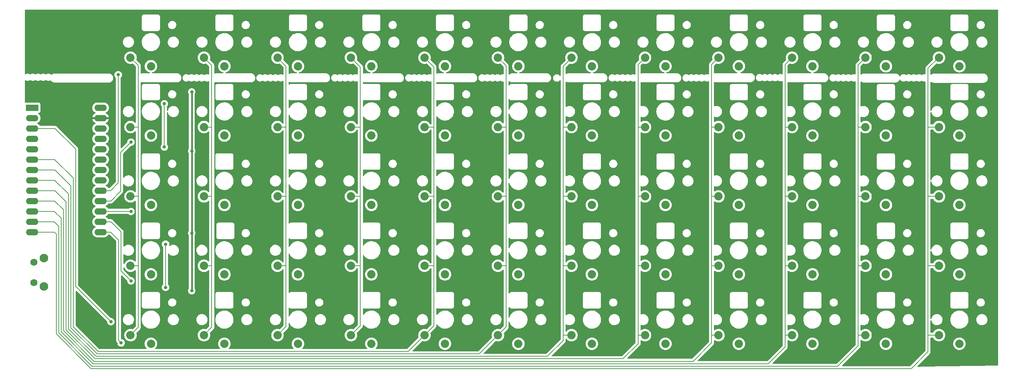
<source format=gbr>
%TF.GenerationSoftware,KiCad,Pcbnew,(6.0.1)*%
%TF.CreationDate,2022-01-22T18:41:09-05:00*%
%TF.ProjectId,ortho,6f727468-6f2e-46b6-9963-61645f706362,rev?*%
%TF.SameCoordinates,Original*%
%TF.FileFunction,Copper,L1,Top*%
%TF.FilePolarity,Positive*%
%FSLAX46Y46*%
G04 Gerber Fmt 4.6, Leading zero omitted, Abs format (unit mm)*
G04 Created by KiCad (PCBNEW (6.0.1)) date 2022-01-22 18:41:09*
%MOMM*%
%LPD*%
G01*
G04 APERTURE LIST*
%TA.AperFunction,ComponentPad*%
%ADD10C,2.032000*%
%TD*%
%TA.AperFunction,ComponentPad*%
%ADD11C,2.100000*%
%TD*%
%TA.AperFunction,ComponentPad*%
%ADD12C,1.750000*%
%TD*%
%TA.AperFunction,ComponentPad*%
%ADD13R,3.048000X1.524000*%
%TD*%
%TA.AperFunction,ComponentPad*%
%ADD14O,3.048000X1.524000*%
%TD*%
%TA.AperFunction,ViaPad*%
%ADD15C,0.800000*%
%TD*%
%TA.AperFunction,Conductor*%
%ADD16C,0.200000*%
%TD*%
%TA.AperFunction,Conductor*%
%ADD17C,0.400000*%
%TD*%
G04 APERTURE END LIST*
D10*
%TO.P,SW25,1,1*%
%TO.N,Net-(D25-Pad2)*%
X48000000Y-82400000D03*
%TO.P,SW25,2,2*%
%TO.N,col1*%
X43000000Y-80300000D03*
%TD*%
%TO.P,SW4,1,1*%
%TO.N,Net-(D4-Pad2)*%
X102000000Y-48400000D03*
%TO.P,SW4,2,2*%
%TO.N,col4*%
X97000000Y-46300000D03*
%TD*%
%TO.P,SW23,1,1*%
%TO.N,Net-(D23-Pad2)*%
X228000000Y-65400000D03*
%TO.P,SW23,2,2*%
%TO.N,col11*%
X223000000Y-63300000D03*
%TD*%
%TO.P,SW41,1,1*%
%TO.N,Net-(D41-Pad2)*%
X120000000Y-99400000D03*
%TO.P,SW41,2,2*%
%TO.N,col5*%
X115000000Y-97300000D03*
%TD*%
%TO.P,SW11,1,1*%
%TO.N,Net-(D11-Pad2)*%
X228000000Y-48400000D03*
%TO.P,SW11,2,2*%
%TO.N,col11*%
X223000000Y-46300000D03*
%TD*%
%TO.P,SW21,1,1*%
%TO.N,Net-(D21-Pad2)*%
X192000000Y-65400000D03*
%TO.P,SW21,2,2*%
%TO.N,col9*%
X187000000Y-63300000D03*
%TD*%
%TO.P,SW56,1,1*%
%TO.N,Net-(D56-Pad2)*%
X174000000Y-116400000D03*
%TO.P,SW56,2,2*%
%TO.N,col8*%
X169000000Y-114300000D03*
%TD*%
%TO.P,SW32,1,1*%
%TO.N,Net-(D32-Pad2)*%
X174000000Y-82400000D03*
%TO.P,SW32,2,2*%
%TO.N,col8*%
X169000000Y-80300000D03*
%TD*%
%TO.P,SW10,1,1*%
%TO.N,Net-(D10-Pad2)*%
X210000000Y-48400000D03*
%TO.P,SW10,2,2*%
%TO.N,col10*%
X205000000Y-46300000D03*
%TD*%
%TO.P,SW51,1,1*%
%TO.N,Net-(D51-Pad2)*%
X84000000Y-116400000D03*
%TO.P,SW51,2,2*%
%TO.N,col3*%
X79000000Y-114300000D03*
%TD*%
%TO.P,SW33,1,1*%
%TO.N,Net-(D33-Pad2)*%
X192000000Y-82400000D03*
%TO.P,SW33,2,2*%
%TO.N,col9*%
X187000000Y-80300000D03*
%TD*%
%TO.P,SW59,1,1*%
%TO.N,Net-(D59-Pad2)*%
X228000000Y-116400000D03*
%TO.P,SW59,2,2*%
%TO.N,col11*%
X223000000Y-114300000D03*
%TD*%
%TO.P,SW14,1,1*%
%TO.N,Net-(D14-Pad2)*%
X66000000Y-65400000D03*
%TO.P,SW14,2,2*%
%TO.N,col2*%
X61000000Y-63300000D03*
%TD*%
%TO.P,SW44,1,1*%
%TO.N,Net-(D44-Pad2)*%
X174000000Y-99400000D03*
%TO.P,SW44,2,2*%
%TO.N,col8*%
X169000000Y-97300000D03*
%TD*%
%TO.P,SW47,1,1*%
%TO.N,Net-(D47-Pad2)*%
X228000000Y-99400000D03*
%TO.P,SW47,2,2*%
%TO.N,col11*%
X223000000Y-97300000D03*
%TD*%
%TO.P,SW42,1,1*%
%TO.N,Net-(D42-Pad2)*%
X138000000Y-99400000D03*
%TO.P,SW42,2,2*%
%TO.N,col6*%
X133000000Y-97300000D03*
%TD*%
%TO.P,SW6,1,1*%
%TO.N,Net-(D6-Pad2)*%
X138000000Y-48400000D03*
%TO.P,SW6,2,2*%
%TO.N,col6*%
X133000000Y-46300000D03*
%TD*%
%TO.P,SW29,1,1*%
%TO.N,Net-(D29-Pad2)*%
X120000000Y-82400000D03*
%TO.P,SW29,2,2*%
%TO.N,col5*%
X115000000Y-80300000D03*
%TD*%
%TO.P,SW26,1,1*%
%TO.N,Net-(D26-Pad2)*%
X66000000Y-82400000D03*
%TO.P,SW26,2,2*%
%TO.N,col2*%
X61000000Y-80300000D03*
%TD*%
%TO.P,SW9,1,1*%
%TO.N,Net-(D9-Pad2)*%
X192000000Y-48400000D03*
%TO.P,SW9,2,2*%
%TO.N,col9*%
X187000000Y-46300000D03*
%TD*%
%TO.P,SW15,1,1*%
%TO.N,Net-(D15-Pad2)*%
X84000000Y-65400000D03*
%TO.P,SW15,2,2*%
%TO.N,col3*%
X79000000Y-63300000D03*
%TD*%
%TO.P,SW30,1,1*%
%TO.N,Net-(D30-Pad2)*%
X138000000Y-82400000D03*
%TO.P,SW30,2,2*%
%TO.N,col6*%
X133000000Y-80300000D03*
%TD*%
%TO.P,SW3,1,1*%
%TO.N,Net-(D3-Pad2)*%
X84000000Y-48400000D03*
%TO.P,SW3,2,2*%
%TO.N,col3*%
X79000000Y-46300000D03*
%TD*%
%TO.P,SW39,1,1*%
%TO.N,Net-(D39-Pad2)*%
X84000000Y-99400000D03*
%TO.P,SW39,2,2*%
%TO.N,col3*%
X79000000Y-97300000D03*
%TD*%
%TO.P,SW22,1,1*%
%TO.N,Net-(D22-Pad2)*%
X210000000Y-65400000D03*
%TO.P,SW22,2,2*%
%TO.N,col10*%
X205000000Y-63300000D03*
%TD*%
%TO.P,SW35,1,1*%
%TO.N,Net-(D35-Pad2)*%
X228000000Y-82400000D03*
%TO.P,SW35,2,2*%
%TO.N,col11*%
X223000000Y-80300000D03*
%TD*%
%TO.P,SW19,1,1*%
%TO.N,Net-(D19-Pad2)*%
X156000000Y-65400000D03*
%TO.P,SW19,2,2*%
%TO.N,col7*%
X151000000Y-63300000D03*
%TD*%
%TO.P,SW43,1,1*%
%TO.N,Net-(D43-Pad2)*%
X156000000Y-99400000D03*
%TO.P,SW43,2,2*%
%TO.N,col7*%
X151000000Y-97300000D03*
%TD*%
%TO.P,SW7,1,1*%
%TO.N,Net-(D7-Pad2)*%
X156000000Y-48400000D03*
%TO.P,SW7,2,2*%
%TO.N,col7*%
X151000000Y-46300000D03*
%TD*%
%TO.P,SW13,1,1*%
%TO.N,Net-(D13-Pad2)*%
X48000000Y-65400000D03*
%TO.P,SW13,2,2*%
%TO.N,col1*%
X43000000Y-63300000D03*
%TD*%
%TO.P,SW37,1,1*%
%TO.N,Net-(D37-Pad2)*%
X48000000Y-99400000D03*
%TO.P,SW37,2,2*%
%TO.N,col1*%
X43000000Y-97300000D03*
%TD*%
%TO.P,SW57,1,1*%
%TO.N,Net-(D57-Pad2)*%
X192000000Y-116400000D03*
%TO.P,SW57,2,2*%
%TO.N,col9*%
X187000000Y-114300000D03*
%TD*%
%TO.P,SW55,1,1*%
%TO.N,Net-(D55-Pad2)*%
X156000000Y-116400000D03*
%TO.P,SW55,2,2*%
%TO.N,col7*%
X151000000Y-114300000D03*
%TD*%
%TO.P,SW40,1,1*%
%TO.N,Net-(D40-Pad2)*%
X102000000Y-99400000D03*
%TO.P,SW40,2,2*%
%TO.N,col4*%
X97000000Y-97300000D03*
%TD*%
%TO.P,SW5,1,1*%
%TO.N,Net-(D5-Pad2)*%
X120000000Y-48400000D03*
%TO.P,SW5,2,2*%
%TO.N,col5*%
X115000000Y-46300000D03*
%TD*%
%TO.P,SW18,1,1*%
%TO.N,Net-(D18-Pad2)*%
X138000000Y-65400000D03*
%TO.P,SW18,2,2*%
%TO.N,col6*%
X133000000Y-63300000D03*
%TD*%
%TO.P,SW28,1,1*%
%TO.N,Net-(D28-Pad2)*%
X102000000Y-82400000D03*
%TO.P,SW28,2,2*%
%TO.N,col4*%
X97000000Y-80300000D03*
%TD*%
%TO.P,SW54,1,1*%
%TO.N,Net-(D54-Pad2)*%
X138000000Y-116400000D03*
%TO.P,SW54,2,2*%
%TO.N,col6*%
X133000000Y-114300000D03*
%TD*%
%TO.P,SW34,1,1*%
%TO.N,Net-(D34-Pad2)*%
X210000000Y-82400000D03*
%TO.P,SW34,2,2*%
%TO.N,col10*%
X205000000Y-80300000D03*
%TD*%
%TO.P,SW46,1,1*%
%TO.N,Net-(D46-Pad2)*%
X210000000Y-99400000D03*
%TO.P,SW46,2,2*%
%TO.N,col10*%
X205000000Y-97300000D03*
%TD*%
%TO.P,SW8,1,1*%
%TO.N,Net-(D8-Pad2)*%
X174000000Y-48400000D03*
%TO.P,SW8,2,2*%
%TO.N,col8*%
X169000000Y-46300000D03*
%TD*%
%TO.P,SW2,1,1*%
%TO.N,Net-(D2-Pad2)*%
X66000000Y-48400000D03*
%TO.P,SW2,2,2*%
%TO.N,col2*%
X61000000Y-46300000D03*
%TD*%
%TO.P,SW20,1,1*%
%TO.N,Net-(D20-Pad2)*%
X174000000Y-65400000D03*
%TO.P,SW20,2,2*%
%TO.N,col8*%
X169000000Y-63300000D03*
%TD*%
%TO.P,SW1,1,1*%
%TO.N,Net-(D1-Pad2)*%
X48000000Y-48400000D03*
%TO.P,SW1,2,2*%
%TO.N,col1*%
X43000000Y-46300000D03*
%TD*%
%TO.P,SW36,1,1*%
%TO.N,Net-(D36-Pad2)*%
X246000000Y-82400000D03*
%TO.P,SW36,2,2*%
%TO.N,col12*%
X241000000Y-80300000D03*
%TD*%
%TO.P,SW27,1,1*%
%TO.N,Net-(D27-Pad2)*%
X84000000Y-82400000D03*
%TO.P,SW27,2,2*%
%TO.N,col3*%
X79000000Y-80300000D03*
%TD*%
%TO.P,SW48,1,1*%
%TO.N,Net-(D48-Pad2)*%
X246000000Y-99400000D03*
%TO.P,SW48,2,2*%
%TO.N,col12*%
X241000000Y-97300000D03*
%TD*%
%TO.P,SW24,1,1*%
%TO.N,Net-(D24-Pad2)*%
X246000000Y-65400000D03*
%TO.P,SW24,2,2*%
%TO.N,col12*%
X241000000Y-63300000D03*
%TD*%
%TO.P,SW60,1,1*%
%TO.N,Net-(D60-Pad2)*%
X246000000Y-116400000D03*
%TO.P,SW60,2,2*%
%TO.N,col12*%
X241000000Y-114300000D03*
%TD*%
%TO.P,SW12,1,1*%
%TO.N,Net-(D12-Pad2)*%
X246000000Y-48400000D03*
%TO.P,SW12,2,2*%
%TO.N,col12*%
X241000000Y-46300000D03*
%TD*%
D11*
%TO.P,RST1,*%
%TO.N,*%
X21790000Y-102400000D03*
X21790000Y-95390000D03*
D12*
%TO.P,RST1,1,1*%
%TO.N,GND*%
X19300000Y-101400000D03*
%TO.P,RST1,2,2*%
%TO.N,Net-(R1-Pad2)*%
X19300000Y-96400000D03*
%TD*%
D10*
%TO.P,SW45,1,1*%
%TO.N,Net-(D45-Pad2)*%
X192000000Y-99400000D03*
%TO.P,SW45,2,2*%
%TO.N,col9*%
X187000000Y-97300000D03*
%TD*%
%TO.P,SW38,1,1*%
%TO.N,Net-(D38-Pad2)*%
X66000000Y-99400000D03*
%TO.P,SW38,2,2*%
%TO.N,col2*%
X61000000Y-97300000D03*
%TD*%
%TO.P,SW16,1,1*%
%TO.N,Net-(D16-Pad2)*%
X102000000Y-65400000D03*
%TO.P,SW16,2,2*%
%TO.N,col4*%
X97000000Y-63300000D03*
%TD*%
%TO.P,SW17,1,1*%
%TO.N,Net-(D17-Pad2)*%
X120000000Y-65400000D03*
%TO.P,SW17,2,2*%
%TO.N,col5*%
X115000000Y-63300000D03*
%TD*%
%TO.P,SW52,1,1*%
%TO.N,Net-(D52-Pad2)*%
X102000000Y-116400000D03*
%TO.P,SW52,2,2*%
%TO.N,col4*%
X97000000Y-114300000D03*
%TD*%
%TO.P,SW53,1,1*%
%TO.N,Net-(D53-Pad2)*%
X120000000Y-116400000D03*
%TO.P,SW53,2,2*%
%TO.N,col5*%
X115000000Y-114300000D03*
%TD*%
%TO.P,SW58,1,1*%
%TO.N,Net-(D58-Pad2)*%
X210000000Y-116400000D03*
%TO.P,SW58,2,2*%
%TO.N,col10*%
X205000000Y-114300000D03*
%TD*%
%TO.P,SW49,1,1*%
%TO.N,Net-(D49-Pad2)*%
X48000000Y-116400000D03*
%TO.P,SW49,2,2*%
%TO.N,col1*%
X43000000Y-114300000D03*
%TD*%
%TO.P,SW31,1,1*%
%TO.N,Net-(D31-Pad2)*%
X156000000Y-82400000D03*
%TO.P,SW31,2,2*%
%TO.N,col7*%
X151000000Y-80300000D03*
%TD*%
%TO.P,SW50,1,1*%
%TO.N,Net-(D50-Pad2)*%
X66000000Y-116400000D03*
%TO.P,SW50,2,2*%
%TO.N,col2*%
X61000000Y-114300000D03*
%TD*%
D13*
%TO.P,U1,1,D+*%
%TO.N,unconnected-(U1-Pad1)*%
X18918000Y-58560000D03*
D14*
%TO.P,U1,2,D0*%
%TO.N,led_data*%
X18918000Y-61100000D03*
%TO.P,U1,3,D1*%
%TO.N,col4*%
X18918000Y-63640000D03*
%TO.P,U1,4,GND*%
%TO.N,GND*%
X18918000Y-66180000D03*
%TO.P,U1,5,GND*%
X18918000Y-68720000D03*
%TO.P,U1,6,D2*%
%TO.N,col5*%
X18918000Y-71260000D03*
%TO.P,U1,7,D3*%
%TO.N,col6*%
X18918000Y-73800000D03*
%TO.P,U1,8,D4*%
%TO.N,col7*%
X18918000Y-76340000D03*
%TO.P,U1,9,D5*%
%TO.N,col8*%
X18918000Y-78880000D03*
%TO.P,U1,10,D6*%
%TO.N,col9*%
X18918000Y-81420000D03*
%TO.P,U1,11,D7*%
%TO.N,col10*%
X18918000Y-83960000D03*
%TO.P,U1,12,D8*%
%TO.N,col11*%
X18918000Y-86500000D03*
%TO.P,U1,13,D9*%
%TO.N,col12*%
X18918000Y-89040000D03*
%TO.P,U1,14,D10*%
%TO.N,row5*%
X35682000Y-89040000D03*
%TO.P,U1,15,MOSI*%
%TO.N,row4*%
X35682000Y-86500000D03*
%TO.P,U1,16,MISO*%
%TO.N,row3*%
X35682000Y-83960000D03*
%TO.P,U1,17,SCK*%
%TO.N,row2*%
X35682000Y-81420000D03*
%TO.P,U1,18,A0*%
%TO.N,row1*%
X35682000Y-78880000D03*
%TO.P,U1,19,A1*%
%TO.N,col3*%
X35682000Y-76340000D03*
%TO.P,U1,20,A2*%
%TO.N,col2*%
X35682000Y-73800000D03*
%TO.P,U1,21,A3*%
%TO.N,col1*%
X35682000Y-71260000D03*
%TO.P,U1,22,VCC*%
%TO.N,+3V3*%
X35682000Y-68720000D03*
%TO.P,U1,23,RST*%
%TO.N,Net-(R1-Pad2)*%
X35682000Y-66180000D03*
%TO.P,U1,24,GND*%
%TO.N,GND*%
X35682000Y-63640000D03*
%TO.P,U1,25,RAW*%
%TO.N,+5V*%
X35682000Y-61100000D03*
%TO.P,U1,26,D-*%
%TO.N,unconnected-(U1-Pad26)*%
X35682000Y-58560000D03*
%TD*%
D15*
%TO.N,row1*%
X40000000Y-50500000D03*
%TO.N,row2*%
X43116499Y-67000000D03*
%TO.N,row3*%
X43116499Y-84000000D03*
%TO.N,row4*%
X43116499Y-101000000D03*
%TO.N,row5*%
X40700000Y-116200000D03*
%TO.N,+5V*%
X242900000Y-107900000D03*
X42800000Y-55500000D03*
X97800000Y-55100000D03*
X242400000Y-73800000D03*
X115200000Y-54500000D03*
X79800000Y-54700000D03*
X243500000Y-90500500D03*
X151400000Y-54100000D03*
X133800000Y-54337763D03*
X205700000Y-54550000D03*
X241400000Y-53900000D03*
X224000000Y-55000000D03*
X187800000Y-54400000D03*
X169700000Y-54200000D03*
X61700000Y-54700000D03*
X242800000Y-39600000D03*
X225500000Y-90200000D03*
%TO.N,GND*%
X58000000Y-103400000D03*
X58000000Y-69200000D03*
X58000000Y-54700000D03*
X58000000Y-89300000D03*
%TO.N,col4*%
X38200500Y-111000000D03*
%TO.N,Net-(D73-Pad1)*%
X51300000Y-57600000D03*
X51300000Y-68200000D03*
%TO.N,Net-(D109-Pad3)*%
X51600000Y-92000000D03*
X51600000Y-102600000D03*
%TD*%
D16*
%TO.N,row1*%
X40000480Y-52999520D02*
X40000480Y-76999520D01*
X40000000Y-52999040D02*
X40000480Y-52999520D01*
X40000000Y-50500000D02*
X40000000Y-52999040D01*
X40000480Y-76999520D02*
X38120000Y-78880000D01*
X38120000Y-78880000D02*
X34920000Y-78880000D01*
%TO.N,row2*%
X34920000Y-81420000D02*
X38180000Y-81420000D01*
X38180000Y-81420000D02*
X40600000Y-79000000D01*
X40600000Y-69516499D02*
X43116499Y-67000000D01*
X40600000Y-79000000D02*
X40600000Y-69516499D01*
%TO.N,row3*%
X34920000Y-83960000D02*
X43076499Y-83960000D01*
X43076499Y-83960000D02*
X43116499Y-84000000D01*
%TO.N,row4*%
X38200000Y-86500000D02*
X40700000Y-89000000D01*
X40700000Y-89000000D02*
X40700000Y-98583501D01*
X40700000Y-98583501D02*
X43116499Y-101000000D01*
X34920000Y-86500000D02*
X38200000Y-86500000D01*
%TO.N,row5*%
X40100480Y-91000480D02*
X38140000Y-89040000D01*
X38140000Y-89040000D02*
X34920000Y-89040000D01*
X40700000Y-116200000D02*
X40100480Y-115600480D01*
X40100480Y-115600480D02*
X40100480Y-91000480D01*
D17*
%TO.N,+5V*%
X243500000Y-90500500D02*
X243799500Y-90800000D01*
%TO.N,GND*%
X58000000Y-69200000D02*
X58000000Y-89300000D01*
X58000000Y-103400000D02*
X58000000Y-89300000D01*
X58000000Y-54700000D02*
X58000000Y-69200000D01*
D16*
%TO.N,col1*%
X44900000Y-63300000D02*
X44900000Y-80300000D01*
X44900000Y-112400000D02*
X43000000Y-114300000D01*
X43000000Y-46300000D02*
X44900000Y-48200000D01*
X44900000Y-80300000D02*
X44900000Y-97300000D01*
X43000000Y-97300000D02*
X44900000Y-97300000D01*
X43000000Y-80300000D02*
X44900000Y-80300000D01*
X44900000Y-48200000D02*
X44900000Y-63300000D01*
X43000000Y-63300000D02*
X44900000Y-63300000D01*
X44900000Y-97300000D02*
X44900000Y-112400000D01*
%TO.N,col2*%
X62900000Y-63300000D02*
X62900000Y-80300000D01*
X62900000Y-80300000D02*
X62900000Y-97300000D01*
X62900000Y-112400000D02*
X61000000Y-114300000D01*
X61000000Y-97300000D02*
X62900000Y-97300000D01*
X61000000Y-80300000D02*
X62900000Y-80300000D01*
X61000000Y-46300000D02*
X62900000Y-48200000D01*
X62900000Y-48200000D02*
X62900000Y-63300000D01*
X62900000Y-97300000D02*
X62900000Y-112400000D01*
X61000000Y-63300000D02*
X62900000Y-63300000D01*
%TO.N,col3*%
X81100000Y-80300000D02*
X81100000Y-97300000D01*
X79000000Y-63300000D02*
X81100000Y-63300000D01*
X81100000Y-48400000D02*
X81100000Y-63300000D01*
X81100000Y-112200000D02*
X79000000Y-114300000D01*
X81100000Y-97300000D02*
X81100000Y-112200000D01*
X81100000Y-63300000D02*
X81100000Y-80300000D01*
X79000000Y-97300000D02*
X81100000Y-97300000D01*
X79000000Y-46300000D02*
X81100000Y-48400000D01*
X79000000Y-80300000D02*
X81100000Y-80300000D01*
%TO.N,col4*%
X99300000Y-112000000D02*
X97000000Y-114300000D01*
X99300000Y-97300000D02*
X99300000Y-112000000D01*
X19680000Y-63640000D02*
X24540000Y-63640000D01*
X99300000Y-63300000D02*
X99300000Y-80300000D01*
X29599040Y-68699040D02*
X29599040Y-102398540D01*
X99300000Y-48600000D02*
X99300000Y-63300000D01*
X99300000Y-80300000D02*
X99300000Y-97300000D01*
X24540000Y-63640000D02*
X29599040Y-68699040D01*
X97000000Y-46300000D02*
X99300000Y-48600000D01*
X97000000Y-63300000D02*
X99300000Y-63300000D01*
X29599040Y-102398540D02*
X38200500Y-111000000D01*
X97000000Y-80300000D02*
X99300000Y-80300000D01*
X97000000Y-97300000D02*
X99300000Y-97300000D01*
%TO.N,col5*%
X117300000Y-63300000D02*
X117300000Y-80300000D01*
X115000000Y-97300000D02*
X117300000Y-97300000D01*
X28999520Y-112251670D02*
X28999520Y-75799520D01*
X115000000Y-63300000D02*
X117300000Y-63300000D01*
X115000000Y-114300000D02*
X110999520Y-118300480D01*
X117300000Y-48600000D02*
X117300000Y-63300000D01*
X117300000Y-112000000D02*
X115000000Y-114300000D01*
X117300000Y-97300000D02*
X117300000Y-112000000D01*
X115000000Y-80300000D02*
X117300000Y-80300000D01*
X28999520Y-75799520D02*
X24460000Y-71260000D01*
X115000000Y-46300000D02*
X117300000Y-48600000D01*
X35048330Y-118300480D02*
X28999520Y-112251670D01*
X117300000Y-80300000D02*
X117300000Y-97300000D01*
X110999520Y-118300480D02*
X35048330Y-118300480D01*
X24460000Y-71260000D02*
X19680000Y-71260000D01*
%TO.N,col6*%
X28400000Y-77700000D02*
X28400000Y-112500000D01*
X128400000Y-118900000D02*
X135000000Y-112300000D01*
X133000000Y-80300000D02*
X135000000Y-80300000D01*
X24500000Y-73800000D02*
X28400000Y-77700000D01*
X34800000Y-118900000D02*
X128400000Y-118900000D01*
X135000000Y-80300000D02*
X135000000Y-97300000D01*
X135000000Y-63300000D02*
X135000000Y-80300000D01*
X135000000Y-48300000D02*
X135000000Y-63300000D01*
X19680000Y-73800000D02*
X24500000Y-73800000D01*
X28400000Y-112500000D02*
X34800000Y-118900000D01*
X135000000Y-112300000D02*
X135000000Y-97300000D01*
X133000000Y-63300000D02*
X135000000Y-63300000D01*
X133000000Y-97300000D02*
X135000000Y-97300000D01*
X133000000Y-46300000D02*
X135000000Y-48300000D01*
%TO.N,col7*%
X151000000Y-46300000D02*
X151000000Y-46400000D01*
X27800480Y-79700480D02*
X27800480Y-112748329D01*
X149000000Y-97300000D02*
X148950000Y-97250000D01*
X148950000Y-97250000D02*
X148950000Y-114350000D01*
X27800480Y-112748329D02*
X34551671Y-119499520D01*
X151000000Y-97300000D02*
X149000000Y-97300000D01*
X151000000Y-80300000D02*
X149000000Y-80300000D01*
X19680000Y-76340000D02*
X24440000Y-76340000D01*
X149000000Y-63300000D02*
X148950000Y-63250000D01*
X149000000Y-80300000D02*
X148950000Y-80350000D01*
X148950000Y-80350000D02*
X148950000Y-63250000D01*
X151000000Y-114300000D02*
X149000000Y-114300000D01*
X149000000Y-114300000D02*
X148950000Y-114350000D01*
X34551671Y-119499520D02*
X145100480Y-119499520D01*
X148950000Y-97250000D02*
X148950000Y-80350000D01*
X151000000Y-63300000D02*
X149000000Y-63300000D01*
X145100480Y-119499520D02*
X148950000Y-115650000D01*
X148950000Y-48450000D02*
X148950000Y-63250000D01*
X24440000Y-76340000D02*
X27800480Y-79700480D01*
X148950000Y-115650000D02*
X148950000Y-114350000D01*
X151000000Y-46400000D02*
X148950000Y-48450000D01*
%TO.N,col8*%
X167299579Y-80399579D02*
X167299579Y-63300421D01*
X27200960Y-112996658D02*
X34303342Y-120099040D01*
X19680000Y-78880000D02*
X24480000Y-78880000D01*
X27200960Y-81600960D02*
X27200960Y-112996658D01*
X169000000Y-63300000D02*
X167300000Y-63300000D01*
X167300000Y-114300000D02*
X167299579Y-114300421D01*
X167299579Y-48000421D02*
X167299579Y-63300421D01*
X169000000Y-80300000D02*
X167399158Y-80300000D01*
X167300000Y-97300000D02*
X167299579Y-97300421D01*
X167299579Y-97300421D02*
X167299579Y-80399579D01*
X34303342Y-120099040D02*
X163600960Y-120099040D01*
X167399158Y-80300000D02*
X167299579Y-80399579D01*
X167300000Y-63300000D02*
X167299579Y-63300421D01*
X169000000Y-114300000D02*
X167300000Y-114300000D01*
X169000000Y-46300000D02*
X167299579Y-48000421D01*
X167299579Y-97300421D02*
X167299579Y-116400421D01*
X24480000Y-78880000D02*
X27200960Y-81600960D01*
X163600960Y-120099040D02*
X167299579Y-116400421D01*
X169000000Y-97300000D02*
X167300000Y-97300000D01*
%TO.N,col9*%
X185299579Y-97400421D02*
X185299579Y-114299579D01*
X24420000Y-81420000D02*
X19680000Y-81420000D01*
X185400000Y-63300000D02*
X185299579Y-63400421D01*
X187000000Y-46300000D02*
X185299579Y-48000421D01*
X34056452Y-120700000D02*
X26601440Y-113244988D01*
X185399158Y-80300000D02*
X185299579Y-80200421D01*
X187000000Y-80300000D02*
X185399158Y-80300000D01*
X185400000Y-97300000D02*
X185299579Y-97400421D01*
X180800000Y-120700000D02*
X34056452Y-120700000D01*
X185299579Y-63400421D02*
X185299579Y-80200421D01*
X26601440Y-83601440D02*
X24420000Y-81420000D01*
X26601440Y-113244988D02*
X26601440Y-83601440D01*
X185299579Y-48000421D02*
X185299579Y-63400421D01*
X187000000Y-97300000D02*
X185400000Y-97300000D01*
X185299579Y-114299579D02*
X185299579Y-116200421D01*
X185299579Y-116200421D02*
X180800000Y-120700000D01*
X187000000Y-63300000D02*
X185400000Y-63300000D01*
X185299579Y-80200421D02*
X185299579Y-97400421D01*
X187000000Y-114300000D02*
X185300000Y-114300000D01*
X185300000Y-114300000D02*
X185299579Y-114299579D01*
%TO.N,col10*%
X203299579Y-114300421D02*
X203299579Y-97300421D01*
X26001920Y-85601920D02*
X26001920Y-113493317D01*
X203299579Y-48000421D02*
X203299579Y-63299579D01*
X203299579Y-117200421D02*
X203299579Y-114300421D01*
X203300000Y-63300000D02*
X203299579Y-63299579D01*
X205000000Y-97300000D02*
X203300000Y-97300000D01*
X26001920Y-113493317D02*
X33808123Y-121299520D01*
X205000000Y-114300000D02*
X203300000Y-114300000D01*
X203300000Y-80300000D02*
X203299579Y-80299579D01*
X205000000Y-46300000D02*
X203299579Y-48000421D01*
X24360000Y-83960000D02*
X26001920Y-85601920D01*
X199200480Y-121299520D02*
X203299579Y-117200421D01*
X203300000Y-97300000D02*
X203299579Y-97300421D01*
X203299579Y-97300421D02*
X203299579Y-80299579D01*
X19680000Y-83960000D02*
X24360000Y-83960000D01*
X205000000Y-80300000D02*
X203300000Y-80300000D01*
X203300000Y-114300000D02*
X203299579Y-114300421D01*
X205000000Y-63300000D02*
X203300000Y-63300000D01*
X203299579Y-80299579D02*
X203299579Y-63299579D01*
X33808123Y-121299520D02*
X199200480Y-121299520D01*
%TO.N,col11*%
X221200000Y-97300000D02*
X221200000Y-116900000D01*
X221200000Y-63200000D02*
X221200000Y-80400000D01*
X223000000Y-114300000D02*
X221200000Y-114300000D01*
X223000000Y-46300000D02*
X221200000Y-48100000D01*
X221200000Y-48100000D02*
X221200000Y-63200000D01*
X221200000Y-80400000D02*
X221200000Y-97300000D01*
X221300000Y-63300000D02*
X221200000Y-63200000D01*
X223000000Y-63300000D02*
X221300000Y-63300000D01*
X223000000Y-97300000D02*
X221200000Y-97300000D01*
X25402400Y-113741646D02*
X33559794Y-121899040D01*
X33559794Y-121899040D02*
X216200960Y-121899040D01*
X221300000Y-80300000D02*
X221200000Y-80400000D01*
X19680000Y-86500000D02*
X24300000Y-86500000D01*
X216200960Y-121899040D02*
X221200000Y-116900000D01*
X25402400Y-87602400D02*
X25402400Y-113741646D01*
X24300000Y-86500000D02*
X25402400Y-87602400D01*
X223000000Y-80300000D02*
X221300000Y-80300000D01*
%TO.N,col12*%
X24340000Y-89040000D02*
X24802880Y-89502880D01*
X238300000Y-48900000D02*
X238300000Y-63200000D01*
X238300000Y-80400000D02*
X238300000Y-63200000D01*
X19680000Y-89040000D02*
X24340000Y-89040000D01*
X238300000Y-97400000D02*
X238300000Y-80400000D01*
X33311465Y-122498560D02*
X234201440Y-122498560D01*
X241000000Y-63300000D02*
X238400000Y-63300000D01*
X234201440Y-122498560D02*
X238300000Y-118400000D01*
X240900000Y-46300000D02*
X238300000Y-48900000D01*
X238400000Y-63300000D02*
X238300000Y-63200000D01*
X241000000Y-114300000D02*
X238300000Y-114300000D01*
X238400000Y-97300000D02*
X238300000Y-97400000D01*
X241000000Y-46300000D02*
X240900000Y-46300000D01*
X24802880Y-113989975D02*
X33311465Y-122498560D01*
X241000000Y-80300000D02*
X238400000Y-80300000D01*
X238300000Y-97400000D02*
X238300000Y-114300000D01*
X238300000Y-118400000D02*
X238300000Y-114300000D01*
X24802880Y-89502880D02*
X24802880Y-113989975D01*
X238400000Y-80300000D02*
X238300000Y-80400000D01*
X241000000Y-97300000D02*
X238400000Y-97300000D01*
%TO.N,Net-(D73-Pad1)*%
X51300000Y-68200000D02*
X51300000Y-57600000D01*
%TO.N,Net-(D109-Pad3)*%
X51600000Y-92000000D02*
X51600000Y-102600000D01*
%TD*%
%TA.AperFunction,Conductor*%
%TO.N,+5V*%
G36*
X255434121Y-34528002D02*
G01*
X255480614Y-34581658D01*
X255492000Y-34634000D01*
X255492000Y-121590646D01*
X255471998Y-121658767D01*
X255418342Y-121705260D01*
X255368217Y-121716626D01*
X236903270Y-122041350D01*
X235806294Y-122060641D01*
X235737833Y-122041839D01*
X235690403Y-121989009D01*
X235679065Y-121918924D01*
X235707418Y-121853835D01*
X235714984Y-121845565D01*
X238696234Y-118864315D01*
X238708625Y-118853448D01*
X238727437Y-118839013D01*
X238733987Y-118833987D01*
X238758474Y-118802075D01*
X238758480Y-118802069D01*
X238826496Y-118713429D01*
X238826497Y-118713427D01*
X238831524Y-118706876D01*
X238892838Y-118558851D01*
X238900858Y-118497929D01*
X238908500Y-118439885D01*
X238908500Y-118439880D01*
X238913750Y-118400000D01*
X238909578Y-118368307D01*
X238908500Y-118351864D01*
X238908500Y-116400000D01*
X244470786Y-116400000D01*
X244489613Y-116639222D01*
X244490767Y-116644029D01*
X244490768Y-116644035D01*
X244511701Y-116731226D01*
X244545631Y-116872553D01*
X244547524Y-116877124D01*
X244547525Y-116877126D01*
X244627485Y-117070166D01*
X244637460Y-117094249D01*
X244762840Y-117298849D01*
X244766057Y-117302616D01*
X244766058Y-117302617D01*
X244893574Y-117451921D01*
X244918682Y-117481318D01*
X244922444Y-117484531D01*
X245069365Y-117610012D01*
X245101151Y-117637160D01*
X245305751Y-117762540D01*
X245310321Y-117764433D01*
X245310323Y-117764434D01*
X245522874Y-117852475D01*
X245527447Y-117854369D01*
X245609037Y-117873957D01*
X245755965Y-117909232D01*
X245755971Y-117909233D01*
X245760778Y-117910387D01*
X246000000Y-117929214D01*
X246239222Y-117910387D01*
X246244029Y-117909233D01*
X246244035Y-117909232D01*
X246390963Y-117873957D01*
X246472553Y-117854369D01*
X246477126Y-117852475D01*
X246689677Y-117764434D01*
X246689679Y-117764433D01*
X246694249Y-117762540D01*
X246898849Y-117637160D01*
X246930636Y-117610012D01*
X247077556Y-117484531D01*
X247081318Y-117481318D01*
X247106426Y-117451920D01*
X247233942Y-117302617D01*
X247233943Y-117302616D01*
X247237160Y-117298849D01*
X247362540Y-117094249D01*
X247372516Y-117070166D01*
X247452475Y-116877126D01*
X247452476Y-116877124D01*
X247454369Y-116872553D01*
X247488299Y-116731226D01*
X247509232Y-116644035D01*
X247509233Y-116644029D01*
X247510387Y-116639222D01*
X247529214Y-116400000D01*
X247510387Y-116160778D01*
X247509233Y-116155971D01*
X247509232Y-116155965D01*
X247463217Y-115964303D01*
X247454369Y-115927447D01*
X247452475Y-115922874D01*
X247364434Y-115710323D01*
X247364433Y-115710321D01*
X247362540Y-115705751D01*
X247237160Y-115501151D01*
X247158356Y-115408882D01*
X247084531Y-115322444D01*
X247081318Y-115318682D01*
X246945422Y-115202617D01*
X246902617Y-115166058D01*
X246902616Y-115166057D01*
X246898849Y-115162840D01*
X246694249Y-115037460D01*
X246689679Y-115035567D01*
X246689677Y-115035566D01*
X246477126Y-114947525D01*
X246477124Y-114947524D01*
X246472553Y-114945631D01*
X246356771Y-114917834D01*
X246244035Y-114890768D01*
X246244029Y-114890767D01*
X246239222Y-114889613D01*
X246000000Y-114870786D01*
X245760778Y-114889613D01*
X245755971Y-114890767D01*
X245755965Y-114890768D01*
X245643229Y-114917834D01*
X245527447Y-114945631D01*
X245522876Y-114947524D01*
X245522874Y-114947525D01*
X245310323Y-115035566D01*
X245310321Y-115035567D01*
X245305751Y-115037460D01*
X245101151Y-115162840D01*
X245097384Y-115166057D01*
X245097383Y-115166058D01*
X245054578Y-115202617D01*
X244918682Y-115318682D01*
X244915469Y-115322444D01*
X244841645Y-115408882D01*
X244762840Y-115501151D01*
X244637460Y-115705751D01*
X244635567Y-115710321D01*
X244635566Y-115710323D01*
X244547525Y-115922874D01*
X244545631Y-115927447D01*
X244536783Y-115964303D01*
X244490768Y-116155965D01*
X244490767Y-116155971D01*
X244489613Y-116160778D01*
X244470786Y-116400000D01*
X238908500Y-116400000D01*
X238908500Y-115034500D01*
X238928502Y-114966379D01*
X238982158Y-114919886D01*
X239034500Y-114908500D01*
X239517751Y-114908500D01*
X239585872Y-114928502D01*
X239633309Y-114985264D01*
X239633316Y-114985261D01*
X239633330Y-114985289D01*
X239634160Y-114986282D01*
X239637460Y-114994249D01*
X239762840Y-115198849D01*
X239918682Y-115381318D01*
X239922444Y-115384531D01*
X240058990Y-115501151D01*
X240101151Y-115537160D01*
X240305751Y-115662540D01*
X240310321Y-115664433D01*
X240310323Y-115664434D01*
X240519475Y-115751067D01*
X240527447Y-115754369D01*
X240609037Y-115773957D01*
X240755965Y-115809232D01*
X240755971Y-115809233D01*
X240760778Y-115810387D01*
X241000000Y-115829214D01*
X241239222Y-115810387D01*
X241244029Y-115809233D01*
X241244035Y-115809232D01*
X241390963Y-115773957D01*
X241472553Y-115754369D01*
X241480525Y-115751067D01*
X241689677Y-115664434D01*
X241689679Y-115664433D01*
X241694249Y-115662540D01*
X241898849Y-115537160D01*
X241941011Y-115501151D01*
X242077556Y-115384531D01*
X242081318Y-115381318D01*
X242237160Y-115198849D01*
X242362540Y-114994249D01*
X242366252Y-114985289D01*
X242452475Y-114777126D01*
X242452476Y-114777124D01*
X242454369Y-114772553D01*
X242473957Y-114690963D01*
X242509232Y-114544035D01*
X242509233Y-114544029D01*
X242510387Y-114539222D01*
X242529214Y-114300000D01*
X242510387Y-114060778D01*
X242509233Y-114055971D01*
X242509232Y-114055965D01*
X242455524Y-113832259D01*
X242454369Y-113827447D01*
X242362540Y-113605751D01*
X242237160Y-113401151D01*
X242220852Y-113382056D01*
X242084531Y-113222444D01*
X242081318Y-113218682D01*
X241898849Y-113062840D01*
X241694249Y-112937460D01*
X241689679Y-112935567D01*
X241689677Y-112935566D01*
X241477126Y-112847525D01*
X241477124Y-112847524D01*
X241472553Y-112845631D01*
X241372528Y-112821617D01*
X241244035Y-112790768D01*
X241244029Y-112790767D01*
X241239222Y-112789613D01*
X241000000Y-112770786D01*
X240760778Y-112789613D01*
X240755971Y-112790767D01*
X240755965Y-112790768D01*
X240627472Y-112821617D01*
X240527447Y-112845631D01*
X240522876Y-112847524D01*
X240522874Y-112847525D01*
X240310323Y-112935566D01*
X240310321Y-112935567D01*
X240305751Y-112937460D01*
X240101151Y-113062840D01*
X239918682Y-113218682D01*
X239915469Y-113222444D01*
X239779149Y-113382056D01*
X239762840Y-113401151D01*
X239637460Y-113605751D01*
X239635567Y-113610321D01*
X239635566Y-113610323D01*
X239634160Y-113613718D01*
X239589612Y-113668999D01*
X239517751Y-113691500D01*
X239034500Y-113691500D01*
X238966379Y-113671498D01*
X238919886Y-113617842D01*
X238908500Y-113565500D01*
X238908500Y-110749147D01*
X238928502Y-110681026D01*
X238982158Y-110634533D01*
X239052432Y-110624429D01*
X239117012Y-110653923D01*
X239155396Y-110713649D01*
X239157814Y-110723270D01*
X239193228Y-110892050D01*
X239195186Y-110897009D01*
X239195187Y-110897011D01*
X239225253Y-110973142D01*
X239277967Y-111106622D01*
X239348717Y-111223214D01*
X239390859Y-111292662D01*
X239397647Y-111303849D01*
X239401144Y-111307879D01*
X239487768Y-111407704D01*
X239548847Y-111478092D01*
X239552978Y-111481479D01*
X239723115Y-111620984D01*
X239723121Y-111620988D01*
X239727243Y-111624368D01*
X239927735Y-111738494D01*
X239932751Y-111740315D01*
X239932756Y-111740317D01*
X240139575Y-111815389D01*
X240139579Y-111815390D01*
X240144590Y-111817209D01*
X240149839Y-111818158D01*
X240149842Y-111818159D01*
X240367523Y-111857522D01*
X240367530Y-111857523D01*
X240371607Y-111858260D01*
X240389344Y-111859096D01*
X240394292Y-111859330D01*
X240394299Y-111859330D01*
X240395780Y-111859400D01*
X240557925Y-111859400D01*
X240624881Y-111853719D01*
X240724562Y-111845261D01*
X240724566Y-111845260D01*
X240729873Y-111844810D01*
X240735028Y-111843472D01*
X240735034Y-111843471D01*
X240948003Y-111788195D01*
X240948007Y-111788194D01*
X240953172Y-111786853D01*
X240958038Y-111784661D01*
X240958041Y-111784660D01*
X241158649Y-111694293D01*
X241163515Y-111692101D01*
X241167935Y-111689125D01*
X241167939Y-111689123D01*
X241314503Y-111590449D01*
X241354885Y-111563262D01*
X241521812Y-111404022D01*
X241596343Y-111303849D01*
X241656337Y-111223214D01*
X241656339Y-111223211D01*
X241659521Y-111218934D01*
X241714305Y-111111183D01*
X241761658Y-111018046D01*
X241761658Y-111018045D01*
X241764077Y-111013288D01*
X241817621Y-110840849D01*
X241830905Y-110798070D01*
X241830906Y-110798064D01*
X241832489Y-110792967D01*
X241849988Y-110660937D01*
X241862100Y-110569553D01*
X241862100Y-110569548D01*
X241862800Y-110564268D01*
X241862139Y-110546659D01*
X243772514Y-110546659D01*
X243772877Y-110550807D01*
X243772877Y-110550811D01*
X243789794Y-110744176D01*
X243798252Y-110840849D01*
X243799162Y-110844921D01*
X243799163Y-110844926D01*
X243861760Y-111124969D01*
X243862672Y-111129050D01*
X243964644Y-111406199D01*
X243966591Y-111409892D01*
X243966592Y-111409894D01*
X244002549Y-111478092D01*
X244102374Y-111667427D01*
X244109106Y-111676900D01*
X244271019Y-111904735D01*
X244271024Y-111904741D01*
X244273443Y-111908145D01*
X244276287Y-111911195D01*
X244276292Y-111911201D01*
X244438228Y-112084856D01*
X244474846Y-112124124D01*
X244703045Y-112311568D01*
X244954029Y-112467185D01*
X245223390Y-112588241D01*
X245307882Y-112613429D01*
X245478577Y-112664315D01*
X245506395Y-112672608D01*
X245510515Y-112673261D01*
X245510517Y-112673261D01*
X245794592Y-112718255D01*
X245794598Y-112718256D01*
X245798073Y-112718806D01*
X245822632Y-112719921D01*
X245889017Y-112722936D01*
X245889038Y-112722936D01*
X245890437Y-112723000D01*
X246074901Y-112723000D01*
X246294664Y-112708403D01*
X246298763Y-112707577D01*
X246298767Y-112707576D01*
X246472190Y-112672608D01*
X246584151Y-112650033D01*
X246863375Y-112553888D01*
X247033089Y-112468902D01*
X247123695Y-112423530D01*
X247123697Y-112423529D01*
X247127431Y-112421659D01*
X247371678Y-112255668D01*
X247375942Y-112251856D01*
X247588712Y-112061617D01*
X247591827Y-112058832D01*
X247686864Y-111947951D01*
X247781289Y-111837784D01*
X247781292Y-111837780D01*
X247784009Y-111834610D01*
X247786283Y-111831108D01*
X247786287Y-111831103D01*
X247942570Y-111590449D01*
X247942573Y-111590444D01*
X247944849Y-111586939D01*
X247954680Y-111566236D01*
X248050104Y-111365271D01*
X248071519Y-111320172D01*
X248077108Y-111302766D01*
X248160515Y-111042983D01*
X248160515Y-111042982D01*
X248161795Y-111038996D01*
X248177433Y-110952081D01*
X248213351Y-110752459D01*
X248213352Y-110752454D01*
X248214090Y-110748350D01*
X248217148Y-110681026D01*
X248227297Y-110457511D01*
X248227297Y-110457506D01*
X248227486Y-110453341D01*
X248225946Y-110435732D01*
X250137200Y-110435732D01*
X250137400Y-110441062D01*
X250137400Y-110441063D01*
X250141364Y-110546659D01*
X250145854Y-110666268D01*
X250193228Y-110892050D01*
X250195186Y-110897009D01*
X250195187Y-110897011D01*
X250225253Y-110973142D01*
X250277967Y-111106622D01*
X250348717Y-111223214D01*
X250390859Y-111292662D01*
X250397647Y-111303849D01*
X250401144Y-111307879D01*
X250487768Y-111407704D01*
X250548847Y-111478092D01*
X250552978Y-111481479D01*
X250723115Y-111620984D01*
X250723121Y-111620988D01*
X250727243Y-111624368D01*
X250927735Y-111738494D01*
X250932751Y-111740315D01*
X250932756Y-111740317D01*
X251139575Y-111815389D01*
X251139579Y-111815390D01*
X251144590Y-111817209D01*
X251149839Y-111818158D01*
X251149842Y-111818159D01*
X251367523Y-111857522D01*
X251367530Y-111857523D01*
X251371607Y-111858260D01*
X251389344Y-111859096D01*
X251394292Y-111859330D01*
X251394299Y-111859330D01*
X251395780Y-111859400D01*
X251557925Y-111859400D01*
X251624881Y-111853719D01*
X251724562Y-111845261D01*
X251724566Y-111845260D01*
X251729873Y-111844810D01*
X251735028Y-111843472D01*
X251735034Y-111843471D01*
X251948003Y-111788195D01*
X251948007Y-111788194D01*
X251953172Y-111786853D01*
X251958038Y-111784661D01*
X251958041Y-111784660D01*
X252158649Y-111694293D01*
X252163515Y-111692101D01*
X252167935Y-111689125D01*
X252167939Y-111689123D01*
X252314503Y-111590449D01*
X252354885Y-111563262D01*
X252521812Y-111404022D01*
X252596343Y-111303849D01*
X252656337Y-111223214D01*
X252656339Y-111223211D01*
X252659521Y-111218934D01*
X252714305Y-111111183D01*
X252761658Y-111018046D01*
X252761658Y-111018045D01*
X252764077Y-111013288D01*
X252817621Y-110840849D01*
X252830905Y-110798070D01*
X252830906Y-110798064D01*
X252832489Y-110792967D01*
X252849988Y-110660937D01*
X252862100Y-110569553D01*
X252862100Y-110569548D01*
X252862800Y-110564268D01*
X252861983Y-110542489D01*
X252854346Y-110339063D01*
X252854146Y-110333732D01*
X252806772Y-110107950D01*
X252800818Y-110092872D01*
X252758256Y-109985099D01*
X252722033Y-109893378D01*
X252602353Y-109696151D01*
X252515428Y-109595978D01*
X252454653Y-109525941D01*
X252454651Y-109525939D01*
X252451153Y-109521908D01*
X252409018Y-109487360D01*
X252276885Y-109379016D01*
X252276879Y-109379012D01*
X252272757Y-109375632D01*
X252072265Y-109261506D01*
X252067249Y-109259685D01*
X252067244Y-109259683D01*
X251860425Y-109184611D01*
X251860421Y-109184610D01*
X251855410Y-109182791D01*
X251850161Y-109181842D01*
X251850158Y-109181841D01*
X251632477Y-109142478D01*
X251632470Y-109142477D01*
X251628393Y-109141740D01*
X251610656Y-109140904D01*
X251605708Y-109140670D01*
X251605701Y-109140670D01*
X251604220Y-109140600D01*
X251442075Y-109140600D01*
X251375119Y-109146281D01*
X251275438Y-109154739D01*
X251275434Y-109154740D01*
X251270127Y-109155190D01*
X251264972Y-109156528D01*
X251264966Y-109156529D01*
X251051997Y-109211805D01*
X251051993Y-109211806D01*
X251046828Y-109213147D01*
X251041962Y-109215339D01*
X251041959Y-109215340D01*
X250986250Y-109240435D01*
X250836485Y-109307899D01*
X250832065Y-109310875D01*
X250832061Y-109310877D01*
X250794350Y-109336266D01*
X250645115Y-109436738D01*
X250478188Y-109595978D01*
X250475000Y-109600263D01*
X250407488Y-109691003D01*
X250340479Y-109781066D01*
X250338064Y-109785816D01*
X250283377Y-109893378D01*
X250235923Y-109986712D01*
X250232741Y-109996961D01*
X250169095Y-110201930D01*
X250169094Y-110201936D01*
X250167511Y-110207033D01*
X250153598Y-110312008D01*
X250151738Y-110326045D01*
X250137200Y-110435732D01*
X248225946Y-110435732D01*
X248202112Y-110163312D01*
X248201748Y-110159151D01*
X248191470Y-110113169D01*
X248138240Y-109875028D01*
X248138238Y-109875021D01*
X248137328Y-109870950D01*
X248035356Y-109593801D01*
X247999578Y-109525941D01*
X247950978Y-109433764D01*
X247897626Y-109332573D01*
X247839070Y-109250176D01*
X247728981Y-109095265D01*
X247728976Y-109095259D01*
X247726557Y-109091855D01*
X247723713Y-109088805D01*
X247723708Y-109088799D01*
X247528000Y-108878928D01*
X247525154Y-108875876D01*
X247296955Y-108688432D01*
X247045971Y-108532815D01*
X246776610Y-108411759D01*
X246493605Y-108327392D01*
X246489485Y-108326739D01*
X246489483Y-108326739D01*
X246205408Y-108281745D01*
X246205402Y-108281744D01*
X246201927Y-108281194D01*
X246177368Y-108280079D01*
X246110983Y-108277064D01*
X246110962Y-108277064D01*
X246109563Y-108277000D01*
X245925099Y-108277000D01*
X245705336Y-108291597D01*
X245701237Y-108292423D01*
X245701233Y-108292424D01*
X245558639Y-108321176D01*
X245415849Y-108349967D01*
X245136625Y-108446112D01*
X245132897Y-108447979D01*
X244963483Y-108532815D01*
X244872569Y-108578341D01*
X244628322Y-108744332D01*
X244408173Y-108941168D01*
X244405456Y-108944338D01*
X244405455Y-108944339D01*
X244220245Y-109160427D01*
X244215991Y-109165390D01*
X244213717Y-109168892D01*
X244213713Y-109168897D01*
X244077260Y-109379016D01*
X244055151Y-109413061D01*
X244053357Y-109416839D01*
X244053356Y-109416841D01*
X244043908Y-109436738D01*
X243928481Y-109679828D01*
X243927202Y-109683811D01*
X243927201Y-109683814D01*
X243839485Y-109957017D01*
X243838205Y-109961004D01*
X243832661Y-109991815D01*
X243792986Y-110212325D01*
X243785910Y-110251650D01*
X243785721Y-110255817D01*
X243785720Y-110255824D01*
X243772703Y-110542489D01*
X243772514Y-110546659D01*
X241862139Y-110546659D01*
X241861983Y-110542489D01*
X241854346Y-110339063D01*
X241854146Y-110333732D01*
X241806772Y-110107950D01*
X241800818Y-110092872D01*
X241758256Y-109985099D01*
X241722033Y-109893378D01*
X241602353Y-109696151D01*
X241515428Y-109595978D01*
X241454653Y-109525941D01*
X241454651Y-109525939D01*
X241451153Y-109521908D01*
X241409018Y-109487360D01*
X241276885Y-109379016D01*
X241276879Y-109379012D01*
X241272757Y-109375632D01*
X241072265Y-109261506D01*
X241067249Y-109259685D01*
X241067244Y-109259683D01*
X240860425Y-109184611D01*
X240860421Y-109184610D01*
X240855410Y-109182791D01*
X240850161Y-109181842D01*
X240850158Y-109181841D01*
X240632477Y-109142478D01*
X240632470Y-109142477D01*
X240628393Y-109141740D01*
X240610656Y-109140904D01*
X240605708Y-109140670D01*
X240605701Y-109140670D01*
X240604220Y-109140600D01*
X240442075Y-109140600D01*
X240375119Y-109146281D01*
X240275438Y-109154739D01*
X240275434Y-109154740D01*
X240270127Y-109155190D01*
X240264972Y-109156528D01*
X240264966Y-109156529D01*
X240051997Y-109211805D01*
X240051993Y-109211806D01*
X240046828Y-109213147D01*
X240041962Y-109215339D01*
X240041959Y-109215340D01*
X239986250Y-109240435D01*
X239836485Y-109307899D01*
X239832065Y-109310875D01*
X239832061Y-109310877D01*
X239794350Y-109336266D01*
X239645115Y-109436738D01*
X239478188Y-109595978D01*
X239475000Y-109600263D01*
X239407488Y-109691003D01*
X239340479Y-109781066D01*
X239338064Y-109785816D01*
X239283377Y-109893378D01*
X239235923Y-109986712D01*
X239232741Y-109996961D01*
X239169095Y-110201930D01*
X239169094Y-110201936D01*
X239167511Y-110207033D01*
X239159408Y-110268171D01*
X239130629Y-110333073D01*
X239071330Y-110372113D01*
X239000337Y-110372896D01*
X238940192Y-110335174D01*
X238909988Y-110270922D01*
X238908500Y-110251616D01*
X238908500Y-107319652D01*
X243791524Y-107319652D01*
X243793990Y-107328281D01*
X243793991Y-107328286D01*
X243799639Y-107348048D01*
X243803217Y-107364809D01*
X243806130Y-107385152D01*
X243806133Y-107385162D01*
X243807405Y-107394045D01*
X243818021Y-107417395D01*
X243824464Y-107434907D01*
X243831512Y-107459565D01*
X243847274Y-107484548D01*
X243855404Y-107499614D01*
X243867633Y-107526510D01*
X243884374Y-107545939D01*
X243895479Y-107560947D01*
X243909160Y-107582631D01*
X243915888Y-107588573D01*
X243931296Y-107602181D01*
X243943340Y-107614373D01*
X243962619Y-107636747D01*
X243970147Y-107641626D01*
X243970150Y-107641629D01*
X243984139Y-107650696D01*
X243999013Y-107661986D01*
X244018228Y-107678956D01*
X244026354Y-107682771D01*
X244026355Y-107682772D01*
X244030671Y-107684798D01*
X244044966Y-107691510D01*
X244059935Y-107699824D01*
X244084727Y-107715893D01*
X244101650Y-107720954D01*
X244109290Y-107723239D01*
X244126736Y-107729901D01*
X244149948Y-107740799D01*
X244179130Y-107745343D01*
X244195849Y-107749126D01*
X244215536Y-107755014D01*
X244215539Y-107755015D01*
X244224141Y-107757587D01*
X244233116Y-107757642D01*
X244233117Y-107757642D01*
X244239810Y-107757683D01*
X244258556Y-107757797D01*
X244259328Y-107757830D01*
X244260423Y-107758000D01*
X244291298Y-107758000D01*
X244292068Y-107758002D01*
X244365716Y-107758452D01*
X244365717Y-107758452D01*
X244369652Y-107758476D01*
X244370996Y-107758092D01*
X244372341Y-107758000D01*
X247691298Y-107758000D01*
X247692069Y-107758002D01*
X247769652Y-107758476D01*
X247778281Y-107756010D01*
X247778286Y-107756009D01*
X247798048Y-107750361D01*
X247814809Y-107746783D01*
X247835152Y-107743870D01*
X247835162Y-107743867D01*
X247844045Y-107742595D01*
X247867395Y-107731979D01*
X247884907Y-107725536D01*
X247900937Y-107720954D01*
X247909565Y-107718488D01*
X247934548Y-107702726D01*
X247949614Y-107694596D01*
X247976510Y-107682367D01*
X247995939Y-107665626D01*
X248010947Y-107654521D01*
X248025039Y-107645630D01*
X248032631Y-107640840D01*
X248052182Y-107618703D01*
X248064374Y-107606659D01*
X248079949Y-107593239D01*
X248079950Y-107593237D01*
X248086747Y-107587381D01*
X248091626Y-107579853D01*
X248091629Y-107579850D01*
X248100696Y-107565861D01*
X248111986Y-107550987D01*
X248123012Y-107538502D01*
X248128956Y-107531772D01*
X248141510Y-107505034D01*
X248149824Y-107490065D01*
X248165893Y-107465273D01*
X248173239Y-107440709D01*
X248179901Y-107423264D01*
X248182663Y-107417381D01*
X248190799Y-107400052D01*
X248195343Y-107370870D01*
X248199126Y-107354151D01*
X248205014Y-107334464D01*
X248205015Y-107334461D01*
X248207587Y-107325859D01*
X248207797Y-107291444D01*
X248207830Y-107290672D01*
X248208000Y-107289577D01*
X248208000Y-107258702D01*
X248208002Y-107257932D01*
X248208452Y-107184284D01*
X248208452Y-107184283D01*
X248208476Y-107180348D01*
X248208092Y-107179004D01*
X248208000Y-107177659D01*
X248208000Y-106349288D01*
X250212228Y-106349288D01*
X250242722Y-106550922D01*
X250313137Y-106742306D01*
X250420598Y-106915622D01*
X250560714Y-107063791D01*
X250565944Y-107067453D01*
X250565945Y-107067454D01*
X250722528Y-107177094D01*
X250727761Y-107180758D01*
X250828353Y-107224288D01*
X250906856Y-107258259D01*
X250914916Y-107261747D01*
X250921164Y-107263052D01*
X250921163Y-107263052D01*
X251109788Y-107302459D01*
X251109792Y-107302459D01*
X251114533Y-107303450D01*
X251119370Y-107303703D01*
X251119374Y-107303704D01*
X251119440Y-107303707D01*
X251121212Y-107303800D01*
X251270967Y-107303800D01*
X251392512Y-107291454D01*
X251416534Y-107289014D01*
X251416535Y-107289014D01*
X251422883Y-107288369D01*
X251617478Y-107227386D01*
X251795837Y-107128521D01*
X251950673Y-106995810D01*
X252075661Y-106834676D01*
X252165696Y-106651701D01*
X252167306Y-106645521D01*
X252215490Y-106460541D01*
X252215490Y-106460538D01*
X252217100Y-106454359D01*
X252227772Y-106250712D01*
X252197278Y-106049078D01*
X252126863Y-105857694D01*
X252019402Y-105684378D01*
X251879286Y-105536209D01*
X251782425Y-105468386D01*
X251717472Y-105422906D01*
X251717471Y-105422905D01*
X251712239Y-105419242D01*
X251525084Y-105338253D01*
X251474627Y-105327712D01*
X251330212Y-105297541D01*
X251330208Y-105297541D01*
X251325467Y-105296550D01*
X251320630Y-105296297D01*
X251320626Y-105296296D01*
X251320560Y-105296293D01*
X251318788Y-105296200D01*
X251169033Y-105296200D01*
X251096387Y-105303579D01*
X251023466Y-105310986D01*
X251023465Y-105310986D01*
X251017117Y-105311631D01*
X250822522Y-105372614D01*
X250644163Y-105471479D01*
X250489327Y-105604190D01*
X250364339Y-105765324D01*
X250274304Y-105948299D01*
X250272695Y-105954477D01*
X250272694Y-105954479D01*
X250249615Y-106043082D01*
X250222900Y-106145641D01*
X250212228Y-106349288D01*
X248208000Y-106349288D01*
X248208000Y-104258702D01*
X248208002Y-104257932D01*
X248208421Y-104189322D01*
X248208476Y-104180348D01*
X248206010Y-104171719D01*
X248206009Y-104171714D01*
X248200361Y-104151952D01*
X248196783Y-104135191D01*
X248193870Y-104114848D01*
X248193867Y-104114838D01*
X248192595Y-104105955D01*
X248181979Y-104082605D01*
X248175536Y-104065093D01*
X248170954Y-104049063D01*
X248168488Y-104040435D01*
X248152726Y-104015452D01*
X248144596Y-104000386D01*
X248132367Y-103973490D01*
X248115626Y-103954061D01*
X248104521Y-103939053D01*
X248095630Y-103924961D01*
X248090840Y-103917369D01*
X248068703Y-103897818D01*
X248056659Y-103885626D01*
X248043239Y-103870051D01*
X248043237Y-103870050D01*
X248037381Y-103863253D01*
X248029853Y-103858374D01*
X248029850Y-103858371D01*
X248015861Y-103849304D01*
X248000987Y-103838014D01*
X247988502Y-103826988D01*
X247981772Y-103821044D01*
X247973646Y-103817229D01*
X247973645Y-103817228D01*
X247967097Y-103814154D01*
X247955034Y-103808490D01*
X247940065Y-103800176D01*
X247915273Y-103784107D01*
X247890709Y-103776761D01*
X247873264Y-103770099D01*
X247868827Y-103768016D01*
X247850052Y-103759201D01*
X247820870Y-103754657D01*
X247804151Y-103750874D01*
X247784464Y-103744986D01*
X247784461Y-103744985D01*
X247775859Y-103742413D01*
X247766884Y-103742358D01*
X247766883Y-103742358D01*
X247760190Y-103742317D01*
X247741444Y-103742203D01*
X247740672Y-103742170D01*
X247739577Y-103742000D01*
X247708702Y-103742000D01*
X247707932Y-103741998D01*
X247634284Y-103741548D01*
X247634283Y-103741548D01*
X247630348Y-103741524D01*
X247629004Y-103741908D01*
X247627659Y-103742000D01*
X244308702Y-103742000D01*
X244307932Y-103741998D01*
X244307078Y-103741993D01*
X244230348Y-103741524D01*
X244221719Y-103743990D01*
X244221714Y-103743991D01*
X244201952Y-103749639D01*
X244185191Y-103753217D01*
X244164848Y-103756130D01*
X244164838Y-103756133D01*
X244155955Y-103757405D01*
X244132605Y-103768021D01*
X244115093Y-103774464D01*
X244107057Y-103776761D01*
X244090435Y-103781512D01*
X244065452Y-103797274D01*
X244050386Y-103805404D01*
X244023490Y-103817633D01*
X244004061Y-103834374D01*
X243989053Y-103845479D01*
X243967369Y-103859160D01*
X243961427Y-103865888D01*
X243947819Y-103881296D01*
X243935627Y-103893340D01*
X243913253Y-103912619D01*
X243908374Y-103920147D01*
X243908371Y-103920150D01*
X243899304Y-103934139D01*
X243888014Y-103949013D01*
X243871044Y-103968228D01*
X243858490Y-103994966D01*
X243850176Y-104009935D01*
X243834107Y-104034727D01*
X243831535Y-104043327D01*
X243826761Y-104059290D01*
X243820099Y-104076736D01*
X243809201Y-104099948D01*
X243804658Y-104129128D01*
X243800874Y-104145849D01*
X243794986Y-104165536D01*
X243794985Y-104165539D01*
X243792413Y-104174141D01*
X243792358Y-104183116D01*
X243792358Y-104183117D01*
X243792203Y-104208546D01*
X243792170Y-104209328D01*
X243792000Y-104210423D01*
X243792000Y-104241298D01*
X243791998Y-104242068D01*
X243791601Y-104307128D01*
X243791524Y-104319652D01*
X243791908Y-104320996D01*
X243792000Y-104322341D01*
X243792000Y-107241298D01*
X243791998Y-107242068D01*
X243791524Y-107319652D01*
X238908500Y-107319652D01*
X238908500Y-99400000D01*
X244470786Y-99400000D01*
X244489613Y-99639222D01*
X244490767Y-99644029D01*
X244490768Y-99644035D01*
X244505740Y-99706396D01*
X244545631Y-99872553D01*
X244547524Y-99877124D01*
X244547525Y-99877126D01*
X244623084Y-100059541D01*
X244637460Y-100094249D01*
X244762840Y-100298849D01*
X244766057Y-100302616D01*
X244766058Y-100302617D01*
X244839428Y-100388523D01*
X244918682Y-100481318D01*
X244922444Y-100484531D01*
X245002578Y-100552971D01*
X245101151Y-100637160D01*
X245305751Y-100762540D01*
X245310321Y-100764433D01*
X245310323Y-100764434D01*
X245522874Y-100852475D01*
X245527447Y-100854369D01*
X245609037Y-100873957D01*
X245755965Y-100909232D01*
X245755971Y-100909233D01*
X245760778Y-100910387D01*
X246000000Y-100929214D01*
X246239222Y-100910387D01*
X246244029Y-100909233D01*
X246244035Y-100909232D01*
X246390963Y-100873957D01*
X246472553Y-100854369D01*
X246477126Y-100852475D01*
X246689677Y-100764434D01*
X246689679Y-100764433D01*
X246694249Y-100762540D01*
X246898849Y-100637160D01*
X246997423Y-100552971D01*
X247077556Y-100484531D01*
X247081318Y-100481318D01*
X247160572Y-100388523D01*
X247233942Y-100302617D01*
X247233943Y-100302616D01*
X247237160Y-100298849D01*
X247362540Y-100094249D01*
X247376917Y-100059541D01*
X247452475Y-99877126D01*
X247452476Y-99877124D01*
X247454369Y-99872553D01*
X247494260Y-99706396D01*
X247509232Y-99644035D01*
X247509233Y-99644029D01*
X247510387Y-99639222D01*
X247529214Y-99400000D01*
X247510387Y-99160778D01*
X247509233Y-99155971D01*
X247509232Y-99155965D01*
X247455524Y-98932259D01*
X247454369Y-98927447D01*
X247406042Y-98810775D01*
X247364434Y-98710323D01*
X247364433Y-98710321D01*
X247362540Y-98705751D01*
X247237160Y-98501151D01*
X247206958Y-98465788D01*
X247084531Y-98322444D01*
X247081318Y-98318682D01*
X246988067Y-98239039D01*
X246902617Y-98166058D01*
X246902616Y-98166057D01*
X246898849Y-98162840D01*
X246694249Y-98037460D01*
X246689679Y-98035567D01*
X246689677Y-98035566D01*
X246477126Y-97947525D01*
X246477124Y-97947524D01*
X246472553Y-97945631D01*
X246365318Y-97919886D01*
X246244035Y-97890768D01*
X246244029Y-97890767D01*
X246239222Y-97889613D01*
X246000000Y-97870786D01*
X245760778Y-97889613D01*
X245755971Y-97890767D01*
X245755965Y-97890768D01*
X245634682Y-97919886D01*
X245527447Y-97945631D01*
X245522876Y-97947524D01*
X245522874Y-97947525D01*
X245310323Y-98035566D01*
X245310321Y-98035567D01*
X245305751Y-98037460D01*
X245101151Y-98162840D01*
X245097384Y-98166057D01*
X245097383Y-98166058D01*
X245011933Y-98239039D01*
X244918682Y-98318682D01*
X244915469Y-98322444D01*
X244793043Y-98465788D01*
X244762840Y-98501151D01*
X244637460Y-98705751D01*
X244635567Y-98710321D01*
X244635566Y-98710323D01*
X244593958Y-98810775D01*
X244545631Y-98927447D01*
X244544476Y-98932259D01*
X244490768Y-99155965D01*
X244490767Y-99155971D01*
X244489613Y-99160778D01*
X244470786Y-99400000D01*
X238908500Y-99400000D01*
X238908500Y-98034500D01*
X238928502Y-97966379D01*
X238982158Y-97919886D01*
X239034500Y-97908500D01*
X239517751Y-97908500D01*
X239585872Y-97928502D01*
X239633309Y-97985264D01*
X239633316Y-97985261D01*
X239633330Y-97985289D01*
X239634160Y-97986282D01*
X239637460Y-97994249D01*
X239762840Y-98198849D01*
X239918682Y-98381318D01*
X239922444Y-98384531D01*
X240058990Y-98501151D01*
X240101151Y-98537160D01*
X240305751Y-98662540D01*
X240310321Y-98664433D01*
X240310323Y-98664434D01*
X240522874Y-98752475D01*
X240527447Y-98754369D01*
X240609037Y-98773957D01*
X240755965Y-98809232D01*
X240755971Y-98809233D01*
X240760778Y-98810387D01*
X241000000Y-98829214D01*
X241239222Y-98810387D01*
X241244029Y-98809233D01*
X241244035Y-98809232D01*
X241390963Y-98773957D01*
X241472553Y-98754369D01*
X241477126Y-98752475D01*
X241689677Y-98664434D01*
X241689679Y-98664433D01*
X241694249Y-98662540D01*
X241898849Y-98537160D01*
X241941011Y-98501151D01*
X242077556Y-98384531D01*
X242081318Y-98381318D01*
X242237160Y-98198849D01*
X242362540Y-97994249D01*
X242366252Y-97985289D01*
X242452475Y-97777126D01*
X242452476Y-97777124D01*
X242454369Y-97772553D01*
X242482878Y-97653804D01*
X242509232Y-97544035D01*
X242509233Y-97544029D01*
X242510387Y-97539222D01*
X242529214Y-97300000D01*
X242510387Y-97060778D01*
X242509233Y-97055971D01*
X242509232Y-97055965D01*
X242455524Y-96832259D01*
X242454369Y-96827447D01*
X242452475Y-96822874D01*
X242364434Y-96610323D01*
X242364433Y-96610321D01*
X242362540Y-96605751D01*
X242237160Y-96401151D01*
X242220852Y-96382056D01*
X242084531Y-96222444D01*
X242081318Y-96218682D01*
X241898849Y-96062840D01*
X241694249Y-95937460D01*
X241689679Y-95935567D01*
X241689677Y-95935566D01*
X241477126Y-95847525D01*
X241477124Y-95847524D01*
X241472553Y-95845631D01*
X241390963Y-95826043D01*
X241244035Y-95790768D01*
X241244029Y-95790767D01*
X241239222Y-95789613D01*
X241000000Y-95770786D01*
X240760778Y-95789613D01*
X240755971Y-95790767D01*
X240755965Y-95790768D01*
X240609037Y-95826043D01*
X240527447Y-95845631D01*
X240522876Y-95847524D01*
X240522874Y-95847525D01*
X240310323Y-95935566D01*
X240310321Y-95935567D01*
X240305751Y-95937460D01*
X240101151Y-96062840D01*
X239918682Y-96218682D01*
X239915469Y-96222444D01*
X239779149Y-96382056D01*
X239762840Y-96401151D01*
X239637460Y-96605751D01*
X239635567Y-96610321D01*
X239635566Y-96610323D01*
X239634160Y-96613718D01*
X239589612Y-96668999D01*
X239517751Y-96691500D01*
X239034500Y-96691500D01*
X238966379Y-96671498D01*
X238919886Y-96617842D01*
X238908500Y-96565500D01*
X238908500Y-93749147D01*
X238928502Y-93681026D01*
X238982158Y-93634533D01*
X239052432Y-93624429D01*
X239117012Y-93653923D01*
X239155396Y-93713649D01*
X239157814Y-93723270D01*
X239193228Y-93892050D01*
X239277967Y-94106622D01*
X239348717Y-94223214D01*
X239390859Y-94292662D01*
X239397647Y-94303849D01*
X239401144Y-94307879D01*
X239501869Y-94423954D01*
X239548847Y-94478092D01*
X239552978Y-94481479D01*
X239723115Y-94620984D01*
X239723121Y-94620988D01*
X239727243Y-94624368D01*
X239927735Y-94738494D01*
X239932751Y-94740315D01*
X239932756Y-94740317D01*
X240139575Y-94815389D01*
X240139579Y-94815390D01*
X240144590Y-94817209D01*
X240149839Y-94818158D01*
X240149842Y-94818159D01*
X240367523Y-94857522D01*
X240367530Y-94857523D01*
X240371607Y-94858260D01*
X240389344Y-94859096D01*
X240394292Y-94859330D01*
X240394299Y-94859330D01*
X240395780Y-94859400D01*
X240557925Y-94859400D01*
X240624881Y-94853719D01*
X240724562Y-94845261D01*
X240724566Y-94845260D01*
X240729873Y-94844810D01*
X240735028Y-94843472D01*
X240735034Y-94843471D01*
X240948003Y-94788195D01*
X240948007Y-94788194D01*
X240953172Y-94786853D01*
X240958038Y-94784661D01*
X240958041Y-94784660D01*
X241158649Y-94694293D01*
X241163515Y-94692101D01*
X241167935Y-94689125D01*
X241167939Y-94689123D01*
X241314503Y-94590449D01*
X241354885Y-94563262D01*
X241521812Y-94404022D01*
X241568889Y-94340748D01*
X241656337Y-94223214D01*
X241656339Y-94223211D01*
X241659521Y-94218934D01*
X241714305Y-94111183D01*
X241761658Y-94018046D01*
X241761658Y-94018045D01*
X241764077Y-94013288D01*
X241803343Y-93886831D01*
X241830905Y-93798070D01*
X241830906Y-93798064D01*
X241832489Y-93792967D01*
X241849988Y-93660937D01*
X241862100Y-93569553D01*
X241862100Y-93569548D01*
X241862800Y-93564268D01*
X241862139Y-93546659D01*
X243772514Y-93546659D01*
X243772877Y-93550807D01*
X243772877Y-93550811D01*
X243789794Y-93744176D01*
X243798252Y-93840849D01*
X243799162Y-93844921D01*
X243799163Y-93844926D01*
X243861760Y-94124969D01*
X243862672Y-94129050D01*
X243964644Y-94406199D01*
X243966591Y-94409892D01*
X243966592Y-94409894D01*
X244001093Y-94475330D01*
X244102374Y-94667427D01*
X244109106Y-94676900D01*
X244271019Y-94904735D01*
X244271024Y-94904741D01*
X244273443Y-94908145D01*
X244276287Y-94911195D01*
X244276292Y-94911201D01*
X244416557Y-95061617D01*
X244474846Y-95124124D01*
X244703045Y-95311568D01*
X244954029Y-95467185D01*
X245223390Y-95588241D01*
X245506395Y-95672608D01*
X245510515Y-95673261D01*
X245510517Y-95673261D01*
X245794592Y-95718255D01*
X245794598Y-95718256D01*
X245798073Y-95718806D01*
X245822632Y-95719921D01*
X245889017Y-95722936D01*
X245889038Y-95722936D01*
X245890437Y-95723000D01*
X246074901Y-95723000D01*
X246294664Y-95708403D01*
X246298763Y-95707577D01*
X246298767Y-95707576D01*
X246472190Y-95672608D01*
X246584151Y-95650033D01*
X246863375Y-95553888D01*
X247033089Y-95468902D01*
X247123695Y-95423530D01*
X247123697Y-95423529D01*
X247127431Y-95421659D01*
X247371678Y-95255668D01*
X247402194Y-95228384D01*
X247588712Y-95061617D01*
X247591827Y-95058832D01*
X247717918Y-94911720D01*
X247781289Y-94837784D01*
X247781292Y-94837780D01*
X247784009Y-94834610D01*
X247786283Y-94831108D01*
X247786287Y-94831103D01*
X247942570Y-94590449D01*
X247942573Y-94590444D01*
X247944849Y-94586939D01*
X247954680Y-94566236D01*
X248025361Y-94417380D01*
X248071519Y-94320172D01*
X248077108Y-94302766D01*
X248160515Y-94042983D01*
X248160515Y-94042982D01*
X248161795Y-94038996D01*
X248181277Y-93930721D01*
X248213351Y-93752459D01*
X248213352Y-93752454D01*
X248214090Y-93748350D01*
X248217148Y-93681026D01*
X248227297Y-93457511D01*
X248227297Y-93457506D01*
X248227486Y-93453341D01*
X248225946Y-93435732D01*
X250137200Y-93435732D01*
X250137400Y-93441062D01*
X250137400Y-93441063D01*
X250141364Y-93546659D01*
X250145854Y-93666268D01*
X250193228Y-93892050D01*
X250277967Y-94106622D01*
X250348717Y-94223214D01*
X250390859Y-94292662D01*
X250397647Y-94303849D01*
X250401144Y-94307879D01*
X250501869Y-94423954D01*
X250548847Y-94478092D01*
X250552978Y-94481479D01*
X250723115Y-94620984D01*
X250723121Y-94620988D01*
X250727243Y-94624368D01*
X250927735Y-94738494D01*
X250932751Y-94740315D01*
X250932756Y-94740317D01*
X251139575Y-94815389D01*
X251139579Y-94815390D01*
X251144590Y-94817209D01*
X251149839Y-94818158D01*
X251149842Y-94818159D01*
X251367523Y-94857522D01*
X251367530Y-94857523D01*
X251371607Y-94858260D01*
X251389344Y-94859096D01*
X251394292Y-94859330D01*
X251394299Y-94859330D01*
X251395780Y-94859400D01*
X251557925Y-94859400D01*
X251624881Y-94853719D01*
X251724562Y-94845261D01*
X251724566Y-94845260D01*
X251729873Y-94844810D01*
X251735028Y-94843472D01*
X251735034Y-94843471D01*
X251948003Y-94788195D01*
X251948007Y-94788194D01*
X251953172Y-94786853D01*
X251958038Y-94784661D01*
X251958041Y-94784660D01*
X252158649Y-94694293D01*
X252163515Y-94692101D01*
X252167935Y-94689125D01*
X252167939Y-94689123D01*
X252314503Y-94590449D01*
X252354885Y-94563262D01*
X252521812Y-94404022D01*
X252568889Y-94340748D01*
X252656337Y-94223214D01*
X252656339Y-94223211D01*
X252659521Y-94218934D01*
X252714305Y-94111183D01*
X252761658Y-94018046D01*
X252761658Y-94018045D01*
X252764077Y-94013288D01*
X252803343Y-93886831D01*
X252830905Y-93798070D01*
X252830906Y-93798064D01*
X252832489Y-93792967D01*
X252849988Y-93660937D01*
X252862100Y-93569553D01*
X252862100Y-93569548D01*
X252862800Y-93564268D01*
X252861983Y-93542489D01*
X252854346Y-93339063D01*
X252854146Y-93333732D01*
X252806772Y-93107950D01*
X252793771Y-93075028D01*
X252758256Y-92985099D01*
X252722033Y-92893378D01*
X252602353Y-92696151D01*
X252515428Y-92595978D01*
X252454653Y-92525941D01*
X252454651Y-92525939D01*
X252451153Y-92521908D01*
X252368140Y-92453841D01*
X252276885Y-92379016D01*
X252276879Y-92379012D01*
X252272757Y-92375632D01*
X252072265Y-92261506D01*
X252067249Y-92259685D01*
X252067244Y-92259683D01*
X251860425Y-92184611D01*
X251860421Y-92184610D01*
X251855410Y-92182791D01*
X251850161Y-92181842D01*
X251850158Y-92181841D01*
X251632477Y-92142478D01*
X251632470Y-92142477D01*
X251628393Y-92141740D01*
X251610656Y-92140904D01*
X251605708Y-92140670D01*
X251605701Y-92140670D01*
X251604220Y-92140600D01*
X251442075Y-92140600D01*
X251375119Y-92146281D01*
X251275438Y-92154739D01*
X251275434Y-92154740D01*
X251270127Y-92155190D01*
X251264972Y-92156528D01*
X251264966Y-92156529D01*
X251051997Y-92211805D01*
X251051993Y-92211806D01*
X251046828Y-92213147D01*
X251041962Y-92215339D01*
X251041959Y-92215340D01*
X250986250Y-92240435D01*
X250836485Y-92307899D01*
X250832065Y-92310875D01*
X250832061Y-92310877D01*
X250794350Y-92336266D01*
X250645115Y-92436738D01*
X250478188Y-92595978D01*
X250475000Y-92600263D01*
X250407488Y-92691003D01*
X250340479Y-92781066D01*
X250338064Y-92785816D01*
X250283377Y-92893378D01*
X250235923Y-92986712D01*
X250232741Y-92996961D01*
X250169095Y-93201930D01*
X250169094Y-93201936D01*
X250167511Y-93207033D01*
X250137200Y-93435732D01*
X248225946Y-93435732D01*
X248202112Y-93163312D01*
X248201748Y-93159151D01*
X248191470Y-93113169D01*
X248138240Y-92875028D01*
X248138238Y-92875021D01*
X248137328Y-92870950D01*
X248035356Y-92593801D01*
X247999578Y-92525941D01*
X247950254Y-92432390D01*
X247897626Y-92332573D01*
X247839070Y-92250176D01*
X247728981Y-92095265D01*
X247728976Y-92095259D01*
X247726557Y-92091855D01*
X247723713Y-92088805D01*
X247723708Y-92088799D01*
X247528000Y-91878928D01*
X247525154Y-91875876D01*
X247296955Y-91688432D01*
X247045971Y-91532815D01*
X246776610Y-91411759D01*
X246493605Y-91327392D01*
X246489485Y-91326739D01*
X246489483Y-91326739D01*
X246205408Y-91281745D01*
X246205402Y-91281744D01*
X246201927Y-91281194D01*
X246177368Y-91280079D01*
X246110983Y-91277064D01*
X246110962Y-91277064D01*
X246109563Y-91277000D01*
X245925099Y-91277000D01*
X245705336Y-91291597D01*
X245701237Y-91292423D01*
X245701233Y-91292424D01*
X245558847Y-91321134D01*
X245415849Y-91349967D01*
X245136625Y-91446112D01*
X245132897Y-91447979D01*
X244963483Y-91532815D01*
X244872569Y-91578341D01*
X244628322Y-91744332D01*
X244625208Y-91747116D01*
X244625207Y-91747117D01*
X244518248Y-91842750D01*
X244408173Y-91941168D01*
X244405456Y-91944338D01*
X244405455Y-91944339D01*
X244220245Y-92160427D01*
X244215991Y-92165390D01*
X244213717Y-92168892D01*
X244213713Y-92168897D01*
X244078388Y-92377279D01*
X244055151Y-92413061D01*
X244053357Y-92416839D01*
X244053356Y-92416841D01*
X244044592Y-92435298D01*
X243928481Y-92679828D01*
X243927202Y-92683811D01*
X243927201Y-92683814D01*
X243839485Y-92957017D01*
X243838205Y-92961004D01*
X243832661Y-92991815D01*
X243792986Y-93212325D01*
X243785910Y-93251650D01*
X243785721Y-93255817D01*
X243785720Y-93255824D01*
X243780440Y-93372113D01*
X243772514Y-93546659D01*
X241862139Y-93546659D01*
X241861983Y-93542489D01*
X241854346Y-93339063D01*
X241854146Y-93333732D01*
X241806772Y-93107950D01*
X241793771Y-93075028D01*
X241758256Y-92985099D01*
X241722033Y-92893378D01*
X241602353Y-92696151D01*
X241515428Y-92595978D01*
X241454653Y-92525941D01*
X241454651Y-92525939D01*
X241451153Y-92521908D01*
X241368140Y-92453841D01*
X241276885Y-92379016D01*
X241276879Y-92379012D01*
X241272757Y-92375632D01*
X241072265Y-92261506D01*
X241067249Y-92259685D01*
X241067244Y-92259683D01*
X240860425Y-92184611D01*
X240860421Y-92184610D01*
X240855410Y-92182791D01*
X240850161Y-92181842D01*
X240850158Y-92181841D01*
X240632477Y-92142478D01*
X240632470Y-92142477D01*
X240628393Y-92141740D01*
X240610656Y-92140904D01*
X240605708Y-92140670D01*
X240605701Y-92140670D01*
X240604220Y-92140600D01*
X240442075Y-92140600D01*
X240375119Y-92146281D01*
X240275438Y-92154739D01*
X240275434Y-92154740D01*
X240270127Y-92155190D01*
X240264972Y-92156528D01*
X240264966Y-92156529D01*
X240051997Y-92211805D01*
X240051993Y-92211806D01*
X240046828Y-92213147D01*
X240041962Y-92215339D01*
X240041959Y-92215340D01*
X239986250Y-92240435D01*
X239836485Y-92307899D01*
X239832065Y-92310875D01*
X239832061Y-92310877D01*
X239794350Y-92336266D01*
X239645115Y-92436738D01*
X239478188Y-92595978D01*
X239475000Y-92600263D01*
X239407488Y-92691003D01*
X239340479Y-92781066D01*
X239338064Y-92785816D01*
X239283377Y-92893378D01*
X239235923Y-92986712D01*
X239232741Y-92996961D01*
X239169095Y-93201930D01*
X239169094Y-93201936D01*
X239167511Y-93207033D01*
X239159408Y-93268171D01*
X239130629Y-93333073D01*
X239071330Y-93372113D01*
X239000337Y-93372896D01*
X238940192Y-93335174D01*
X238909988Y-93270922D01*
X238908500Y-93251616D01*
X238908500Y-90319652D01*
X243791524Y-90319652D01*
X243793990Y-90328281D01*
X243793991Y-90328286D01*
X243799639Y-90348048D01*
X243803217Y-90364809D01*
X243806130Y-90385152D01*
X243806133Y-90385162D01*
X243807405Y-90394045D01*
X243818021Y-90417395D01*
X243824464Y-90434907D01*
X243831512Y-90459565D01*
X243847274Y-90484548D01*
X243855404Y-90499614D01*
X243867633Y-90526510D01*
X243884374Y-90545939D01*
X243895479Y-90560947D01*
X243909160Y-90582631D01*
X243915888Y-90588573D01*
X243931296Y-90602181D01*
X243943340Y-90614373D01*
X243962619Y-90636747D01*
X243970147Y-90641626D01*
X243970150Y-90641629D01*
X243984139Y-90650696D01*
X243999013Y-90661986D01*
X244018228Y-90678956D01*
X244026354Y-90682771D01*
X244026355Y-90682772D01*
X244030671Y-90684798D01*
X244044966Y-90691510D01*
X244059935Y-90699824D01*
X244084727Y-90715893D01*
X244101650Y-90720954D01*
X244109290Y-90723239D01*
X244126736Y-90729901D01*
X244149948Y-90740799D01*
X244179130Y-90745343D01*
X244195849Y-90749126D01*
X244215536Y-90755014D01*
X244215539Y-90755015D01*
X244224141Y-90757587D01*
X244233116Y-90757642D01*
X244233117Y-90757642D01*
X244239810Y-90757683D01*
X244258556Y-90757797D01*
X244259328Y-90757830D01*
X244260423Y-90758000D01*
X244291298Y-90758000D01*
X244292068Y-90758002D01*
X244365716Y-90758452D01*
X244365717Y-90758452D01*
X244369652Y-90758476D01*
X244370996Y-90758092D01*
X244372341Y-90758000D01*
X247691298Y-90758000D01*
X247692069Y-90758002D01*
X247769652Y-90758476D01*
X247778281Y-90756010D01*
X247778286Y-90756009D01*
X247798048Y-90750361D01*
X247814809Y-90746783D01*
X247835152Y-90743870D01*
X247835162Y-90743867D01*
X247844045Y-90742595D01*
X247867395Y-90731979D01*
X247884907Y-90725536D01*
X247900937Y-90720954D01*
X247909565Y-90718488D01*
X247934548Y-90702726D01*
X247949614Y-90694596D01*
X247976510Y-90682367D01*
X247995939Y-90665626D01*
X248010947Y-90654521D01*
X248025039Y-90645630D01*
X248032631Y-90640840D01*
X248052182Y-90618703D01*
X248064374Y-90606659D01*
X248079949Y-90593239D01*
X248079950Y-90593237D01*
X248086747Y-90587381D01*
X248091626Y-90579853D01*
X248091629Y-90579850D01*
X248100696Y-90565861D01*
X248111986Y-90550987D01*
X248123012Y-90538502D01*
X248128956Y-90531772D01*
X248141510Y-90505034D01*
X248149824Y-90490065D01*
X248165893Y-90465273D01*
X248173239Y-90440709D01*
X248179901Y-90423264D01*
X248182663Y-90417381D01*
X248190799Y-90400052D01*
X248195343Y-90370870D01*
X248199126Y-90354151D01*
X248205014Y-90334464D01*
X248205015Y-90334461D01*
X248207587Y-90325859D01*
X248207797Y-90291444D01*
X248207830Y-90290672D01*
X248208000Y-90289577D01*
X248208000Y-90258702D01*
X248208002Y-90257932D01*
X248208452Y-90184284D01*
X248208452Y-90184283D01*
X248208476Y-90180348D01*
X248208092Y-90179004D01*
X248208000Y-90177659D01*
X248208000Y-89349288D01*
X250212228Y-89349288D01*
X250242722Y-89550922D01*
X250313137Y-89742306D01*
X250375436Y-89842783D01*
X250407739Y-89894882D01*
X250420598Y-89915622D01*
X250560714Y-90063791D01*
X250565944Y-90067453D01*
X250565945Y-90067454D01*
X250662004Y-90134715D01*
X250727761Y-90180758D01*
X250828353Y-90224288D01*
X250906856Y-90258259D01*
X250914916Y-90261747D01*
X250921164Y-90263052D01*
X250921163Y-90263052D01*
X251109788Y-90302459D01*
X251109792Y-90302459D01*
X251114533Y-90303450D01*
X251119370Y-90303703D01*
X251119374Y-90303704D01*
X251119440Y-90303707D01*
X251121212Y-90303800D01*
X251270967Y-90303800D01*
X251352935Y-90295474D01*
X251416534Y-90289014D01*
X251416535Y-90289014D01*
X251422883Y-90288369D01*
X251617478Y-90227386D01*
X251795837Y-90128521D01*
X251950673Y-89995810D01*
X252075661Y-89834676D01*
X252165696Y-89651701D01*
X252167306Y-89645521D01*
X252215490Y-89460541D01*
X252215490Y-89460538D01*
X252217100Y-89454359D01*
X252222941Y-89342906D01*
X252227438Y-89257094D01*
X252227438Y-89257090D01*
X252227772Y-89250712D01*
X252197278Y-89049078D01*
X252126863Y-88857694D01*
X252047155Y-88729138D01*
X252022764Y-88689800D01*
X252022763Y-88689799D01*
X252019402Y-88684378D01*
X251902715Y-88560984D01*
X251883671Y-88540846D01*
X251879286Y-88536209D01*
X251823593Y-88497212D01*
X251717472Y-88422906D01*
X251717471Y-88422905D01*
X251712239Y-88419242D01*
X251525084Y-88338253D01*
X251444961Y-88321514D01*
X251330212Y-88297541D01*
X251330208Y-88297541D01*
X251325467Y-88296550D01*
X251320630Y-88296297D01*
X251320626Y-88296296D01*
X251320560Y-88296293D01*
X251318788Y-88296200D01*
X251169033Y-88296200D01*
X251096387Y-88303579D01*
X251023466Y-88310986D01*
X251023465Y-88310986D01*
X251017117Y-88311631D01*
X250822522Y-88372614D01*
X250644163Y-88471479D01*
X250489327Y-88604190D01*
X250364339Y-88765324D01*
X250274304Y-88948299D01*
X250272695Y-88954477D01*
X250272694Y-88954479D01*
X250230456Y-89116635D01*
X250222900Y-89145641D01*
X250212228Y-89349288D01*
X248208000Y-89349288D01*
X248208000Y-87258702D01*
X248208002Y-87257932D01*
X248208421Y-87189322D01*
X248208476Y-87180348D01*
X248206010Y-87171719D01*
X248206009Y-87171714D01*
X248200361Y-87151952D01*
X248196783Y-87135191D01*
X248193870Y-87114848D01*
X248193867Y-87114838D01*
X248192595Y-87105955D01*
X248181979Y-87082605D01*
X248175536Y-87065093D01*
X248170954Y-87049063D01*
X248168488Y-87040435D01*
X248152726Y-87015452D01*
X248144596Y-87000386D01*
X248132367Y-86973490D01*
X248115626Y-86954061D01*
X248104521Y-86939053D01*
X248095630Y-86924961D01*
X248090840Y-86917369D01*
X248068703Y-86897818D01*
X248056659Y-86885626D01*
X248043239Y-86870051D01*
X248043237Y-86870050D01*
X248037381Y-86863253D01*
X248029853Y-86858374D01*
X248029850Y-86858371D01*
X248015861Y-86849304D01*
X248000987Y-86838014D01*
X247988502Y-86826988D01*
X247981772Y-86821044D01*
X247973646Y-86817229D01*
X247973645Y-86817228D01*
X247967097Y-86814154D01*
X247955034Y-86808490D01*
X247940065Y-86800176D01*
X247915273Y-86784107D01*
X247890709Y-86776761D01*
X247873264Y-86770099D01*
X247868827Y-86768016D01*
X247850052Y-86759201D01*
X247820870Y-86754657D01*
X247804151Y-86750874D01*
X247784464Y-86744986D01*
X247784461Y-86744985D01*
X247775859Y-86742413D01*
X247766884Y-86742358D01*
X247766883Y-86742358D01*
X247760190Y-86742317D01*
X247741444Y-86742203D01*
X247740672Y-86742170D01*
X247739577Y-86742000D01*
X247708702Y-86742000D01*
X247707932Y-86741998D01*
X247634284Y-86741548D01*
X247634283Y-86741548D01*
X247630348Y-86741524D01*
X247629004Y-86741908D01*
X247627659Y-86742000D01*
X244308702Y-86742000D01*
X244307932Y-86741998D01*
X244307078Y-86741993D01*
X244230348Y-86741524D01*
X244221719Y-86743990D01*
X244221714Y-86743991D01*
X244201952Y-86749639D01*
X244185191Y-86753217D01*
X244164848Y-86756130D01*
X244164838Y-86756133D01*
X244155955Y-86757405D01*
X244132605Y-86768021D01*
X244115093Y-86774464D01*
X244107057Y-86776761D01*
X244090435Y-86781512D01*
X244065452Y-86797274D01*
X244050386Y-86805404D01*
X244023490Y-86817633D01*
X244004061Y-86834374D01*
X243989053Y-86845479D01*
X243967369Y-86859160D01*
X243961427Y-86865888D01*
X243947819Y-86881296D01*
X243935627Y-86893340D01*
X243913253Y-86912619D01*
X243908374Y-86920147D01*
X243908371Y-86920150D01*
X243899304Y-86934139D01*
X243888014Y-86949013D01*
X243871044Y-86968228D01*
X243858490Y-86994966D01*
X243850176Y-87009935D01*
X243834107Y-87034727D01*
X243831535Y-87043327D01*
X243826761Y-87059290D01*
X243820099Y-87076736D01*
X243809201Y-87099948D01*
X243806260Y-87118839D01*
X243804658Y-87129128D01*
X243800874Y-87145849D01*
X243794986Y-87165536D01*
X243794985Y-87165539D01*
X243792413Y-87174141D01*
X243792358Y-87183116D01*
X243792358Y-87183117D01*
X243792203Y-87208546D01*
X243792170Y-87209328D01*
X243792000Y-87210423D01*
X243792000Y-87241298D01*
X243791998Y-87242068D01*
X243791656Y-87298124D01*
X243791524Y-87319652D01*
X243791908Y-87320996D01*
X243792000Y-87322341D01*
X243792000Y-90241298D01*
X243791998Y-90242068D01*
X243791524Y-90319652D01*
X238908500Y-90319652D01*
X238908500Y-82400000D01*
X244470786Y-82400000D01*
X244489613Y-82639222D01*
X244490767Y-82644029D01*
X244490768Y-82644035D01*
X244505291Y-82704526D01*
X244545631Y-82872553D01*
X244547524Y-82877124D01*
X244547525Y-82877126D01*
X244606475Y-83019443D01*
X244637460Y-83094249D01*
X244762840Y-83298849D01*
X244766057Y-83302616D01*
X244766058Y-83302617D01*
X244819004Y-83364609D01*
X244918682Y-83481318D01*
X245101151Y-83637160D01*
X245305751Y-83762540D01*
X245310321Y-83764433D01*
X245310323Y-83764434D01*
X245522874Y-83852475D01*
X245527447Y-83854369D01*
X245609037Y-83873957D01*
X245755965Y-83909232D01*
X245755971Y-83909233D01*
X245760778Y-83910387D01*
X246000000Y-83929214D01*
X246239222Y-83910387D01*
X246244029Y-83909233D01*
X246244035Y-83909232D01*
X246390963Y-83873957D01*
X246472553Y-83854369D01*
X246477126Y-83852475D01*
X246689677Y-83764434D01*
X246689679Y-83764433D01*
X246694249Y-83762540D01*
X246898849Y-83637160D01*
X247081318Y-83481318D01*
X247180996Y-83364609D01*
X247233942Y-83302617D01*
X247233943Y-83302616D01*
X247237160Y-83298849D01*
X247362540Y-83094249D01*
X247393526Y-83019443D01*
X247452475Y-82877126D01*
X247452476Y-82877124D01*
X247454369Y-82872553D01*
X247494709Y-82704526D01*
X247509232Y-82644035D01*
X247509233Y-82644029D01*
X247510387Y-82639222D01*
X247529214Y-82400000D01*
X247510387Y-82160778D01*
X247509233Y-82155971D01*
X247509232Y-82155965D01*
X247455524Y-81932259D01*
X247454369Y-81927447D01*
X247413435Y-81828623D01*
X247364434Y-81710323D01*
X247364433Y-81710321D01*
X247362540Y-81705751D01*
X247237160Y-81501151D01*
X247206958Y-81465788D01*
X247084531Y-81322444D01*
X247081318Y-81318682D01*
X246988067Y-81239039D01*
X246902617Y-81166058D01*
X246902616Y-81166057D01*
X246898849Y-81162840D01*
X246694249Y-81037460D01*
X246689679Y-81035567D01*
X246689677Y-81035566D01*
X246477126Y-80947525D01*
X246477124Y-80947524D01*
X246472553Y-80945631D01*
X246365318Y-80919886D01*
X246244035Y-80890768D01*
X246244029Y-80890767D01*
X246239222Y-80889613D01*
X246000000Y-80870786D01*
X245760778Y-80889613D01*
X245755971Y-80890767D01*
X245755965Y-80890768D01*
X245634682Y-80919886D01*
X245527447Y-80945631D01*
X245522876Y-80947524D01*
X245522874Y-80947525D01*
X245310323Y-81035566D01*
X245310321Y-81035567D01*
X245305751Y-81037460D01*
X245101151Y-81162840D01*
X245097384Y-81166057D01*
X245097383Y-81166058D01*
X245011933Y-81239039D01*
X244918682Y-81318682D01*
X244915469Y-81322444D01*
X244793043Y-81465788D01*
X244762840Y-81501151D01*
X244637460Y-81705751D01*
X244635567Y-81710321D01*
X244635566Y-81710323D01*
X244586565Y-81828623D01*
X244545631Y-81927447D01*
X244544476Y-81932259D01*
X244490768Y-82155965D01*
X244490767Y-82155971D01*
X244489613Y-82160778D01*
X244470786Y-82400000D01*
X238908500Y-82400000D01*
X238908500Y-81034500D01*
X238928502Y-80966379D01*
X238982158Y-80919886D01*
X239034500Y-80908500D01*
X239517751Y-80908500D01*
X239585872Y-80928502D01*
X239633309Y-80985264D01*
X239633316Y-80985261D01*
X239633330Y-80985289D01*
X239634160Y-80986282D01*
X239637460Y-80994249D01*
X239762840Y-81198849D01*
X239918682Y-81381318D01*
X239922444Y-81384531D01*
X240058990Y-81501151D01*
X240101151Y-81537160D01*
X240305751Y-81662540D01*
X240310321Y-81664433D01*
X240310323Y-81664434D01*
X240522874Y-81752475D01*
X240527447Y-81754369D01*
X240609037Y-81773957D01*
X240755965Y-81809232D01*
X240755971Y-81809233D01*
X240760778Y-81810387D01*
X241000000Y-81829214D01*
X241239222Y-81810387D01*
X241244029Y-81809233D01*
X241244035Y-81809232D01*
X241390963Y-81773957D01*
X241472553Y-81754369D01*
X241477126Y-81752475D01*
X241689677Y-81664434D01*
X241689679Y-81664433D01*
X241694249Y-81662540D01*
X241898849Y-81537160D01*
X241941011Y-81501151D01*
X242077556Y-81384531D01*
X242081318Y-81381318D01*
X242237160Y-81198849D01*
X242362540Y-80994249D01*
X242365952Y-80986013D01*
X242452475Y-80777126D01*
X242452476Y-80777124D01*
X242454369Y-80772553D01*
X242505159Y-80560998D01*
X242509232Y-80544035D01*
X242509233Y-80544029D01*
X242510387Y-80539222D01*
X242529214Y-80300000D01*
X242510387Y-80060778D01*
X242509233Y-80055971D01*
X242509232Y-80055965D01*
X242462458Y-79861142D01*
X242454369Y-79827447D01*
X242366262Y-79614736D01*
X242364434Y-79610323D01*
X242364433Y-79610321D01*
X242362540Y-79605751D01*
X242237160Y-79401151D01*
X242220852Y-79382056D01*
X242084531Y-79222444D01*
X242081318Y-79218682D01*
X241898849Y-79062840D01*
X241694249Y-78937460D01*
X241689679Y-78935567D01*
X241689677Y-78935566D01*
X241477126Y-78847525D01*
X241477124Y-78847524D01*
X241472553Y-78845631D01*
X241390963Y-78826043D01*
X241244035Y-78790768D01*
X241244029Y-78790767D01*
X241239222Y-78789613D01*
X241000000Y-78770786D01*
X240760778Y-78789613D01*
X240755971Y-78790767D01*
X240755965Y-78790768D01*
X240609037Y-78826043D01*
X240527447Y-78845631D01*
X240522876Y-78847524D01*
X240522874Y-78847525D01*
X240310323Y-78935566D01*
X240310321Y-78935567D01*
X240305751Y-78937460D01*
X240101151Y-79062840D01*
X239918682Y-79218682D01*
X239915469Y-79222444D01*
X239779149Y-79382056D01*
X239762840Y-79401151D01*
X239637460Y-79605751D01*
X239635567Y-79610321D01*
X239635566Y-79610323D01*
X239634160Y-79613718D01*
X239589612Y-79668999D01*
X239517751Y-79691500D01*
X239034500Y-79691500D01*
X238966379Y-79671498D01*
X238919886Y-79617842D01*
X238908500Y-79565500D01*
X238908500Y-76749147D01*
X238928502Y-76681026D01*
X238982158Y-76634533D01*
X239052432Y-76624429D01*
X239117012Y-76653923D01*
X239155396Y-76713649D01*
X239157814Y-76723270D01*
X239193228Y-76892050D01*
X239195186Y-76897009D01*
X239195187Y-76897011D01*
X239230096Y-76985405D01*
X239277967Y-77106622D01*
X239348717Y-77223214D01*
X239390859Y-77292662D01*
X239397647Y-77303849D01*
X239401144Y-77307879D01*
X239487768Y-77407704D01*
X239548847Y-77478092D01*
X239552978Y-77481479D01*
X239723115Y-77620984D01*
X239723121Y-77620988D01*
X239727243Y-77624368D01*
X239927735Y-77738494D01*
X239932751Y-77740315D01*
X239932756Y-77740317D01*
X240139575Y-77815389D01*
X240139579Y-77815390D01*
X240144590Y-77817209D01*
X240149839Y-77818158D01*
X240149842Y-77818159D01*
X240367523Y-77857522D01*
X240367530Y-77857523D01*
X240371607Y-77858260D01*
X240389344Y-77859096D01*
X240394292Y-77859330D01*
X240394299Y-77859330D01*
X240395780Y-77859400D01*
X240557925Y-77859400D01*
X240624881Y-77853719D01*
X240724562Y-77845261D01*
X240724566Y-77845260D01*
X240729873Y-77844810D01*
X240735028Y-77843472D01*
X240735034Y-77843471D01*
X240948003Y-77788195D01*
X240948007Y-77788194D01*
X240953172Y-77786853D01*
X240958038Y-77784661D01*
X240958041Y-77784660D01*
X241158649Y-77694293D01*
X241163515Y-77692101D01*
X241167935Y-77689125D01*
X241167939Y-77689123D01*
X241314503Y-77590449D01*
X241354885Y-77563262D01*
X241521812Y-77404022D01*
X241568889Y-77340748D01*
X241656337Y-77223214D01*
X241656339Y-77223211D01*
X241659521Y-77218934D01*
X241714305Y-77111183D01*
X241761658Y-77018046D01*
X241761658Y-77018045D01*
X241764077Y-77013288D01*
X241817621Y-76840849D01*
X241830905Y-76798070D01*
X241830906Y-76798064D01*
X241832489Y-76792967D01*
X241849988Y-76660937D01*
X241862100Y-76569553D01*
X241862100Y-76569548D01*
X241862800Y-76564268D01*
X241862139Y-76546659D01*
X243772514Y-76546659D01*
X243772877Y-76550807D01*
X243772877Y-76550811D01*
X243790083Y-76747471D01*
X243798252Y-76840849D01*
X243799162Y-76844921D01*
X243799163Y-76844926D01*
X243861760Y-77124969D01*
X243862672Y-77129050D01*
X243864115Y-77132973D01*
X243864116Y-77132975D01*
X243866012Y-77138129D01*
X243964644Y-77406199D01*
X243966591Y-77409892D01*
X243966592Y-77409894D01*
X244001762Y-77476599D01*
X244102374Y-77667427D01*
X244109106Y-77676900D01*
X244271019Y-77904735D01*
X244271024Y-77904741D01*
X244273443Y-77908145D01*
X244276287Y-77911195D01*
X244276292Y-77911201D01*
X244437564Y-78084144D01*
X244474846Y-78124124D01*
X244703045Y-78311568D01*
X244954029Y-78467185D01*
X244957846Y-78468901D01*
X244957849Y-78468902D01*
X244979386Y-78478581D01*
X245223390Y-78588241D01*
X245506395Y-78672608D01*
X245510515Y-78673261D01*
X245510517Y-78673261D01*
X245794592Y-78718255D01*
X245794598Y-78718256D01*
X245798073Y-78718806D01*
X245822632Y-78719921D01*
X245889017Y-78722936D01*
X245889038Y-78722936D01*
X245890437Y-78723000D01*
X246074901Y-78723000D01*
X246294664Y-78708403D01*
X246298763Y-78707577D01*
X246298767Y-78707576D01*
X246472190Y-78672608D01*
X246584151Y-78650033D01*
X246863375Y-78553888D01*
X247015070Y-78477925D01*
X247123695Y-78423530D01*
X247123697Y-78423529D01*
X247127431Y-78421659D01*
X247371678Y-78255668D01*
X247427001Y-78206204D01*
X247566059Y-78081871D01*
X247591827Y-78058832D01*
X247661575Y-77977456D01*
X247781289Y-77837784D01*
X247781292Y-77837780D01*
X247784009Y-77834610D01*
X247786283Y-77831108D01*
X247786287Y-77831103D01*
X247942570Y-77590449D01*
X247942573Y-77590444D01*
X247944849Y-77586939D01*
X247954680Y-77566236D01*
X248056260Y-77352308D01*
X248071519Y-77320172D01*
X248077108Y-77302766D01*
X248160515Y-77042983D01*
X248160515Y-77042982D01*
X248161795Y-77038996D01*
X248189174Y-76886831D01*
X248213351Y-76752459D01*
X248213352Y-76752454D01*
X248214090Y-76748350D01*
X248217148Y-76681026D01*
X248227297Y-76457511D01*
X248227297Y-76457506D01*
X248227486Y-76453341D01*
X248225946Y-76435732D01*
X250137200Y-76435732D01*
X250137400Y-76441062D01*
X250137400Y-76441063D01*
X250141364Y-76546659D01*
X250145854Y-76666268D01*
X250193228Y-76892050D01*
X250195186Y-76897009D01*
X250195187Y-76897011D01*
X250230096Y-76985405D01*
X250277967Y-77106622D01*
X250348717Y-77223214D01*
X250390859Y-77292662D01*
X250397647Y-77303849D01*
X250401144Y-77307879D01*
X250487768Y-77407704D01*
X250548847Y-77478092D01*
X250552978Y-77481479D01*
X250723115Y-77620984D01*
X250723121Y-77620988D01*
X250727243Y-77624368D01*
X250927735Y-77738494D01*
X250932751Y-77740315D01*
X250932756Y-77740317D01*
X251139575Y-77815389D01*
X251139579Y-77815390D01*
X251144590Y-77817209D01*
X251149839Y-77818158D01*
X251149842Y-77818159D01*
X251367523Y-77857522D01*
X251367530Y-77857523D01*
X251371607Y-77858260D01*
X251389344Y-77859096D01*
X251394292Y-77859330D01*
X251394299Y-77859330D01*
X251395780Y-77859400D01*
X251557925Y-77859400D01*
X251624881Y-77853719D01*
X251724562Y-77845261D01*
X251724566Y-77845260D01*
X251729873Y-77844810D01*
X251735028Y-77843472D01*
X251735034Y-77843471D01*
X251948003Y-77788195D01*
X251948007Y-77788194D01*
X251953172Y-77786853D01*
X251958038Y-77784661D01*
X251958041Y-77784660D01*
X252158649Y-77694293D01*
X252163515Y-77692101D01*
X252167935Y-77689125D01*
X252167939Y-77689123D01*
X252314503Y-77590449D01*
X252354885Y-77563262D01*
X252521812Y-77404022D01*
X252568889Y-77340748D01*
X252656337Y-77223214D01*
X252656339Y-77223211D01*
X252659521Y-77218934D01*
X252714305Y-77111183D01*
X252761658Y-77018046D01*
X252761658Y-77018045D01*
X252764077Y-77013288D01*
X252817621Y-76840849D01*
X252830905Y-76798070D01*
X252830906Y-76798064D01*
X252832489Y-76792967D01*
X252849988Y-76660937D01*
X252862100Y-76569553D01*
X252862100Y-76569548D01*
X252862800Y-76564268D01*
X252861983Y-76542489D01*
X252854346Y-76339063D01*
X252854146Y-76333732D01*
X252806772Y-76107950D01*
X252793771Y-76075028D01*
X252758256Y-75985099D01*
X252722033Y-75893378D01*
X252630212Y-75742061D01*
X252605122Y-75700714D01*
X252605121Y-75700713D01*
X252602353Y-75696151D01*
X252574514Y-75664069D01*
X252454653Y-75525941D01*
X252454651Y-75525939D01*
X252451153Y-75521908D01*
X252395839Y-75476553D01*
X252276885Y-75379016D01*
X252276879Y-75379012D01*
X252272757Y-75375632D01*
X252072265Y-75261506D01*
X252067249Y-75259685D01*
X252067244Y-75259683D01*
X251860425Y-75184611D01*
X251860421Y-75184610D01*
X251855410Y-75182791D01*
X251850161Y-75181842D01*
X251850158Y-75181841D01*
X251632477Y-75142478D01*
X251632470Y-75142477D01*
X251628393Y-75141740D01*
X251610656Y-75140904D01*
X251605708Y-75140670D01*
X251605701Y-75140670D01*
X251604220Y-75140600D01*
X251442075Y-75140600D01*
X251375119Y-75146281D01*
X251275438Y-75154739D01*
X251275434Y-75154740D01*
X251270127Y-75155190D01*
X251264972Y-75156528D01*
X251264966Y-75156529D01*
X251051997Y-75211805D01*
X251051993Y-75211806D01*
X251046828Y-75213147D01*
X251041962Y-75215339D01*
X251041959Y-75215340D01*
X250968484Y-75248438D01*
X250836485Y-75307899D01*
X250832065Y-75310875D01*
X250832061Y-75310877D01*
X250739800Y-75372992D01*
X250645115Y-75436738D01*
X250478188Y-75595978D01*
X250475004Y-75600258D01*
X250475000Y-75600263D01*
X250367604Y-75744609D01*
X250340479Y-75781066D01*
X250338064Y-75785816D01*
X250283377Y-75893378D01*
X250235923Y-75986712D01*
X250232741Y-75996961D01*
X250169095Y-76201930D01*
X250169094Y-76201936D01*
X250167511Y-76207033D01*
X250137200Y-76435732D01*
X248225946Y-76435732D01*
X248202112Y-76163312D01*
X248201748Y-76159151D01*
X248200519Y-76153651D01*
X248138240Y-75875028D01*
X248138238Y-75875021D01*
X248137328Y-75870950D01*
X248035356Y-75593801D01*
X248007977Y-75541871D01*
X247950978Y-75433764D01*
X247897626Y-75332573D01*
X247839070Y-75250176D01*
X247728981Y-75095265D01*
X247728976Y-75095259D01*
X247726557Y-75091855D01*
X247723713Y-75088805D01*
X247723708Y-75088799D01*
X247528000Y-74878928D01*
X247525154Y-74875876D01*
X247296955Y-74688432D01*
X247045971Y-74532815D01*
X246776610Y-74411759D01*
X246493605Y-74327392D01*
X246489485Y-74326739D01*
X246489483Y-74326739D01*
X246205408Y-74281745D01*
X246205402Y-74281744D01*
X246201927Y-74281194D01*
X246177368Y-74280079D01*
X246110983Y-74277064D01*
X246110962Y-74277064D01*
X246109563Y-74277000D01*
X245925099Y-74277000D01*
X245705336Y-74291597D01*
X245701237Y-74292423D01*
X245701233Y-74292424D01*
X245558639Y-74321176D01*
X245415849Y-74349967D01*
X245136625Y-74446112D01*
X245132897Y-74447979D01*
X244963483Y-74532815D01*
X244872569Y-74578341D01*
X244628322Y-74744332D01*
X244625208Y-74747116D01*
X244625207Y-74747117D01*
X244604480Y-74765649D01*
X244408173Y-74941168D01*
X244405456Y-74944338D01*
X244405455Y-74944339D01*
X244220245Y-75160427D01*
X244215991Y-75165390D01*
X244213717Y-75168892D01*
X244213713Y-75168897D01*
X244057430Y-75409551D01*
X244055151Y-75413061D01*
X244053357Y-75416839D01*
X244053356Y-75416841D01*
X244043908Y-75436738D01*
X243928481Y-75679828D01*
X243927202Y-75683811D01*
X243927201Y-75683814D01*
X243839485Y-75957017D01*
X243838205Y-75961004D01*
X243832661Y-75991815D01*
X243792986Y-76212325D01*
X243785910Y-76251650D01*
X243785721Y-76255817D01*
X243785720Y-76255824D01*
X243773439Y-76526281D01*
X243772514Y-76546659D01*
X241862139Y-76546659D01*
X241861983Y-76542489D01*
X241854346Y-76339063D01*
X241854146Y-76333732D01*
X241806772Y-76107950D01*
X241793771Y-76075028D01*
X241758256Y-75985099D01*
X241722033Y-75893378D01*
X241630212Y-75742061D01*
X241605122Y-75700714D01*
X241605121Y-75700713D01*
X241602353Y-75696151D01*
X241574514Y-75664069D01*
X241454653Y-75525941D01*
X241454651Y-75525939D01*
X241451153Y-75521908D01*
X241395839Y-75476553D01*
X241276885Y-75379016D01*
X241276879Y-75379012D01*
X241272757Y-75375632D01*
X241072265Y-75261506D01*
X241067249Y-75259685D01*
X241067244Y-75259683D01*
X240860425Y-75184611D01*
X240860421Y-75184610D01*
X240855410Y-75182791D01*
X240850161Y-75181842D01*
X240850158Y-75181841D01*
X240632477Y-75142478D01*
X240632470Y-75142477D01*
X240628393Y-75141740D01*
X240610656Y-75140904D01*
X240605708Y-75140670D01*
X240605701Y-75140670D01*
X240604220Y-75140600D01*
X240442075Y-75140600D01*
X240375119Y-75146281D01*
X240275438Y-75154739D01*
X240275434Y-75154740D01*
X240270127Y-75155190D01*
X240264972Y-75156528D01*
X240264966Y-75156529D01*
X240051997Y-75211805D01*
X240051993Y-75211806D01*
X240046828Y-75213147D01*
X240041962Y-75215339D01*
X240041959Y-75215340D01*
X239968484Y-75248438D01*
X239836485Y-75307899D01*
X239832065Y-75310875D01*
X239832061Y-75310877D01*
X239739800Y-75372992D01*
X239645115Y-75436738D01*
X239478188Y-75595978D01*
X239475004Y-75600258D01*
X239475000Y-75600263D01*
X239367604Y-75744609D01*
X239340479Y-75781066D01*
X239338064Y-75785816D01*
X239283377Y-75893378D01*
X239235923Y-75986712D01*
X239232741Y-75996961D01*
X239169095Y-76201930D01*
X239169094Y-76201936D01*
X239167511Y-76207033D01*
X239159408Y-76268171D01*
X239130629Y-76333073D01*
X239071330Y-76372113D01*
X239000337Y-76372896D01*
X238940192Y-76335174D01*
X238909988Y-76270922D01*
X238908500Y-76251616D01*
X238908500Y-73319652D01*
X243791524Y-73319652D01*
X243793990Y-73328281D01*
X243793991Y-73328286D01*
X243799639Y-73348048D01*
X243803217Y-73364809D01*
X243806130Y-73385152D01*
X243806133Y-73385162D01*
X243807405Y-73394045D01*
X243818021Y-73417395D01*
X243824464Y-73434907D01*
X243831512Y-73459565D01*
X243847274Y-73484548D01*
X243855404Y-73499614D01*
X243867633Y-73526510D01*
X243884374Y-73545939D01*
X243895479Y-73560947D01*
X243909160Y-73582631D01*
X243915888Y-73588573D01*
X243931296Y-73602181D01*
X243943340Y-73614373D01*
X243962619Y-73636747D01*
X243970147Y-73641626D01*
X243970150Y-73641629D01*
X243984139Y-73650696D01*
X243999013Y-73661986D01*
X244018228Y-73678956D01*
X244026354Y-73682771D01*
X244026355Y-73682772D01*
X244030671Y-73684798D01*
X244044966Y-73691510D01*
X244059935Y-73699824D01*
X244084727Y-73715893D01*
X244101650Y-73720954D01*
X244109290Y-73723239D01*
X244126736Y-73729901D01*
X244149948Y-73740799D01*
X244179130Y-73745343D01*
X244195849Y-73749126D01*
X244215536Y-73755014D01*
X244215539Y-73755015D01*
X244224141Y-73757587D01*
X244233116Y-73757642D01*
X244233117Y-73757642D01*
X244239810Y-73757683D01*
X244258556Y-73757797D01*
X244259328Y-73757830D01*
X244260423Y-73758000D01*
X244291298Y-73758000D01*
X244292068Y-73758002D01*
X244365716Y-73758452D01*
X244365717Y-73758452D01*
X244369652Y-73758476D01*
X244370996Y-73758092D01*
X244372341Y-73758000D01*
X247691298Y-73758000D01*
X247692069Y-73758002D01*
X247769652Y-73758476D01*
X247778281Y-73756010D01*
X247778286Y-73756009D01*
X247798048Y-73750361D01*
X247814809Y-73746783D01*
X247835152Y-73743870D01*
X247835162Y-73743867D01*
X247844045Y-73742595D01*
X247867395Y-73731979D01*
X247884907Y-73725536D01*
X247900937Y-73720954D01*
X247909565Y-73718488D01*
X247934548Y-73702726D01*
X247949614Y-73694596D01*
X247976510Y-73682367D01*
X247995939Y-73665626D01*
X248010947Y-73654521D01*
X248025039Y-73645630D01*
X248032631Y-73640840D01*
X248052182Y-73618703D01*
X248064374Y-73606659D01*
X248079949Y-73593239D01*
X248079950Y-73593237D01*
X248086747Y-73587381D01*
X248091626Y-73579853D01*
X248091629Y-73579850D01*
X248100696Y-73565861D01*
X248111986Y-73550987D01*
X248119979Y-73541936D01*
X248128956Y-73531772D01*
X248141510Y-73505034D01*
X248149824Y-73490065D01*
X248165893Y-73465273D01*
X248173239Y-73440709D01*
X248179901Y-73423264D01*
X248182663Y-73417381D01*
X248190799Y-73400052D01*
X248195343Y-73370870D01*
X248199126Y-73354151D01*
X248205014Y-73334464D01*
X248205015Y-73334461D01*
X248207587Y-73325859D01*
X248207797Y-73291444D01*
X248207830Y-73290672D01*
X248208000Y-73289577D01*
X248208000Y-73258702D01*
X248208002Y-73257932D01*
X248208452Y-73184284D01*
X248208452Y-73184283D01*
X248208476Y-73180348D01*
X248208092Y-73179004D01*
X248208000Y-73177659D01*
X248208000Y-72349288D01*
X250212228Y-72349288D01*
X250242722Y-72550922D01*
X250313137Y-72742306D01*
X250420598Y-72915622D01*
X250560714Y-73063791D01*
X250565944Y-73067453D01*
X250565945Y-73067454D01*
X250714536Y-73171498D01*
X250727761Y-73180758D01*
X250796080Y-73210322D01*
X250906856Y-73258259D01*
X250914916Y-73261747D01*
X250947125Y-73268476D01*
X251109788Y-73302459D01*
X251109792Y-73302459D01*
X251114533Y-73303450D01*
X251119370Y-73303703D01*
X251119374Y-73303704D01*
X251119440Y-73303707D01*
X251121212Y-73303800D01*
X251270967Y-73303800D01*
X251392512Y-73291454D01*
X251416534Y-73289014D01*
X251416535Y-73289014D01*
X251422883Y-73288369D01*
X251617478Y-73227386D01*
X251795837Y-73128521D01*
X251950673Y-72995810D01*
X252075661Y-72834676D01*
X252165696Y-72651701D01*
X252178607Y-72602136D01*
X252215490Y-72460541D01*
X252215490Y-72460538D01*
X252217100Y-72454359D01*
X252224704Y-72309263D01*
X252227438Y-72257094D01*
X252227438Y-72257090D01*
X252227772Y-72250712D01*
X252197278Y-72049078D01*
X252156607Y-71938536D01*
X252129067Y-71863684D01*
X252129066Y-71863683D01*
X252126863Y-71857694D01*
X252019402Y-71684378D01*
X251879286Y-71536209D01*
X251871252Y-71530583D01*
X251717472Y-71422906D01*
X251717471Y-71422905D01*
X251712239Y-71419242D01*
X251525084Y-71338253D01*
X251474627Y-71327712D01*
X251330212Y-71297541D01*
X251330208Y-71297541D01*
X251325467Y-71296550D01*
X251320630Y-71296297D01*
X251320626Y-71296296D01*
X251320560Y-71296293D01*
X251318788Y-71296200D01*
X251169033Y-71296200D01*
X251096387Y-71303579D01*
X251023466Y-71310986D01*
X251023465Y-71310986D01*
X251017117Y-71311631D01*
X250822522Y-71372614D01*
X250644163Y-71471479D01*
X250489327Y-71604190D01*
X250364339Y-71765324D01*
X250274304Y-71948299D01*
X250272695Y-71954477D01*
X250272694Y-71954479D01*
X250227699Y-72127219D01*
X250222900Y-72145641D01*
X250212228Y-72349288D01*
X248208000Y-72349288D01*
X248208000Y-70258702D01*
X248208002Y-70257932D01*
X248208421Y-70189322D01*
X248208476Y-70180348D01*
X248206010Y-70171719D01*
X248206009Y-70171714D01*
X248200361Y-70151952D01*
X248196783Y-70135191D01*
X248193870Y-70114848D01*
X248193867Y-70114838D01*
X248192595Y-70105955D01*
X248181979Y-70082605D01*
X248175536Y-70065093D01*
X248170954Y-70049063D01*
X248168488Y-70040435D01*
X248152726Y-70015452D01*
X248144596Y-70000386D01*
X248132367Y-69973490D01*
X248115626Y-69954061D01*
X248104521Y-69939053D01*
X248095630Y-69924961D01*
X248090840Y-69917369D01*
X248068703Y-69897818D01*
X248056659Y-69885626D01*
X248043239Y-69870051D01*
X248043237Y-69870050D01*
X248037381Y-69863253D01*
X248029853Y-69858374D01*
X248029850Y-69858371D01*
X248015861Y-69849304D01*
X248000987Y-69838014D01*
X247988502Y-69826988D01*
X247981772Y-69821044D01*
X247973646Y-69817229D01*
X247973645Y-69817228D01*
X247967097Y-69814154D01*
X247955034Y-69808490D01*
X247940065Y-69800176D01*
X247915273Y-69784107D01*
X247890709Y-69776761D01*
X247873264Y-69770099D01*
X247868827Y-69768016D01*
X247850052Y-69759201D01*
X247820870Y-69754657D01*
X247804151Y-69750874D01*
X247784464Y-69744986D01*
X247784461Y-69744985D01*
X247775859Y-69742413D01*
X247766884Y-69742358D01*
X247766883Y-69742358D01*
X247760190Y-69742317D01*
X247741444Y-69742203D01*
X247740672Y-69742170D01*
X247739577Y-69742000D01*
X247708702Y-69742000D01*
X247707932Y-69741998D01*
X247634284Y-69741548D01*
X247634283Y-69741548D01*
X247630348Y-69741524D01*
X247629004Y-69741908D01*
X247627659Y-69742000D01*
X244308702Y-69742000D01*
X244307932Y-69741998D01*
X244307078Y-69741993D01*
X244230348Y-69741524D01*
X244221719Y-69743990D01*
X244221714Y-69743991D01*
X244201952Y-69749639D01*
X244185191Y-69753217D01*
X244164848Y-69756130D01*
X244164838Y-69756133D01*
X244155955Y-69757405D01*
X244132605Y-69768021D01*
X244115093Y-69774464D01*
X244107057Y-69776761D01*
X244090435Y-69781512D01*
X244065452Y-69797274D01*
X244050386Y-69805404D01*
X244023490Y-69817633D01*
X244004061Y-69834374D01*
X243989053Y-69845479D01*
X243967369Y-69859160D01*
X243961427Y-69865888D01*
X243947819Y-69881296D01*
X243935627Y-69893340D01*
X243913253Y-69912619D01*
X243908374Y-69920147D01*
X243908371Y-69920150D01*
X243899304Y-69934139D01*
X243888014Y-69949013D01*
X243871044Y-69968228D01*
X243858490Y-69994966D01*
X243850176Y-70009935D01*
X243834107Y-70034727D01*
X243831535Y-70043327D01*
X243826761Y-70059290D01*
X243820099Y-70076736D01*
X243809201Y-70099948D01*
X243805875Y-70121309D01*
X243804658Y-70129128D01*
X243800874Y-70145849D01*
X243794986Y-70165536D01*
X243794985Y-70165539D01*
X243792413Y-70174141D01*
X243792358Y-70183116D01*
X243792358Y-70183117D01*
X243792203Y-70208546D01*
X243792170Y-70209328D01*
X243792000Y-70210423D01*
X243792000Y-70241298D01*
X243791998Y-70242068D01*
X243791524Y-70319652D01*
X243791908Y-70320996D01*
X243792000Y-70322341D01*
X243792000Y-73241298D01*
X243791998Y-73242068D01*
X243791524Y-73319652D01*
X238908500Y-73319652D01*
X238908500Y-65400000D01*
X244470786Y-65400000D01*
X244489613Y-65639222D01*
X244490767Y-65644029D01*
X244490768Y-65644035D01*
X244520526Y-65767983D01*
X244545631Y-65872553D01*
X244637460Y-66094249D01*
X244762840Y-66298849D01*
X244918682Y-66481318D01*
X244922444Y-66484531D01*
X245042276Y-66586876D01*
X245101151Y-66637160D01*
X245305751Y-66762540D01*
X245310321Y-66764433D01*
X245310323Y-66764434D01*
X245522874Y-66852475D01*
X245527447Y-66854369D01*
X245584087Y-66867967D01*
X245755965Y-66909232D01*
X245755971Y-66909233D01*
X245760778Y-66910387D01*
X246000000Y-66929214D01*
X246239222Y-66910387D01*
X246244029Y-66909233D01*
X246244035Y-66909232D01*
X246415913Y-66867967D01*
X246472553Y-66854369D01*
X246477126Y-66852475D01*
X246689677Y-66764434D01*
X246689679Y-66764433D01*
X246694249Y-66762540D01*
X246898849Y-66637160D01*
X246957725Y-66586876D01*
X247077556Y-66484531D01*
X247081318Y-66481318D01*
X247237160Y-66298849D01*
X247362540Y-66094249D01*
X247454369Y-65872553D01*
X247479474Y-65767983D01*
X247509232Y-65644035D01*
X247509233Y-65644029D01*
X247510387Y-65639222D01*
X247529214Y-65400000D01*
X247510387Y-65160778D01*
X247509233Y-65155971D01*
X247509232Y-65155965D01*
X247465536Y-64973960D01*
X247454369Y-64927447D01*
X247448310Y-64912819D01*
X247364434Y-64710323D01*
X247364433Y-64710321D01*
X247362540Y-64705751D01*
X247237160Y-64501151D01*
X247206958Y-64465788D01*
X247084531Y-64322444D01*
X247081318Y-64318682D01*
X246988067Y-64239039D01*
X246902617Y-64166058D01*
X246902616Y-64166057D01*
X246898849Y-64162840D01*
X246694249Y-64037460D01*
X246689679Y-64035567D01*
X246689677Y-64035566D01*
X246477126Y-63947525D01*
X246477124Y-63947524D01*
X246472553Y-63945631D01*
X246365318Y-63919886D01*
X246244035Y-63890768D01*
X246244029Y-63890767D01*
X246239222Y-63889613D01*
X246000000Y-63870786D01*
X245760778Y-63889613D01*
X245755971Y-63890767D01*
X245755965Y-63890768D01*
X245634682Y-63919886D01*
X245527447Y-63945631D01*
X245522876Y-63947524D01*
X245522874Y-63947525D01*
X245310323Y-64035566D01*
X245310321Y-64035567D01*
X245305751Y-64037460D01*
X245101151Y-64162840D01*
X245097384Y-64166057D01*
X245097383Y-64166058D01*
X245011933Y-64239039D01*
X244918682Y-64318682D01*
X244915469Y-64322444D01*
X244793043Y-64465788D01*
X244762840Y-64501151D01*
X244637460Y-64705751D01*
X244635567Y-64710321D01*
X244635566Y-64710323D01*
X244551690Y-64912819D01*
X244545631Y-64927447D01*
X244534464Y-64973960D01*
X244490768Y-65155965D01*
X244490767Y-65155971D01*
X244489613Y-65160778D01*
X244470786Y-65400000D01*
X238908500Y-65400000D01*
X238908500Y-64034500D01*
X238928502Y-63966379D01*
X238982158Y-63919886D01*
X239034500Y-63908500D01*
X239517751Y-63908500D01*
X239585872Y-63928502D01*
X239633309Y-63985264D01*
X239633316Y-63985261D01*
X239633330Y-63985289D01*
X239634160Y-63986282D01*
X239637460Y-63994249D01*
X239762840Y-64198849D01*
X239918682Y-64381318D01*
X239922444Y-64384531D01*
X240058990Y-64501151D01*
X240101151Y-64537160D01*
X240305751Y-64662540D01*
X240310321Y-64664433D01*
X240310323Y-64664434D01*
X240522874Y-64752475D01*
X240527447Y-64754369D01*
X240607616Y-64773616D01*
X240755965Y-64809232D01*
X240755971Y-64809233D01*
X240760778Y-64810387D01*
X241000000Y-64829214D01*
X241239222Y-64810387D01*
X241244029Y-64809233D01*
X241244035Y-64809232D01*
X241392384Y-64773616D01*
X241472553Y-64754369D01*
X241477126Y-64752475D01*
X241689677Y-64664434D01*
X241689679Y-64664433D01*
X241694249Y-64662540D01*
X241898849Y-64537160D01*
X241941011Y-64501151D01*
X242077556Y-64384531D01*
X242081318Y-64381318D01*
X242237160Y-64198849D01*
X242362540Y-63994249D01*
X242366252Y-63985289D01*
X242452475Y-63777126D01*
X242452476Y-63777124D01*
X242454369Y-63772553D01*
X242497151Y-63594354D01*
X242509232Y-63544035D01*
X242509233Y-63544029D01*
X242510387Y-63539222D01*
X242529214Y-63300000D01*
X242510387Y-63060778D01*
X242509233Y-63055971D01*
X242509232Y-63055965D01*
X242457832Y-62841871D01*
X242454369Y-62827447D01*
X242405590Y-62709683D01*
X242364434Y-62610323D01*
X242364433Y-62610321D01*
X242362540Y-62605751D01*
X242237160Y-62401151D01*
X242220852Y-62382056D01*
X242084531Y-62222444D01*
X242081318Y-62218682D01*
X241898849Y-62062840D01*
X241694249Y-61937460D01*
X241689679Y-61935567D01*
X241689677Y-61935566D01*
X241477126Y-61847525D01*
X241477124Y-61847524D01*
X241472553Y-61845631D01*
X241371553Y-61821383D01*
X241244035Y-61790768D01*
X241244029Y-61790767D01*
X241239222Y-61789613D01*
X241000000Y-61770786D01*
X240760778Y-61789613D01*
X240755971Y-61790767D01*
X240755965Y-61790768D01*
X240628447Y-61821383D01*
X240527447Y-61845631D01*
X240522876Y-61847524D01*
X240522874Y-61847525D01*
X240310323Y-61935566D01*
X240310321Y-61935567D01*
X240305751Y-61937460D01*
X240101151Y-62062840D01*
X239918682Y-62218682D01*
X239915469Y-62222444D01*
X239779149Y-62382056D01*
X239762840Y-62401151D01*
X239637460Y-62605751D01*
X239635567Y-62610321D01*
X239635566Y-62610323D01*
X239634160Y-62613718D01*
X239589612Y-62668999D01*
X239517751Y-62691500D01*
X239034500Y-62691500D01*
X238966379Y-62671498D01*
X238919886Y-62617842D01*
X238908500Y-62565500D01*
X238908500Y-59749147D01*
X238928502Y-59681026D01*
X238982158Y-59634533D01*
X239052432Y-59624429D01*
X239117012Y-59653923D01*
X239155396Y-59713649D01*
X239157814Y-59723270D01*
X239193228Y-59892050D01*
X239277967Y-60106622D01*
X239348717Y-60223214D01*
X239390859Y-60292662D01*
X239397647Y-60303849D01*
X239401144Y-60307879D01*
X239487768Y-60407704D01*
X239548847Y-60478092D01*
X239552978Y-60481479D01*
X239723115Y-60620984D01*
X239723121Y-60620988D01*
X239727243Y-60624368D01*
X239927735Y-60738494D01*
X239932751Y-60740315D01*
X239932756Y-60740317D01*
X240139575Y-60815389D01*
X240139579Y-60815390D01*
X240144590Y-60817209D01*
X240149839Y-60818158D01*
X240149842Y-60818159D01*
X240367523Y-60857522D01*
X240367530Y-60857523D01*
X240371607Y-60858260D01*
X240389344Y-60859096D01*
X240394292Y-60859330D01*
X240394299Y-60859330D01*
X240395780Y-60859400D01*
X240557925Y-60859400D01*
X240624881Y-60853719D01*
X240724562Y-60845261D01*
X240724566Y-60845260D01*
X240729873Y-60844810D01*
X240735028Y-60843472D01*
X240735034Y-60843471D01*
X240948003Y-60788195D01*
X240948007Y-60788194D01*
X240953172Y-60786853D01*
X240958038Y-60784661D01*
X240958041Y-60784660D01*
X241158649Y-60694293D01*
X241163515Y-60692101D01*
X241167935Y-60689125D01*
X241167939Y-60689123D01*
X241314503Y-60590449D01*
X241354885Y-60563262D01*
X241521812Y-60404022D01*
X241596343Y-60303849D01*
X241656337Y-60223214D01*
X241656339Y-60223211D01*
X241659521Y-60218934D01*
X241714305Y-60111183D01*
X241761658Y-60018046D01*
X241761658Y-60018045D01*
X241764077Y-60013288D01*
X241816355Y-59844926D01*
X241830905Y-59798070D01*
X241830906Y-59798064D01*
X241832489Y-59792967D01*
X241850378Y-59657993D01*
X241862100Y-59569553D01*
X241862100Y-59569548D01*
X241862800Y-59564268D01*
X241862139Y-59546659D01*
X243772514Y-59546659D01*
X243772877Y-59550807D01*
X243772877Y-59550811D01*
X243789706Y-59743165D01*
X243798252Y-59840849D01*
X243799162Y-59844921D01*
X243799163Y-59844926D01*
X243861760Y-60124969D01*
X243862672Y-60129050D01*
X243864115Y-60132973D01*
X243864116Y-60132975D01*
X243877622Y-60169683D01*
X243964644Y-60406199D01*
X243966591Y-60409892D01*
X243966592Y-60409894D01*
X244002549Y-60478092D01*
X244102374Y-60667427D01*
X244109106Y-60676900D01*
X244271019Y-60904735D01*
X244271024Y-60904741D01*
X244273443Y-60908145D01*
X244276287Y-60911195D01*
X244276292Y-60911201D01*
X244411003Y-61055661D01*
X244474846Y-61124124D01*
X244703045Y-61311568D01*
X244954029Y-61467185D01*
X245223390Y-61588241D01*
X245506395Y-61672608D01*
X245510515Y-61673261D01*
X245510517Y-61673261D01*
X245794592Y-61718255D01*
X245794598Y-61718256D01*
X245798073Y-61718806D01*
X245822632Y-61719921D01*
X245889017Y-61722936D01*
X245889038Y-61722936D01*
X245890437Y-61723000D01*
X246074901Y-61723000D01*
X246294664Y-61708403D01*
X246298763Y-61707577D01*
X246298767Y-61707576D01*
X246472190Y-61672608D01*
X246584151Y-61650033D01*
X246863375Y-61553888D01*
X247033089Y-61468902D01*
X247123695Y-61423530D01*
X247123697Y-61423529D01*
X247127431Y-61421659D01*
X247371678Y-61255668D01*
X247591827Y-61058832D01*
X247595665Y-61054354D01*
X247781289Y-60837784D01*
X247781292Y-60837780D01*
X247784009Y-60834610D01*
X247853694Y-60727305D01*
X247942570Y-60590449D01*
X247942573Y-60590444D01*
X247944849Y-60586939D01*
X247954680Y-60566236D01*
X248025788Y-60416481D01*
X248071519Y-60320172D01*
X248077108Y-60302766D01*
X248160515Y-60042983D01*
X248160515Y-60042982D01*
X248161795Y-60038996D01*
X248195710Y-59850502D01*
X248213351Y-59752459D01*
X248213352Y-59752454D01*
X248214090Y-59748350D01*
X248214326Y-59743165D01*
X248227297Y-59457511D01*
X248227297Y-59457506D01*
X248227486Y-59453341D01*
X248225946Y-59435732D01*
X250137200Y-59435732D01*
X250137400Y-59441062D01*
X250137400Y-59441063D01*
X250141364Y-59546659D01*
X250145854Y-59666268D01*
X250193228Y-59892050D01*
X250277967Y-60106622D01*
X250348717Y-60223214D01*
X250390859Y-60292662D01*
X250397647Y-60303849D01*
X250401144Y-60307879D01*
X250487768Y-60407704D01*
X250548847Y-60478092D01*
X250552978Y-60481479D01*
X250723115Y-60620984D01*
X250723121Y-60620988D01*
X250727243Y-60624368D01*
X250927735Y-60738494D01*
X250932751Y-60740315D01*
X250932756Y-60740317D01*
X251139575Y-60815389D01*
X251139579Y-60815390D01*
X251144590Y-60817209D01*
X251149839Y-60818158D01*
X251149842Y-60818159D01*
X251367523Y-60857522D01*
X251367530Y-60857523D01*
X251371607Y-60858260D01*
X251389344Y-60859096D01*
X251394292Y-60859330D01*
X251394299Y-60859330D01*
X251395780Y-60859400D01*
X251557925Y-60859400D01*
X251624881Y-60853719D01*
X251724562Y-60845261D01*
X251724566Y-60845260D01*
X251729873Y-60844810D01*
X251735028Y-60843472D01*
X251735034Y-60843471D01*
X251948003Y-60788195D01*
X251948007Y-60788194D01*
X251953172Y-60786853D01*
X251958038Y-60784661D01*
X251958041Y-60784660D01*
X252158649Y-60694293D01*
X252163515Y-60692101D01*
X252167935Y-60689125D01*
X252167939Y-60689123D01*
X252314503Y-60590449D01*
X252354885Y-60563262D01*
X252521812Y-60404022D01*
X252596343Y-60303849D01*
X252656337Y-60223214D01*
X252656339Y-60223211D01*
X252659521Y-60218934D01*
X252714305Y-60111183D01*
X252761658Y-60018046D01*
X252761658Y-60018045D01*
X252764077Y-60013288D01*
X252816355Y-59844926D01*
X252830905Y-59798070D01*
X252830906Y-59798064D01*
X252832489Y-59792967D01*
X252850378Y-59657993D01*
X252862100Y-59569553D01*
X252862100Y-59569548D01*
X252862800Y-59564268D01*
X252861983Y-59542489D01*
X252855384Y-59366717D01*
X252854146Y-59333732D01*
X252806772Y-59107950D01*
X252722033Y-58893378D01*
X252602353Y-58696151D01*
X252519146Y-58600263D01*
X252454653Y-58525941D01*
X252454651Y-58525939D01*
X252451153Y-58521908D01*
X252409018Y-58487360D01*
X252276885Y-58379016D01*
X252276879Y-58379012D01*
X252272757Y-58375632D01*
X252072265Y-58261506D01*
X252067249Y-58259685D01*
X252067244Y-58259683D01*
X251860425Y-58184611D01*
X251860421Y-58184610D01*
X251855410Y-58182791D01*
X251850161Y-58181842D01*
X251850158Y-58181841D01*
X251632477Y-58142478D01*
X251632470Y-58142477D01*
X251628393Y-58141740D01*
X251610656Y-58140904D01*
X251605708Y-58140670D01*
X251605701Y-58140670D01*
X251604220Y-58140600D01*
X251442075Y-58140600D01*
X251375119Y-58146281D01*
X251275438Y-58154739D01*
X251275434Y-58154740D01*
X251270127Y-58155190D01*
X251264972Y-58156528D01*
X251264966Y-58156529D01*
X251051997Y-58211805D01*
X251051993Y-58211806D01*
X251046828Y-58213147D01*
X251041962Y-58215339D01*
X251041959Y-58215340D01*
X250968484Y-58248438D01*
X250836485Y-58307899D01*
X250832065Y-58310875D01*
X250832061Y-58310877D01*
X250794350Y-58336266D01*
X250645115Y-58436738D01*
X250478188Y-58595978D01*
X250475000Y-58600263D01*
X250362248Y-58751808D01*
X250340479Y-58781066D01*
X250338064Y-58785816D01*
X250283377Y-58893378D01*
X250235923Y-58986712D01*
X250201717Y-59096872D01*
X250169095Y-59201930D01*
X250169094Y-59201936D01*
X250167511Y-59207033D01*
X250153598Y-59312008D01*
X250146335Y-59366811D01*
X250137200Y-59435732D01*
X248225946Y-59435732D01*
X248203502Y-59179195D01*
X248201748Y-59159151D01*
X248191470Y-59113169D01*
X248138240Y-58875028D01*
X248138238Y-58875021D01*
X248137328Y-58870950D01*
X248035356Y-58593801D01*
X247999578Y-58525941D01*
X247950978Y-58433764D01*
X247897626Y-58332573D01*
X247839070Y-58250176D01*
X247728981Y-58095265D01*
X247728976Y-58095259D01*
X247726557Y-58091855D01*
X247723713Y-58088805D01*
X247723708Y-58088799D01*
X247528000Y-57878928D01*
X247525154Y-57875876D01*
X247296955Y-57688432D01*
X247045971Y-57532815D01*
X246776610Y-57411759D01*
X246560671Y-57347385D01*
X246497604Y-57328584D01*
X246497602Y-57328584D01*
X246493605Y-57327392D01*
X246489485Y-57326739D01*
X246489483Y-57326739D01*
X246205408Y-57281745D01*
X246205402Y-57281744D01*
X246201927Y-57281194D01*
X246177368Y-57280079D01*
X246110983Y-57277064D01*
X246110962Y-57277064D01*
X246109563Y-57277000D01*
X245925099Y-57277000D01*
X245705336Y-57291597D01*
X245701237Y-57292423D01*
X245701233Y-57292424D01*
X245641214Y-57304526D01*
X245415849Y-57349967D01*
X245136625Y-57446112D01*
X245002147Y-57513453D01*
X244963483Y-57532815D01*
X244872569Y-57578341D01*
X244628322Y-57744332D01*
X244625208Y-57747116D01*
X244625207Y-57747117D01*
X244618416Y-57753189D01*
X244408173Y-57941168D01*
X244405456Y-57944338D01*
X244405455Y-57944339D01*
X244220245Y-58160427D01*
X244215991Y-58165390D01*
X244213717Y-58168892D01*
X244213713Y-58168897D01*
X244073830Y-58384298D01*
X244055151Y-58413061D01*
X244053357Y-58416839D01*
X244053356Y-58416841D01*
X244043908Y-58436738D01*
X243928481Y-58679828D01*
X243927202Y-58683811D01*
X243927201Y-58683814D01*
X243839485Y-58957017D01*
X243838205Y-58961004D01*
X243832661Y-58991815D01*
X243788270Y-59238536D01*
X243785910Y-59251650D01*
X243785721Y-59255817D01*
X243785720Y-59255824D01*
X243777791Y-59430447D01*
X243772514Y-59546659D01*
X241862139Y-59546659D01*
X241861983Y-59542489D01*
X241855384Y-59366717D01*
X241854146Y-59333732D01*
X241806772Y-59107950D01*
X241722033Y-58893378D01*
X241602353Y-58696151D01*
X241519146Y-58600263D01*
X241454653Y-58525941D01*
X241454651Y-58525939D01*
X241451153Y-58521908D01*
X241409018Y-58487360D01*
X241276885Y-58379016D01*
X241276879Y-58379012D01*
X241272757Y-58375632D01*
X241072265Y-58261506D01*
X241067249Y-58259685D01*
X241067244Y-58259683D01*
X240860425Y-58184611D01*
X240860421Y-58184610D01*
X240855410Y-58182791D01*
X240850161Y-58181842D01*
X240850158Y-58181841D01*
X240632477Y-58142478D01*
X240632470Y-58142477D01*
X240628393Y-58141740D01*
X240610656Y-58140904D01*
X240605708Y-58140670D01*
X240605701Y-58140670D01*
X240604220Y-58140600D01*
X240442075Y-58140600D01*
X240375119Y-58146281D01*
X240275438Y-58154739D01*
X240275434Y-58154740D01*
X240270127Y-58155190D01*
X240264972Y-58156528D01*
X240264966Y-58156529D01*
X240051997Y-58211805D01*
X240051993Y-58211806D01*
X240046828Y-58213147D01*
X240041962Y-58215339D01*
X240041959Y-58215340D01*
X239968484Y-58248438D01*
X239836485Y-58307899D01*
X239832065Y-58310875D01*
X239832061Y-58310877D01*
X239794350Y-58336266D01*
X239645115Y-58436738D01*
X239478188Y-58595978D01*
X239475000Y-58600263D01*
X239362248Y-58751808D01*
X239340479Y-58781066D01*
X239338064Y-58785816D01*
X239283377Y-58893378D01*
X239235923Y-58986712D01*
X239201717Y-59096872D01*
X239169095Y-59201930D01*
X239169094Y-59201936D01*
X239167511Y-59207033D01*
X239159408Y-59268171D01*
X239130629Y-59333073D01*
X239071330Y-59372113D01*
X239000337Y-59372896D01*
X238940192Y-59335174D01*
X238909988Y-59270922D01*
X238908500Y-59251616D01*
X238908500Y-56319652D01*
X243791524Y-56319652D01*
X243793990Y-56328281D01*
X243793991Y-56328286D01*
X243799639Y-56348048D01*
X243803217Y-56364809D01*
X243806130Y-56385152D01*
X243806133Y-56385162D01*
X243807405Y-56394045D01*
X243818021Y-56417395D01*
X243824464Y-56434907D01*
X243831512Y-56459565D01*
X243847274Y-56484548D01*
X243855404Y-56499614D01*
X243867633Y-56526510D01*
X243884374Y-56545939D01*
X243895479Y-56560947D01*
X243909160Y-56582631D01*
X243915888Y-56588573D01*
X243931296Y-56602181D01*
X243943340Y-56614373D01*
X243962619Y-56636747D01*
X243970147Y-56641626D01*
X243970150Y-56641629D01*
X243984139Y-56650696D01*
X243999013Y-56661986D01*
X244018228Y-56678956D01*
X244026354Y-56682771D01*
X244026355Y-56682772D01*
X244030671Y-56684798D01*
X244044966Y-56691510D01*
X244059935Y-56699824D01*
X244084727Y-56715893D01*
X244101650Y-56720954D01*
X244109290Y-56723239D01*
X244126736Y-56729901D01*
X244149948Y-56740799D01*
X244179130Y-56745343D01*
X244195849Y-56749126D01*
X244215536Y-56755014D01*
X244215539Y-56755015D01*
X244224141Y-56757587D01*
X244233116Y-56757642D01*
X244233117Y-56757642D01*
X244239810Y-56757683D01*
X244258556Y-56757797D01*
X244259328Y-56757830D01*
X244260423Y-56758000D01*
X244291298Y-56758000D01*
X244292068Y-56758002D01*
X244365716Y-56758452D01*
X244365717Y-56758452D01*
X244369652Y-56758476D01*
X244370996Y-56758092D01*
X244372341Y-56758000D01*
X247691298Y-56758000D01*
X247692069Y-56758002D01*
X247769652Y-56758476D01*
X247778281Y-56756010D01*
X247778286Y-56756009D01*
X247798048Y-56750361D01*
X247814809Y-56746783D01*
X247835152Y-56743870D01*
X247835162Y-56743867D01*
X247844045Y-56742595D01*
X247867395Y-56731979D01*
X247884907Y-56725536D01*
X247900937Y-56720954D01*
X247909565Y-56718488D01*
X247934548Y-56702726D01*
X247949614Y-56694596D01*
X247976510Y-56682367D01*
X247995939Y-56665626D01*
X248010947Y-56654521D01*
X248025039Y-56645630D01*
X248032631Y-56640840D01*
X248052182Y-56618703D01*
X248064374Y-56606659D01*
X248079949Y-56593239D01*
X248079950Y-56593237D01*
X248086747Y-56587381D01*
X248091626Y-56579853D01*
X248091629Y-56579850D01*
X248100696Y-56565861D01*
X248111986Y-56550987D01*
X248123012Y-56538502D01*
X248128956Y-56531772D01*
X248141510Y-56505034D01*
X248149824Y-56490065D01*
X248165893Y-56465273D01*
X248173239Y-56440709D01*
X248179901Y-56423264D01*
X248182663Y-56417381D01*
X248190799Y-56400052D01*
X248195343Y-56370870D01*
X248199126Y-56354151D01*
X248205014Y-56334464D01*
X248205015Y-56334461D01*
X248207587Y-56325859D01*
X248207797Y-56291444D01*
X248207830Y-56290672D01*
X248208000Y-56289577D01*
X248208000Y-56258702D01*
X248208002Y-56257932D01*
X248208452Y-56184284D01*
X248208452Y-56184283D01*
X248208476Y-56180348D01*
X248208092Y-56179004D01*
X248208000Y-56177659D01*
X248208000Y-55349288D01*
X250212228Y-55349288D01*
X250242722Y-55550922D01*
X250313137Y-55742306D01*
X250420598Y-55915622D01*
X250560714Y-56063791D01*
X250565944Y-56067453D01*
X250565945Y-56067454D01*
X250722528Y-56177094D01*
X250727761Y-56180758D01*
X250828353Y-56224288D01*
X250906856Y-56258259D01*
X250914916Y-56261747D01*
X250921164Y-56263052D01*
X250921163Y-56263052D01*
X251109788Y-56302459D01*
X251109792Y-56302459D01*
X251114533Y-56303450D01*
X251119370Y-56303703D01*
X251119374Y-56303704D01*
X251119440Y-56303707D01*
X251121212Y-56303800D01*
X251270967Y-56303800D01*
X251392512Y-56291454D01*
X251416534Y-56289014D01*
X251416535Y-56289014D01*
X251422883Y-56288369D01*
X251617478Y-56227386D01*
X251795837Y-56128521D01*
X251950673Y-55995810D01*
X252075661Y-55834676D01*
X252165696Y-55651701D01*
X252167306Y-55645521D01*
X252215490Y-55460541D01*
X252215490Y-55460538D01*
X252217100Y-55454359D01*
X252227772Y-55250712D01*
X252197278Y-55049078D01*
X252126863Y-54857694D01*
X252019402Y-54684378D01*
X251879286Y-54536209D01*
X251851332Y-54516635D01*
X251717472Y-54422906D01*
X251717471Y-54422905D01*
X251712239Y-54419242D01*
X251525084Y-54338253D01*
X251450738Y-54322721D01*
X251330212Y-54297541D01*
X251330208Y-54297541D01*
X251325467Y-54296550D01*
X251320630Y-54296297D01*
X251320626Y-54296296D01*
X251320560Y-54296293D01*
X251318788Y-54296200D01*
X251169033Y-54296200D01*
X251096387Y-54303579D01*
X251023466Y-54310986D01*
X251023465Y-54310986D01*
X251017117Y-54311631D01*
X250822522Y-54372614D01*
X250644163Y-54471479D01*
X250489327Y-54604190D01*
X250364339Y-54765324D01*
X250274304Y-54948299D01*
X250272695Y-54954477D01*
X250272694Y-54954479D01*
X250249615Y-55043082D01*
X250222900Y-55145641D01*
X250222566Y-55152020D01*
X250213829Y-55318744D01*
X250212228Y-55349288D01*
X248208000Y-55349288D01*
X248208000Y-53258702D01*
X248208002Y-53257932D01*
X248208421Y-53189322D01*
X248208476Y-53180348D01*
X248206010Y-53171719D01*
X248206009Y-53171714D01*
X248200361Y-53151952D01*
X248196783Y-53135191D01*
X248193870Y-53114848D01*
X248193867Y-53114838D01*
X248192595Y-53105955D01*
X248181979Y-53082605D01*
X248175536Y-53065093D01*
X248170954Y-53049063D01*
X248168488Y-53040435D01*
X248152726Y-53015452D01*
X248144596Y-53000386D01*
X248132367Y-52973490D01*
X248115626Y-52954061D01*
X248104521Y-52939053D01*
X248095630Y-52924961D01*
X248090840Y-52917369D01*
X248068703Y-52897818D01*
X248056659Y-52885626D01*
X248043239Y-52870051D01*
X248043237Y-52870050D01*
X248037381Y-52863253D01*
X248029853Y-52858374D01*
X248029850Y-52858371D01*
X248015861Y-52849304D01*
X248000987Y-52838014D01*
X247988502Y-52826988D01*
X247981772Y-52821044D01*
X247973646Y-52817229D01*
X247973645Y-52817228D01*
X247967097Y-52814154D01*
X247955034Y-52808490D01*
X247940065Y-52800176D01*
X247915273Y-52784107D01*
X247890709Y-52776761D01*
X247873264Y-52770099D01*
X247868827Y-52768016D01*
X247850052Y-52759201D01*
X247820870Y-52754657D01*
X247804151Y-52750874D01*
X247784464Y-52744986D01*
X247784461Y-52744985D01*
X247775859Y-52742413D01*
X247766884Y-52742358D01*
X247766883Y-52742358D01*
X247760190Y-52742317D01*
X247741444Y-52742203D01*
X247740672Y-52742170D01*
X247739577Y-52742000D01*
X247708702Y-52742000D01*
X247707932Y-52741998D01*
X247634284Y-52741548D01*
X247634283Y-52741548D01*
X247630348Y-52741524D01*
X247629004Y-52741908D01*
X247627659Y-52742000D01*
X244308702Y-52742000D01*
X244307932Y-52741998D01*
X244307078Y-52741993D01*
X244230348Y-52741524D01*
X244221719Y-52743990D01*
X244221714Y-52743991D01*
X244201952Y-52749639D01*
X244185191Y-52753217D01*
X244164848Y-52756130D01*
X244164838Y-52756133D01*
X244155955Y-52757405D01*
X244132605Y-52768021D01*
X244115093Y-52774464D01*
X244107057Y-52776761D01*
X244090435Y-52781512D01*
X244065452Y-52797274D01*
X244050386Y-52805404D01*
X244023490Y-52817633D01*
X244004061Y-52834374D01*
X243989053Y-52845479D01*
X243967369Y-52859160D01*
X243961427Y-52865888D01*
X243947819Y-52881296D01*
X243935627Y-52893340D01*
X243913253Y-52912619D01*
X243908374Y-52920147D01*
X243908371Y-52920150D01*
X243899304Y-52934139D01*
X243888014Y-52949013D01*
X243871044Y-52968228D01*
X243858490Y-52994966D01*
X243850176Y-53009935D01*
X243834107Y-53034727D01*
X243831535Y-53043327D01*
X243826761Y-53059290D01*
X243820099Y-53076736D01*
X243809201Y-53099948D01*
X243804658Y-53129128D01*
X243800874Y-53145849D01*
X243794986Y-53165536D01*
X243794985Y-53165539D01*
X243792413Y-53174141D01*
X243792358Y-53183116D01*
X243792358Y-53183117D01*
X243792203Y-53208546D01*
X243792170Y-53209328D01*
X243792000Y-53210423D01*
X243792000Y-53241298D01*
X243791998Y-53242068D01*
X243791524Y-53319652D01*
X243791908Y-53320996D01*
X243792000Y-53322341D01*
X243792000Y-56241298D01*
X243791998Y-56242068D01*
X243791524Y-56319652D01*
X238908500Y-56319652D01*
X238908500Y-52354287D01*
X238928502Y-52286166D01*
X238982158Y-52239673D01*
X239052432Y-52229569D01*
X239106770Y-52251074D01*
X239189370Y-52308911D01*
X239189376Y-52308914D01*
X239193884Y-52312071D01*
X239198866Y-52314394D01*
X239198871Y-52314397D01*
X239320163Y-52370956D01*
X239369594Y-52394006D01*
X239374902Y-52395428D01*
X239374904Y-52395429D01*
X239551548Y-52442761D01*
X239551550Y-52442761D01*
X239556863Y-52444185D01*
X239562349Y-52444665D01*
X239562355Y-52444666D01*
X239708510Y-52457454D01*
X239718420Y-52458718D01*
X239737461Y-52461921D01*
X239743842Y-52461999D01*
X239745141Y-52462015D01*
X239745145Y-52462015D01*
X239750000Y-52462074D01*
X239777588Y-52458123D01*
X239795451Y-52456850D01*
X251796793Y-52456850D01*
X251817697Y-52458596D01*
X251837461Y-52461921D01*
X251843603Y-52461996D01*
X251845134Y-52462015D01*
X251845139Y-52462015D01*
X251850000Y-52462074D01*
X251854817Y-52461384D01*
X251854821Y-52461384D01*
X251864368Y-52460017D01*
X251871244Y-52459224D01*
X251911056Y-52455741D01*
X252043137Y-52444185D01*
X252048450Y-52442761D01*
X252048452Y-52442761D01*
X252225096Y-52395429D01*
X252225098Y-52395428D01*
X252230406Y-52394006D01*
X252279837Y-52370956D01*
X252401129Y-52314397D01*
X252401134Y-52314394D01*
X252406116Y-52312071D01*
X252416390Y-52304877D01*
X252560418Y-52204028D01*
X252560421Y-52204026D01*
X252564929Y-52200869D01*
X252702019Y-52063779D01*
X252706648Y-52057169D01*
X252810064Y-51909475D01*
X252810065Y-51909473D01*
X252813221Y-51904966D01*
X252815544Y-51899984D01*
X252815547Y-51899979D01*
X252892833Y-51734238D01*
X252892834Y-51734237D01*
X252895156Y-51729256D01*
X252906911Y-51685388D01*
X252923066Y-51625096D01*
X252945335Y-51541987D01*
X252962232Y-51348850D01*
X252945335Y-51155713D01*
X252905407Y-51006700D01*
X252896579Y-50973754D01*
X252896578Y-50973752D01*
X252895156Y-50968444D01*
X252891050Y-50959638D01*
X252815547Y-50797721D01*
X252815544Y-50797716D01*
X252813221Y-50792734D01*
X252793371Y-50764385D01*
X252705178Y-50638432D01*
X252705176Y-50638429D01*
X252702019Y-50633921D01*
X252564929Y-50496831D01*
X252560421Y-50493674D01*
X252560418Y-50493672D01*
X252410625Y-50388786D01*
X252410623Y-50388785D01*
X252406116Y-50385629D01*
X252401134Y-50383306D01*
X252401129Y-50383303D01*
X252235388Y-50306017D01*
X252235387Y-50306016D01*
X252230406Y-50303694D01*
X252225098Y-50302272D01*
X252225096Y-50302271D01*
X252048452Y-50254939D01*
X252048450Y-50254939D01*
X252043137Y-50253515D01*
X252037651Y-50253035D01*
X252037645Y-50253034D01*
X251891490Y-50240246D01*
X251881580Y-50238982D01*
X251862539Y-50235779D01*
X251856158Y-50235701D01*
X251854859Y-50235685D01*
X251854855Y-50235685D01*
X251850000Y-50235626D01*
X251825715Y-50239104D01*
X251822412Y-50239577D01*
X251804549Y-50240850D01*
X239803207Y-50240850D01*
X239782303Y-50239104D01*
X239773856Y-50237683D01*
X239762539Y-50235779D01*
X239756397Y-50235704D01*
X239754866Y-50235685D01*
X239754861Y-50235685D01*
X239750000Y-50235626D01*
X239745183Y-50236316D01*
X239745179Y-50236316D01*
X239735632Y-50237683D01*
X239728756Y-50238476D01*
X239689290Y-50241929D01*
X239556863Y-50253515D01*
X239551550Y-50254939D01*
X239551548Y-50254939D01*
X239374904Y-50302271D01*
X239374902Y-50302272D01*
X239369594Y-50303694D01*
X239364613Y-50306016D01*
X239364612Y-50306017D01*
X239198871Y-50383303D01*
X239198866Y-50383306D01*
X239193884Y-50385629D01*
X239189376Y-50388786D01*
X239189370Y-50388789D01*
X239106770Y-50446626D01*
X239039497Y-50469314D01*
X238970636Y-50452029D01*
X238922052Y-50400259D01*
X238908500Y-50343413D01*
X238908500Y-49204239D01*
X238928502Y-49136118D01*
X238945405Y-49115144D01*
X239660549Y-48400000D01*
X244470786Y-48400000D01*
X244489613Y-48639222D01*
X244490767Y-48644029D01*
X244490768Y-48644035D01*
X244512252Y-48733520D01*
X244545631Y-48872553D01*
X244547524Y-48877124D01*
X244547525Y-48877126D01*
X244573519Y-48939880D01*
X244637460Y-49094249D01*
X244762840Y-49298849D01*
X244918682Y-49481318D01*
X244922444Y-49484531D01*
X245047690Y-49591500D01*
X245101151Y-49637160D01*
X245305751Y-49762540D01*
X245310321Y-49764433D01*
X245310323Y-49764434D01*
X245447210Y-49821134D01*
X245527447Y-49854369D01*
X245609037Y-49873957D01*
X245755965Y-49909232D01*
X245755971Y-49909233D01*
X245760778Y-49910387D01*
X246000000Y-49929214D01*
X246239222Y-49910387D01*
X246244029Y-49909233D01*
X246244035Y-49909232D01*
X246390963Y-49873957D01*
X246472553Y-49854369D01*
X246552790Y-49821134D01*
X246689677Y-49764434D01*
X246689679Y-49764433D01*
X246694249Y-49762540D01*
X246898849Y-49637160D01*
X246952311Y-49591500D01*
X247077556Y-49484531D01*
X247081318Y-49481318D01*
X247237160Y-49298849D01*
X247362540Y-49094249D01*
X247426482Y-48939880D01*
X247452475Y-48877126D01*
X247452476Y-48877124D01*
X247454369Y-48872553D01*
X247487748Y-48733520D01*
X247509232Y-48644035D01*
X247509233Y-48644029D01*
X247510387Y-48639222D01*
X247529214Y-48400000D01*
X247510387Y-48160778D01*
X247509233Y-48155971D01*
X247509232Y-48155965D01*
X247473507Y-48007162D01*
X247454369Y-47927447D01*
X247416359Y-47835681D01*
X247385418Y-47760983D01*
X247362540Y-47705751D01*
X247237160Y-47501151D01*
X247081318Y-47318682D01*
X246945422Y-47202617D01*
X246902617Y-47166058D01*
X246902616Y-47166057D01*
X246898849Y-47162840D01*
X246694249Y-47037460D01*
X246689679Y-47035567D01*
X246689677Y-47035566D01*
X246477126Y-46947525D01*
X246477124Y-46947524D01*
X246472553Y-46945631D01*
X246356771Y-46917834D01*
X246244035Y-46890768D01*
X246244029Y-46890767D01*
X246239222Y-46889613D01*
X246000000Y-46870786D01*
X245760778Y-46889613D01*
X245755971Y-46890767D01*
X245755965Y-46890768D01*
X245643229Y-46917834D01*
X245527447Y-46945631D01*
X245522876Y-46947524D01*
X245522874Y-46947525D01*
X245310323Y-47035566D01*
X245310321Y-47035567D01*
X245305751Y-47037460D01*
X245101151Y-47162840D01*
X245097384Y-47166057D01*
X245097383Y-47166058D01*
X245054578Y-47202617D01*
X244918682Y-47318682D01*
X244762840Y-47501151D01*
X244637460Y-47705751D01*
X244614582Y-47760983D01*
X244583642Y-47835681D01*
X244545631Y-47927447D01*
X244526493Y-48007162D01*
X244490768Y-48155965D01*
X244490767Y-48155971D01*
X244489613Y-48160778D01*
X244470786Y-48400000D01*
X239660549Y-48400000D01*
X240311455Y-47749094D01*
X240373767Y-47715068D01*
X240448767Y-47721780D01*
X240522868Y-47752473D01*
X240522875Y-47752475D01*
X240527447Y-47754369D01*
X240603243Y-47772566D01*
X240755965Y-47809232D01*
X240755971Y-47809233D01*
X240760778Y-47810387D01*
X241000000Y-47829214D01*
X241239222Y-47810387D01*
X241244029Y-47809233D01*
X241244035Y-47809232D01*
X241396757Y-47772566D01*
X241472553Y-47754369D01*
X241477126Y-47752475D01*
X241689677Y-47664434D01*
X241689679Y-47664433D01*
X241694249Y-47662540D01*
X241898849Y-47537160D01*
X241941011Y-47501151D01*
X242077556Y-47384531D01*
X242081318Y-47381318D01*
X242237160Y-47198849D01*
X242362540Y-46994249D01*
X242389562Y-46929013D01*
X242452475Y-46777126D01*
X242452476Y-46777124D01*
X242454369Y-46772553D01*
X242473957Y-46690963D01*
X242509232Y-46544035D01*
X242509233Y-46544029D01*
X242510387Y-46539222D01*
X242529214Y-46300000D01*
X242510387Y-46060778D01*
X242509233Y-46055971D01*
X242509232Y-46055965D01*
X242455524Y-45832259D01*
X242454369Y-45827447D01*
X242362540Y-45605751D01*
X242237160Y-45401151D01*
X242081318Y-45218682D01*
X241898849Y-45062840D01*
X241694249Y-44937460D01*
X241689679Y-44935567D01*
X241689677Y-44935566D01*
X241477126Y-44847525D01*
X241477124Y-44847524D01*
X241472553Y-44845631D01*
X241390963Y-44826043D01*
X241244035Y-44790768D01*
X241244029Y-44790767D01*
X241239222Y-44789613D01*
X241000000Y-44770786D01*
X240760778Y-44789613D01*
X240755971Y-44790767D01*
X240755965Y-44790768D01*
X240609037Y-44826043D01*
X240527447Y-44845631D01*
X240522876Y-44847524D01*
X240522874Y-44847525D01*
X240310323Y-44935566D01*
X240310321Y-44935567D01*
X240305751Y-44937460D01*
X240101151Y-45062840D01*
X239918682Y-45218682D01*
X239762840Y-45401151D01*
X239637460Y-45605751D01*
X239545631Y-45827447D01*
X239544476Y-45832259D01*
X239490768Y-46055965D01*
X239490767Y-46055971D01*
X239489613Y-46060778D01*
X239470786Y-46300000D01*
X239489613Y-46539222D01*
X239490767Y-46544029D01*
X239490768Y-46544035D01*
X239533276Y-46721090D01*
X239529729Y-46791998D01*
X239499852Y-46839599D01*
X237903766Y-48435685D01*
X237891375Y-48446552D01*
X237866013Y-48466013D01*
X237841526Y-48497925D01*
X237841523Y-48497928D01*
X237836680Y-48504239D01*
X237780499Y-48577456D01*
X237768476Y-48593124D01*
X237718511Y-48713750D01*
X237707162Y-48741150D01*
X237706085Y-48749334D01*
X237706084Y-48749336D01*
X237692562Y-48852049D01*
X237691500Y-48860115D01*
X237691500Y-48860120D01*
X237686250Y-48900000D01*
X237687328Y-48908188D01*
X237690422Y-48931690D01*
X237691500Y-48948136D01*
X237691500Y-50230582D01*
X237671498Y-50298703D01*
X237617842Y-50345196D01*
X237552330Y-50355892D01*
X237437286Y-50343800D01*
X237342714Y-50343800D01*
X237242396Y-50354344D01*
X237207953Y-50357964D01*
X237207952Y-50357964D01*
X237201389Y-50358654D01*
X237195111Y-50360694D01*
X237195110Y-50360694D01*
X237119498Y-50385262D01*
X237021021Y-50417259D01*
X237015299Y-50420562D01*
X237015298Y-50420563D01*
X236992071Y-50433973D01*
X236856779Y-50512084D01*
X236839308Y-50527815D01*
X236775302Y-50558531D01*
X236704849Y-50549766D01*
X236670693Y-50527816D01*
X236653221Y-50512084D01*
X236517929Y-50433973D01*
X236494702Y-50420563D01*
X236494701Y-50420562D01*
X236488979Y-50417259D01*
X236390502Y-50385262D01*
X236314890Y-50360694D01*
X236314889Y-50360694D01*
X236308611Y-50358654D01*
X236302048Y-50357964D01*
X236302047Y-50357964D01*
X236267604Y-50354344D01*
X236167286Y-50343800D01*
X236072714Y-50343800D01*
X235972396Y-50354344D01*
X235937953Y-50357964D01*
X235937952Y-50357964D01*
X235931389Y-50358654D01*
X235925111Y-50360694D01*
X235925110Y-50360694D01*
X235849498Y-50385262D01*
X235751021Y-50417259D01*
X235745299Y-50420562D01*
X235745298Y-50420563D01*
X235722071Y-50433973D01*
X235586779Y-50512084D01*
X235569308Y-50527815D01*
X235505302Y-50558531D01*
X235434849Y-50549766D01*
X235400693Y-50527816D01*
X235383221Y-50512084D01*
X235247929Y-50433973D01*
X235224702Y-50420563D01*
X235224701Y-50420562D01*
X235218979Y-50417259D01*
X235120502Y-50385262D01*
X235044890Y-50360694D01*
X235044889Y-50360694D01*
X235038611Y-50358654D01*
X235032048Y-50357964D01*
X235032047Y-50357964D01*
X234997604Y-50354344D01*
X234897286Y-50343800D01*
X234802714Y-50343800D01*
X234702396Y-50354344D01*
X234667953Y-50357964D01*
X234667952Y-50357964D01*
X234661389Y-50358654D01*
X234655111Y-50360694D01*
X234655110Y-50360694D01*
X234579498Y-50385262D01*
X234481021Y-50417259D01*
X234475299Y-50420562D01*
X234475298Y-50420563D01*
X234452071Y-50433973D01*
X234316779Y-50512084D01*
X234299308Y-50527815D01*
X234235302Y-50558531D01*
X234164849Y-50549766D01*
X234130693Y-50527816D01*
X234113221Y-50512084D01*
X233977929Y-50433973D01*
X233954702Y-50420563D01*
X233954701Y-50420562D01*
X233948979Y-50417259D01*
X233850502Y-50385262D01*
X233774890Y-50360694D01*
X233774889Y-50360694D01*
X233768611Y-50358654D01*
X233762048Y-50357964D01*
X233762047Y-50357964D01*
X233727604Y-50354344D01*
X233627286Y-50343800D01*
X233532714Y-50343800D01*
X233432396Y-50354344D01*
X233397953Y-50357964D01*
X233397952Y-50357964D01*
X233391389Y-50358654D01*
X233385111Y-50360694D01*
X233385110Y-50360694D01*
X233309498Y-50385262D01*
X233211021Y-50417259D01*
X233205299Y-50420562D01*
X233205298Y-50420563D01*
X233182071Y-50433973D01*
X233046779Y-50512084D01*
X233029308Y-50527815D01*
X232965302Y-50558531D01*
X232894849Y-50549766D01*
X232860693Y-50527816D01*
X232843221Y-50512084D01*
X232707929Y-50433973D01*
X232684702Y-50420563D01*
X232684701Y-50420562D01*
X232678979Y-50417259D01*
X232580502Y-50385262D01*
X232504890Y-50360694D01*
X232504889Y-50360694D01*
X232498611Y-50358654D01*
X232492048Y-50357964D01*
X232492047Y-50357964D01*
X232457604Y-50354344D01*
X232357286Y-50343800D01*
X232262714Y-50343800D01*
X232162396Y-50354344D01*
X232127953Y-50357964D01*
X232127952Y-50357964D01*
X232121389Y-50358654D01*
X232115111Y-50360694D01*
X232115110Y-50360694D01*
X232039498Y-50385262D01*
X231941021Y-50417259D01*
X231935299Y-50420562D01*
X231935298Y-50420563D01*
X231912071Y-50433973D01*
X231776779Y-50512084D01*
X231771872Y-50516502D01*
X231771871Y-50516503D01*
X231686929Y-50592985D01*
X231635841Y-50638985D01*
X231631960Y-50644327D01*
X231631958Y-50644329D01*
X231557789Y-50746415D01*
X231524368Y-50792415D01*
X231521685Y-50798442D01*
X231521680Y-50798450D01*
X231520322Y-50801501D01*
X231519065Y-50802980D01*
X231518379Y-50804168D01*
X231518162Y-50804043D01*
X231474342Y-50855596D01*
X231406414Y-50876245D01*
X231338106Y-50856892D01*
X231291021Y-50803501D01*
X231265547Y-50748871D01*
X231265544Y-50748866D01*
X231263221Y-50743884D01*
X231229837Y-50696206D01*
X231155178Y-50589582D01*
X231155176Y-50589579D01*
X231152019Y-50585071D01*
X231014929Y-50447981D01*
X231010421Y-50444824D01*
X231010418Y-50444822D01*
X230860625Y-50339936D01*
X230860623Y-50339935D01*
X230856116Y-50336779D01*
X230851134Y-50334456D01*
X230851129Y-50334453D01*
X230685388Y-50257167D01*
X230685387Y-50257166D01*
X230680406Y-50254844D01*
X230675098Y-50253422D01*
X230675096Y-50253421D01*
X230498452Y-50206089D01*
X230498450Y-50206089D01*
X230493137Y-50204665D01*
X230487651Y-50204185D01*
X230487645Y-50204184D01*
X230341490Y-50191396D01*
X230331580Y-50190132D01*
X230312539Y-50186929D01*
X230306158Y-50186851D01*
X230304859Y-50186835D01*
X230304855Y-50186835D01*
X230300000Y-50186776D01*
X230275715Y-50190254D01*
X230272412Y-50190727D01*
X230254549Y-50192000D01*
X222753207Y-50192000D01*
X222732303Y-50190254D01*
X222722156Y-50188547D01*
X222712539Y-50186929D01*
X222706397Y-50186854D01*
X222704866Y-50186835D01*
X222704861Y-50186835D01*
X222700000Y-50186776D01*
X222695183Y-50187466D01*
X222695179Y-50187466D01*
X222685632Y-50188833D01*
X222678756Y-50189626D01*
X222638944Y-50193109D01*
X222506863Y-50204665D01*
X222501550Y-50206089D01*
X222501548Y-50206089D01*
X222324904Y-50253421D01*
X222324902Y-50253422D01*
X222319594Y-50254844D01*
X222314613Y-50257166D01*
X222314612Y-50257167D01*
X222148871Y-50334453D01*
X222148866Y-50334456D01*
X222143884Y-50336779D01*
X222006770Y-50432787D01*
X221939497Y-50455475D01*
X221870637Y-50438190D01*
X221822052Y-50386421D01*
X221808500Y-50329574D01*
X221808500Y-48404239D01*
X221809745Y-48400000D01*
X226470786Y-48400000D01*
X226489613Y-48639222D01*
X226490767Y-48644029D01*
X226490768Y-48644035D01*
X226512252Y-48733520D01*
X226545631Y-48872553D01*
X226547524Y-48877124D01*
X226547525Y-48877126D01*
X226573519Y-48939880D01*
X226637460Y-49094249D01*
X226762840Y-49298849D01*
X226918682Y-49481318D01*
X226922444Y-49484531D01*
X227047690Y-49591500D01*
X227101151Y-49637160D01*
X227305751Y-49762540D01*
X227310321Y-49764433D01*
X227310323Y-49764434D01*
X227447210Y-49821134D01*
X227527447Y-49854369D01*
X227609037Y-49873957D01*
X227755965Y-49909232D01*
X227755971Y-49909233D01*
X227760778Y-49910387D01*
X228000000Y-49929214D01*
X228239222Y-49910387D01*
X228244029Y-49909233D01*
X228244035Y-49909232D01*
X228390963Y-49873957D01*
X228472553Y-49854369D01*
X228552790Y-49821134D01*
X228689677Y-49764434D01*
X228689679Y-49764433D01*
X228694249Y-49762540D01*
X228898849Y-49637160D01*
X228952311Y-49591500D01*
X229077556Y-49484531D01*
X229081318Y-49481318D01*
X229237160Y-49298849D01*
X229362540Y-49094249D01*
X229426482Y-48939880D01*
X229452475Y-48877126D01*
X229452476Y-48877124D01*
X229454369Y-48872553D01*
X229487748Y-48733520D01*
X229509232Y-48644035D01*
X229509233Y-48644029D01*
X229510387Y-48639222D01*
X229529214Y-48400000D01*
X229510387Y-48160778D01*
X229509233Y-48155971D01*
X229509232Y-48155965D01*
X229473507Y-48007162D01*
X229454369Y-47927447D01*
X229416359Y-47835681D01*
X229385418Y-47760983D01*
X229362540Y-47705751D01*
X229237160Y-47501151D01*
X229081318Y-47318682D01*
X228945422Y-47202617D01*
X228902617Y-47166058D01*
X228902616Y-47166057D01*
X228898849Y-47162840D01*
X228694249Y-47037460D01*
X228689679Y-47035567D01*
X228689677Y-47035566D01*
X228477126Y-46947525D01*
X228477124Y-46947524D01*
X228472553Y-46945631D01*
X228356771Y-46917834D01*
X228244035Y-46890768D01*
X228244029Y-46890767D01*
X228239222Y-46889613D01*
X228000000Y-46870786D01*
X227760778Y-46889613D01*
X227755971Y-46890767D01*
X227755965Y-46890768D01*
X227643229Y-46917834D01*
X227527447Y-46945631D01*
X227522876Y-46947524D01*
X227522874Y-46947525D01*
X227310323Y-47035566D01*
X227310321Y-47035567D01*
X227305751Y-47037460D01*
X227101151Y-47162840D01*
X227097384Y-47166057D01*
X227097383Y-47166058D01*
X227054578Y-47202617D01*
X226918682Y-47318682D01*
X226762840Y-47501151D01*
X226637460Y-47705751D01*
X226614582Y-47760983D01*
X226583642Y-47835681D01*
X226545631Y-47927447D01*
X226526493Y-48007162D01*
X226490768Y-48155965D01*
X226490767Y-48155971D01*
X226489613Y-48160778D01*
X226470786Y-48400000D01*
X221809745Y-48400000D01*
X221828502Y-48336118D01*
X221845405Y-48315144D01*
X222382166Y-47778383D01*
X222444478Y-47744357D01*
X222518164Y-47750950D01*
X222518166Y-47750945D01*
X222518187Y-47750952D01*
X222519473Y-47751067D01*
X222522865Y-47752472D01*
X222522875Y-47752475D01*
X222527447Y-47754369D01*
X222603243Y-47772566D01*
X222755965Y-47809232D01*
X222755971Y-47809233D01*
X222760778Y-47810387D01*
X223000000Y-47829214D01*
X223239222Y-47810387D01*
X223244029Y-47809233D01*
X223244035Y-47809232D01*
X223396757Y-47772566D01*
X223472553Y-47754369D01*
X223477126Y-47752475D01*
X223689677Y-47664434D01*
X223689679Y-47664433D01*
X223694249Y-47662540D01*
X223898849Y-47537160D01*
X223941011Y-47501151D01*
X224077556Y-47384531D01*
X224081318Y-47381318D01*
X224237160Y-47198849D01*
X224362540Y-46994249D01*
X224389562Y-46929013D01*
X224452475Y-46777126D01*
X224452476Y-46777124D01*
X224454369Y-46772553D01*
X224473957Y-46690963D01*
X224509232Y-46544035D01*
X224509233Y-46544029D01*
X224510387Y-46539222D01*
X224529214Y-46300000D01*
X224510387Y-46060778D01*
X224509233Y-46055971D01*
X224509232Y-46055965D01*
X224455524Y-45832259D01*
X224454369Y-45827447D01*
X224362540Y-45605751D01*
X224237160Y-45401151D01*
X224081318Y-45218682D01*
X223898849Y-45062840D01*
X223694249Y-44937460D01*
X223689679Y-44935567D01*
X223689677Y-44935566D01*
X223477126Y-44847525D01*
X223477124Y-44847524D01*
X223472553Y-44845631D01*
X223390963Y-44826043D01*
X223244035Y-44790768D01*
X223244029Y-44790767D01*
X223239222Y-44789613D01*
X223000000Y-44770786D01*
X222760778Y-44789613D01*
X222755971Y-44790767D01*
X222755965Y-44790768D01*
X222609037Y-44826043D01*
X222527447Y-44845631D01*
X222522876Y-44847524D01*
X222522874Y-44847525D01*
X222310323Y-44935566D01*
X222310321Y-44935567D01*
X222305751Y-44937460D01*
X222101151Y-45062840D01*
X221918682Y-45218682D01*
X221762840Y-45401151D01*
X221637460Y-45605751D01*
X221545631Y-45827447D01*
X221544476Y-45832259D01*
X221490768Y-46055965D01*
X221490767Y-46055971D01*
X221489613Y-46060778D01*
X221470786Y-46300000D01*
X221489613Y-46539222D01*
X221490767Y-46544029D01*
X221490768Y-46544035D01*
X221526043Y-46690963D01*
X221545631Y-46772553D01*
X221547525Y-46777125D01*
X221547528Y-46777135D01*
X221548933Y-46780527D01*
X221556519Y-46851117D01*
X221521617Y-46917834D01*
X220803766Y-47635685D01*
X220791375Y-47646552D01*
X220766013Y-47666013D01*
X220741526Y-47697925D01*
X220741523Y-47697928D01*
X220738761Y-47701528D01*
X220688734Y-47766724D01*
X220668476Y-47793124D01*
X220612838Y-47927447D01*
X220607162Y-47941150D01*
X220606084Y-47949338D01*
X220599868Y-47996552D01*
X220591500Y-48060115D01*
X220591500Y-48060120D01*
X220586250Y-48100000D01*
X220588705Y-48118644D01*
X220590422Y-48131690D01*
X220591500Y-48148136D01*
X220591500Y-50270648D01*
X220571498Y-50338769D01*
X220517842Y-50385262D01*
X220447568Y-50395366D01*
X220426566Y-50390482D01*
X220353811Y-50366842D01*
X220334890Y-50360694D01*
X220334889Y-50360694D01*
X220328611Y-50358654D01*
X220322048Y-50357964D01*
X220322047Y-50357964D01*
X220287604Y-50354344D01*
X220187286Y-50343800D01*
X220092714Y-50343800D01*
X219992396Y-50354344D01*
X219957953Y-50357964D01*
X219957952Y-50357964D01*
X219951389Y-50358654D01*
X219945111Y-50360694D01*
X219945110Y-50360694D01*
X219869498Y-50385262D01*
X219771021Y-50417259D01*
X219765299Y-50420562D01*
X219765298Y-50420563D01*
X219742071Y-50433973D01*
X219606779Y-50512084D01*
X219589308Y-50527815D01*
X219525302Y-50558531D01*
X219454849Y-50549766D01*
X219420693Y-50527816D01*
X219403221Y-50512084D01*
X219267929Y-50433973D01*
X219244702Y-50420563D01*
X219244701Y-50420562D01*
X219238979Y-50417259D01*
X219140502Y-50385262D01*
X219064890Y-50360694D01*
X219064889Y-50360694D01*
X219058611Y-50358654D01*
X219052048Y-50357964D01*
X219052047Y-50357964D01*
X219017604Y-50354344D01*
X218917286Y-50343800D01*
X218822714Y-50343800D01*
X218722396Y-50354344D01*
X218687953Y-50357964D01*
X218687952Y-50357964D01*
X218681389Y-50358654D01*
X218675111Y-50360694D01*
X218675110Y-50360694D01*
X218599498Y-50385262D01*
X218501021Y-50417259D01*
X218495299Y-50420562D01*
X218495298Y-50420563D01*
X218472071Y-50433973D01*
X218336779Y-50512084D01*
X218319308Y-50527815D01*
X218255302Y-50558531D01*
X218184849Y-50549766D01*
X218150693Y-50527816D01*
X218133221Y-50512084D01*
X217997929Y-50433973D01*
X217974702Y-50420563D01*
X217974701Y-50420562D01*
X217968979Y-50417259D01*
X217870502Y-50385262D01*
X217794890Y-50360694D01*
X217794889Y-50360694D01*
X217788611Y-50358654D01*
X217782048Y-50357964D01*
X217782047Y-50357964D01*
X217747604Y-50354344D01*
X217647286Y-50343800D01*
X217552714Y-50343800D01*
X217452396Y-50354344D01*
X217417953Y-50357964D01*
X217417952Y-50357964D01*
X217411389Y-50358654D01*
X217405111Y-50360694D01*
X217405110Y-50360694D01*
X217329498Y-50385262D01*
X217231021Y-50417259D01*
X217225299Y-50420562D01*
X217225298Y-50420563D01*
X217202071Y-50433973D01*
X217066779Y-50512084D01*
X217049308Y-50527815D01*
X216985302Y-50558531D01*
X216914849Y-50549766D01*
X216880693Y-50527816D01*
X216863221Y-50512084D01*
X216727929Y-50433973D01*
X216704702Y-50420563D01*
X216704701Y-50420562D01*
X216698979Y-50417259D01*
X216600502Y-50385262D01*
X216524890Y-50360694D01*
X216524889Y-50360694D01*
X216518611Y-50358654D01*
X216512048Y-50357964D01*
X216512047Y-50357964D01*
X216477604Y-50354344D01*
X216377286Y-50343800D01*
X216282714Y-50343800D01*
X216182396Y-50354344D01*
X216147953Y-50357964D01*
X216147952Y-50357964D01*
X216141389Y-50358654D01*
X216135111Y-50360694D01*
X216135110Y-50360694D01*
X216059498Y-50385262D01*
X215961021Y-50417259D01*
X215955299Y-50420562D01*
X215955298Y-50420563D01*
X215932071Y-50433973D01*
X215796779Y-50512084D01*
X215779308Y-50527815D01*
X215715302Y-50558531D01*
X215644849Y-50549766D01*
X215610693Y-50527816D01*
X215593221Y-50512084D01*
X215457929Y-50433973D01*
X215434702Y-50420563D01*
X215434701Y-50420562D01*
X215428979Y-50417259D01*
X215330502Y-50385262D01*
X215254890Y-50360694D01*
X215254889Y-50360694D01*
X215248611Y-50358654D01*
X215242048Y-50357964D01*
X215242047Y-50357964D01*
X215207604Y-50354344D01*
X215107286Y-50343800D01*
X215012714Y-50343800D01*
X214912396Y-50354344D01*
X214877953Y-50357964D01*
X214877952Y-50357964D01*
X214871389Y-50358654D01*
X214865111Y-50360694D01*
X214865110Y-50360694D01*
X214789498Y-50385262D01*
X214691021Y-50417259D01*
X214685299Y-50420562D01*
X214685298Y-50420563D01*
X214662071Y-50433973D01*
X214526779Y-50512084D01*
X214521872Y-50516502D01*
X214521871Y-50516503D01*
X214436929Y-50592985D01*
X214385841Y-50638985D01*
X214381960Y-50644327D01*
X214381958Y-50644329D01*
X214307789Y-50746415D01*
X214274368Y-50792415D01*
X214271684Y-50798443D01*
X214271683Y-50798445D01*
X214215380Y-50924904D01*
X214197230Y-50965669D01*
X214186215Y-51017493D01*
X214159417Y-51143568D01*
X214157800Y-51151175D01*
X214157800Y-51170975D01*
X214137798Y-51239096D01*
X214126333Y-51249031D01*
X214155330Y-51304198D01*
X214157800Y-51329025D01*
X214157800Y-51340825D01*
X214159172Y-51347278D01*
X214159172Y-51347282D01*
X214168677Y-51392000D01*
X214197230Y-51526331D01*
X214199914Y-51532360D01*
X214199915Y-51532362D01*
X214263465Y-51675096D01*
X214274368Y-51699585D01*
X214278248Y-51704926D01*
X214278249Y-51704927D01*
X214381123Y-51846521D01*
X214385841Y-51853015D01*
X214390751Y-51857436D01*
X214390752Y-51857437D01*
X214520199Y-51973991D01*
X214526779Y-51979916D01*
X214589956Y-52016391D01*
X214674191Y-52065024D01*
X214691021Y-52074741D01*
X214723537Y-52085306D01*
X214865110Y-52131306D01*
X214865111Y-52131306D01*
X214871389Y-52133346D01*
X214877952Y-52134036D01*
X214877953Y-52134036D01*
X214890037Y-52135306D01*
X215012714Y-52148200D01*
X215107286Y-52148200D01*
X215229963Y-52135306D01*
X215242047Y-52134036D01*
X215242048Y-52134036D01*
X215248611Y-52133346D01*
X215254889Y-52131306D01*
X215254890Y-52131306D01*
X215396463Y-52085306D01*
X215428979Y-52074741D01*
X215445810Y-52065024D01*
X215530044Y-52016391D01*
X215593221Y-51979916D01*
X215610692Y-51964185D01*
X215674698Y-51933469D01*
X215745151Y-51942234D01*
X215779307Y-51964184D01*
X215796779Y-51979916D01*
X215859956Y-52016391D01*
X215944191Y-52065024D01*
X215961021Y-52074741D01*
X215993537Y-52085306D01*
X216135110Y-52131306D01*
X216135111Y-52131306D01*
X216141389Y-52133346D01*
X216147952Y-52134036D01*
X216147953Y-52134036D01*
X216160037Y-52135306D01*
X216282714Y-52148200D01*
X216377286Y-52148200D01*
X216499963Y-52135306D01*
X216512047Y-52134036D01*
X216512048Y-52134036D01*
X216518611Y-52133346D01*
X216524889Y-52131306D01*
X216524890Y-52131306D01*
X216666463Y-52085306D01*
X216698979Y-52074741D01*
X216715810Y-52065024D01*
X216800044Y-52016391D01*
X216863221Y-51979916D01*
X216880692Y-51964185D01*
X216944698Y-51933469D01*
X217015151Y-51942234D01*
X217049307Y-51964184D01*
X217066779Y-51979916D01*
X217129956Y-52016391D01*
X217214191Y-52065024D01*
X217231021Y-52074741D01*
X217263537Y-52085306D01*
X217405110Y-52131306D01*
X217405111Y-52131306D01*
X217411389Y-52133346D01*
X217417952Y-52134036D01*
X217417953Y-52134036D01*
X217430037Y-52135306D01*
X217552714Y-52148200D01*
X217647286Y-52148200D01*
X217769963Y-52135306D01*
X217782047Y-52134036D01*
X217782048Y-52134036D01*
X217788611Y-52133346D01*
X217794889Y-52131306D01*
X217794890Y-52131306D01*
X217936463Y-52085306D01*
X217968979Y-52074741D01*
X217985810Y-52065024D01*
X218070044Y-52016391D01*
X218133221Y-51979916D01*
X218150692Y-51964185D01*
X218214698Y-51933469D01*
X218285151Y-51942234D01*
X218319307Y-51964184D01*
X218336779Y-51979916D01*
X218399956Y-52016391D01*
X218484191Y-52065024D01*
X218501021Y-52074741D01*
X218533537Y-52085306D01*
X218675110Y-52131306D01*
X218675111Y-52131306D01*
X218681389Y-52133346D01*
X218687952Y-52134036D01*
X218687953Y-52134036D01*
X218700037Y-52135306D01*
X218822714Y-52148200D01*
X218917286Y-52148200D01*
X219039963Y-52135306D01*
X219052047Y-52134036D01*
X219052048Y-52134036D01*
X219058611Y-52133346D01*
X219064889Y-52131306D01*
X219064890Y-52131306D01*
X219206463Y-52085306D01*
X219238979Y-52074741D01*
X219255810Y-52065024D01*
X219340044Y-52016391D01*
X219403221Y-51979916D01*
X219420692Y-51964185D01*
X219484698Y-51933469D01*
X219555151Y-51942234D01*
X219589307Y-51964184D01*
X219606779Y-51979916D01*
X219669956Y-52016391D01*
X219754191Y-52065024D01*
X219771021Y-52074741D01*
X219803537Y-52085306D01*
X219945110Y-52131306D01*
X219945111Y-52131306D01*
X219951389Y-52133346D01*
X219957952Y-52134036D01*
X219957953Y-52134036D01*
X219970037Y-52135306D01*
X220092714Y-52148200D01*
X220187286Y-52148200D01*
X220309963Y-52135306D01*
X220322047Y-52134036D01*
X220322048Y-52134036D01*
X220328611Y-52133346D01*
X220334889Y-52131306D01*
X220334890Y-52131306D01*
X220415303Y-52105178D01*
X220426565Y-52101519D01*
X220497531Y-52099491D01*
X220558329Y-52136154D01*
X220589655Y-52199866D01*
X220591500Y-52221352D01*
X220591500Y-63151864D01*
X220590422Y-63168307D01*
X220586250Y-63200000D01*
X220590381Y-63231375D01*
X220590422Y-63231690D01*
X220591500Y-63248136D01*
X220591500Y-80351864D01*
X220590422Y-80368307D01*
X220586250Y-80400000D01*
X220590367Y-80431269D01*
X220590422Y-80431690D01*
X220591500Y-80448136D01*
X220591500Y-97251857D01*
X220590422Y-97268303D01*
X220586249Y-97300000D01*
X220587327Y-97308188D01*
X220590422Y-97331697D01*
X220591500Y-97348143D01*
X220591500Y-114251857D01*
X220590422Y-114268303D01*
X220586249Y-114300000D01*
X220587327Y-114308188D01*
X220590422Y-114331697D01*
X220591500Y-114348143D01*
X220591500Y-116595761D01*
X220571498Y-116663882D01*
X220554595Y-116684856D01*
X215985816Y-121253635D01*
X215923504Y-121287661D01*
X215896721Y-121290540D01*
X200374199Y-121290540D01*
X200306078Y-121270538D01*
X200259585Y-121216882D01*
X200249481Y-121146608D01*
X200278975Y-121082028D01*
X200285104Y-121075445D01*
X203695813Y-117664736D01*
X203708204Y-117653869D01*
X203727016Y-117639434D01*
X203733566Y-117634408D01*
X203758053Y-117602496D01*
X203758056Y-117602493D01*
X203831102Y-117507297D01*
X203831103Y-117507296D01*
X203841864Y-117481318D01*
X203889257Y-117366900D01*
X203892417Y-117359271D01*
X203908079Y-117240306D01*
X203908079Y-117240299D01*
X203913329Y-117200421D01*
X203909157Y-117168728D01*
X203908079Y-117152285D01*
X203908079Y-116400000D01*
X208470786Y-116400000D01*
X208489613Y-116639222D01*
X208490767Y-116644029D01*
X208490768Y-116644035D01*
X208511701Y-116731226D01*
X208545631Y-116872553D01*
X208547524Y-116877124D01*
X208547525Y-116877126D01*
X208627485Y-117070166D01*
X208637460Y-117094249D01*
X208762840Y-117298849D01*
X208766057Y-117302616D01*
X208766058Y-117302617D01*
X208893574Y-117451921D01*
X208918682Y-117481318D01*
X208922444Y-117484531D01*
X209069365Y-117610012D01*
X209101151Y-117637160D01*
X209305751Y-117762540D01*
X209310321Y-117764433D01*
X209310323Y-117764434D01*
X209522874Y-117852475D01*
X209527447Y-117854369D01*
X209609037Y-117873957D01*
X209755965Y-117909232D01*
X209755971Y-117909233D01*
X209760778Y-117910387D01*
X210000000Y-117929214D01*
X210239222Y-117910387D01*
X210244029Y-117909233D01*
X210244035Y-117909232D01*
X210390963Y-117873957D01*
X210472553Y-117854369D01*
X210477126Y-117852475D01*
X210689677Y-117764434D01*
X210689679Y-117764433D01*
X210694249Y-117762540D01*
X210898849Y-117637160D01*
X210930636Y-117610012D01*
X211077556Y-117484531D01*
X211081318Y-117481318D01*
X211106426Y-117451920D01*
X211233942Y-117302617D01*
X211233943Y-117302616D01*
X211237160Y-117298849D01*
X211362540Y-117094249D01*
X211372516Y-117070166D01*
X211452475Y-116877126D01*
X211452476Y-116877124D01*
X211454369Y-116872553D01*
X211488299Y-116731226D01*
X211509232Y-116644035D01*
X211509233Y-116644029D01*
X211510387Y-116639222D01*
X211529214Y-116400000D01*
X211510387Y-116160778D01*
X211509233Y-116155971D01*
X211509232Y-116155965D01*
X211463217Y-115964303D01*
X211454369Y-115927447D01*
X211452475Y-115922874D01*
X211364434Y-115710323D01*
X211364433Y-115710321D01*
X211362540Y-115705751D01*
X211237160Y-115501151D01*
X211158356Y-115408882D01*
X211084531Y-115322444D01*
X211081318Y-115318682D01*
X210945422Y-115202617D01*
X210902617Y-115166058D01*
X210902616Y-115166057D01*
X210898849Y-115162840D01*
X210694249Y-115037460D01*
X210689679Y-115035567D01*
X210689677Y-115035566D01*
X210477126Y-114947525D01*
X210477124Y-114947524D01*
X210472553Y-114945631D01*
X210356771Y-114917834D01*
X210244035Y-114890768D01*
X210244029Y-114890767D01*
X210239222Y-114889613D01*
X210000000Y-114870786D01*
X209760778Y-114889613D01*
X209755971Y-114890767D01*
X209755965Y-114890768D01*
X209643229Y-114917834D01*
X209527447Y-114945631D01*
X209522876Y-114947524D01*
X209522874Y-114947525D01*
X209310323Y-115035566D01*
X209310321Y-115035567D01*
X209305751Y-115037460D01*
X209101151Y-115162840D01*
X209097384Y-115166057D01*
X209097383Y-115166058D01*
X209054578Y-115202617D01*
X208918682Y-115318682D01*
X208915469Y-115322444D01*
X208841645Y-115408882D01*
X208762840Y-115501151D01*
X208637460Y-115705751D01*
X208635567Y-115710321D01*
X208635566Y-115710323D01*
X208547525Y-115922874D01*
X208545631Y-115927447D01*
X208536783Y-115964303D01*
X208490768Y-116155965D01*
X208490767Y-116155971D01*
X208489613Y-116160778D01*
X208470786Y-116400000D01*
X203908079Y-116400000D01*
X203908079Y-115643693D01*
X203928081Y-115575572D01*
X203981737Y-115529079D01*
X204052011Y-115518975D01*
X204100285Y-115538573D01*
X204101151Y-115537160D01*
X204305751Y-115662540D01*
X204310321Y-115664433D01*
X204310323Y-115664434D01*
X204519475Y-115751067D01*
X204527447Y-115754369D01*
X204609037Y-115773957D01*
X204755965Y-115809232D01*
X204755971Y-115809233D01*
X204760778Y-115810387D01*
X205000000Y-115829214D01*
X205239222Y-115810387D01*
X205244029Y-115809233D01*
X205244035Y-115809232D01*
X205390963Y-115773957D01*
X205472553Y-115754369D01*
X205480525Y-115751067D01*
X205689677Y-115664434D01*
X205689679Y-115664433D01*
X205694249Y-115662540D01*
X205898849Y-115537160D01*
X205941011Y-115501151D01*
X206077556Y-115384531D01*
X206081318Y-115381318D01*
X206237160Y-115198849D01*
X206362540Y-114994249D01*
X206366252Y-114985289D01*
X206452475Y-114777126D01*
X206452476Y-114777124D01*
X206454369Y-114772553D01*
X206473957Y-114690963D01*
X206509232Y-114544035D01*
X206509233Y-114544029D01*
X206510387Y-114539222D01*
X206529214Y-114300000D01*
X206510387Y-114060778D01*
X206509233Y-114055971D01*
X206509232Y-114055965D01*
X206455524Y-113832259D01*
X206454369Y-113827447D01*
X206362540Y-113605751D01*
X206237160Y-113401151D01*
X206220852Y-113382056D01*
X206084531Y-113222444D01*
X206081318Y-113218682D01*
X205898849Y-113062840D01*
X205694249Y-112937460D01*
X205689679Y-112935567D01*
X205689677Y-112935566D01*
X205477126Y-112847525D01*
X205477124Y-112847524D01*
X205472553Y-112845631D01*
X205372528Y-112821617D01*
X205244035Y-112790768D01*
X205244029Y-112790767D01*
X205239222Y-112789613D01*
X205000000Y-112770786D01*
X204760778Y-112789613D01*
X204755971Y-112790767D01*
X204755965Y-112790768D01*
X204627472Y-112821617D01*
X204527447Y-112845631D01*
X204522876Y-112847524D01*
X204522874Y-112847525D01*
X204310323Y-112935566D01*
X204310321Y-112935567D01*
X204305751Y-112937460D01*
X204101151Y-113062840D01*
X204100091Y-113061111D01*
X204041290Y-113082100D01*
X203972136Y-113066030D01*
X203922649Y-113015123D01*
X203908079Y-112956307D01*
X203908079Y-111911139D01*
X203928081Y-111843018D01*
X203981737Y-111796525D01*
X204052011Y-111786421D01*
X204077065Y-111792699D01*
X204144590Y-111817209D01*
X204149839Y-111818158D01*
X204149842Y-111818159D01*
X204367523Y-111857522D01*
X204367530Y-111857523D01*
X204371607Y-111858260D01*
X204389344Y-111859096D01*
X204394292Y-111859330D01*
X204394299Y-111859330D01*
X204395780Y-111859400D01*
X204557925Y-111859400D01*
X204624881Y-111853719D01*
X204724562Y-111845261D01*
X204724566Y-111845260D01*
X204729873Y-111844810D01*
X204735028Y-111843472D01*
X204735034Y-111843471D01*
X204948003Y-111788195D01*
X204948007Y-111788194D01*
X204953172Y-111786853D01*
X204958038Y-111784661D01*
X204958041Y-111784660D01*
X205158649Y-111694293D01*
X205163515Y-111692101D01*
X205167935Y-111689125D01*
X205167939Y-111689123D01*
X205314503Y-111590449D01*
X205354885Y-111563262D01*
X205521812Y-111404022D01*
X205596343Y-111303849D01*
X205656337Y-111223214D01*
X205656339Y-111223211D01*
X205659521Y-111218934D01*
X205714305Y-111111183D01*
X205761658Y-111018046D01*
X205761658Y-111018045D01*
X205764077Y-111013288D01*
X205817621Y-110840849D01*
X205830905Y-110798070D01*
X205830906Y-110798064D01*
X205832489Y-110792967D01*
X205849988Y-110660937D01*
X205862100Y-110569553D01*
X205862100Y-110569548D01*
X205862800Y-110564268D01*
X205862139Y-110546659D01*
X207772514Y-110546659D01*
X207772877Y-110550807D01*
X207772877Y-110550811D01*
X207789794Y-110744176D01*
X207798252Y-110840849D01*
X207799162Y-110844921D01*
X207799163Y-110844926D01*
X207861760Y-111124969D01*
X207862672Y-111129050D01*
X207964644Y-111406199D01*
X207966591Y-111409892D01*
X207966592Y-111409894D01*
X208002549Y-111478092D01*
X208102374Y-111667427D01*
X208109106Y-111676900D01*
X208271019Y-111904735D01*
X208271024Y-111904741D01*
X208273443Y-111908145D01*
X208276287Y-111911195D01*
X208276292Y-111911201D01*
X208438228Y-112084856D01*
X208474846Y-112124124D01*
X208703045Y-112311568D01*
X208954029Y-112467185D01*
X209223390Y-112588241D01*
X209307882Y-112613429D01*
X209478577Y-112664315D01*
X209506395Y-112672608D01*
X209510515Y-112673261D01*
X209510517Y-112673261D01*
X209794592Y-112718255D01*
X209794598Y-112718256D01*
X209798073Y-112718806D01*
X209822632Y-112719921D01*
X209889017Y-112722936D01*
X209889038Y-112722936D01*
X209890437Y-112723000D01*
X210074901Y-112723000D01*
X210294664Y-112708403D01*
X210298763Y-112707577D01*
X210298767Y-112707576D01*
X210472190Y-112672608D01*
X210584151Y-112650033D01*
X210863375Y-112553888D01*
X211033089Y-112468902D01*
X211123695Y-112423530D01*
X211123697Y-112423529D01*
X211127431Y-112421659D01*
X211371678Y-112255668D01*
X211375942Y-112251856D01*
X211588712Y-112061617D01*
X211591827Y-112058832D01*
X211686864Y-111947951D01*
X211781289Y-111837784D01*
X211781292Y-111837780D01*
X211784009Y-111834610D01*
X211786283Y-111831108D01*
X211786287Y-111831103D01*
X211942570Y-111590449D01*
X211942573Y-111590444D01*
X211944849Y-111586939D01*
X211954680Y-111566236D01*
X212050104Y-111365271D01*
X212071519Y-111320172D01*
X212077108Y-111302766D01*
X212160515Y-111042983D01*
X212160515Y-111042982D01*
X212161795Y-111038996D01*
X212177433Y-110952081D01*
X212213351Y-110752459D01*
X212213352Y-110752454D01*
X212214090Y-110748350D01*
X212217148Y-110681026D01*
X212227297Y-110457511D01*
X212227297Y-110457506D01*
X212227486Y-110453341D01*
X212225946Y-110435732D01*
X214137200Y-110435732D01*
X214137400Y-110441062D01*
X214137400Y-110441063D01*
X214141364Y-110546659D01*
X214145854Y-110666268D01*
X214193228Y-110892050D01*
X214195186Y-110897009D01*
X214195187Y-110897011D01*
X214225253Y-110973142D01*
X214277967Y-111106622D01*
X214348717Y-111223214D01*
X214390859Y-111292662D01*
X214397647Y-111303849D01*
X214401144Y-111307879D01*
X214487768Y-111407704D01*
X214548847Y-111478092D01*
X214552978Y-111481479D01*
X214723115Y-111620984D01*
X214723121Y-111620988D01*
X214727243Y-111624368D01*
X214927735Y-111738494D01*
X214932751Y-111740315D01*
X214932756Y-111740317D01*
X215139575Y-111815389D01*
X215139579Y-111815390D01*
X215144590Y-111817209D01*
X215149839Y-111818158D01*
X215149842Y-111818159D01*
X215367523Y-111857522D01*
X215367530Y-111857523D01*
X215371607Y-111858260D01*
X215389344Y-111859096D01*
X215394292Y-111859330D01*
X215394299Y-111859330D01*
X215395780Y-111859400D01*
X215557925Y-111859400D01*
X215624881Y-111853719D01*
X215724562Y-111845261D01*
X215724566Y-111845260D01*
X215729873Y-111844810D01*
X215735028Y-111843472D01*
X215735034Y-111843471D01*
X215948003Y-111788195D01*
X215948007Y-111788194D01*
X215953172Y-111786853D01*
X215958038Y-111784661D01*
X215958041Y-111784660D01*
X216158649Y-111694293D01*
X216163515Y-111692101D01*
X216167935Y-111689125D01*
X216167939Y-111689123D01*
X216314503Y-111590449D01*
X216354885Y-111563262D01*
X216521812Y-111404022D01*
X216596343Y-111303849D01*
X216656337Y-111223214D01*
X216656339Y-111223211D01*
X216659521Y-111218934D01*
X216714305Y-111111183D01*
X216761658Y-111018046D01*
X216761658Y-111018045D01*
X216764077Y-111013288D01*
X216817621Y-110840849D01*
X216830905Y-110798070D01*
X216830906Y-110798064D01*
X216832489Y-110792967D01*
X216849988Y-110660937D01*
X216862100Y-110569553D01*
X216862100Y-110569548D01*
X216862800Y-110564268D01*
X216861983Y-110542489D01*
X216854346Y-110339063D01*
X216854146Y-110333732D01*
X216806772Y-110107950D01*
X216800818Y-110092872D01*
X216758256Y-109985099D01*
X216722033Y-109893378D01*
X216602353Y-109696151D01*
X216515428Y-109595978D01*
X216454653Y-109525941D01*
X216454651Y-109525939D01*
X216451153Y-109521908D01*
X216409018Y-109487360D01*
X216276885Y-109379016D01*
X216276879Y-109379012D01*
X216272757Y-109375632D01*
X216072265Y-109261506D01*
X216067249Y-109259685D01*
X216067244Y-109259683D01*
X215860425Y-109184611D01*
X215860421Y-109184610D01*
X215855410Y-109182791D01*
X215850161Y-109181842D01*
X215850158Y-109181841D01*
X215632477Y-109142478D01*
X215632470Y-109142477D01*
X215628393Y-109141740D01*
X215610656Y-109140904D01*
X215605708Y-109140670D01*
X215605701Y-109140670D01*
X215604220Y-109140600D01*
X215442075Y-109140600D01*
X215375119Y-109146281D01*
X215275438Y-109154739D01*
X215275434Y-109154740D01*
X215270127Y-109155190D01*
X215264972Y-109156528D01*
X215264966Y-109156529D01*
X215051997Y-109211805D01*
X215051993Y-109211806D01*
X215046828Y-109213147D01*
X215041962Y-109215339D01*
X215041959Y-109215340D01*
X214986250Y-109240435D01*
X214836485Y-109307899D01*
X214832065Y-109310875D01*
X214832061Y-109310877D01*
X214794350Y-109336266D01*
X214645115Y-109436738D01*
X214478188Y-109595978D01*
X214475000Y-109600263D01*
X214407488Y-109691003D01*
X214340479Y-109781066D01*
X214338064Y-109785816D01*
X214283377Y-109893378D01*
X214235923Y-109986712D01*
X214232741Y-109996961D01*
X214169095Y-110201930D01*
X214169094Y-110201936D01*
X214167511Y-110207033D01*
X214153598Y-110312008D01*
X214151738Y-110326045D01*
X214137200Y-110435732D01*
X212225946Y-110435732D01*
X212202112Y-110163312D01*
X212201748Y-110159151D01*
X212191470Y-110113169D01*
X212138240Y-109875028D01*
X212138238Y-109875021D01*
X212137328Y-109870950D01*
X212035356Y-109593801D01*
X211999578Y-109525941D01*
X211950978Y-109433764D01*
X211897626Y-109332573D01*
X211839070Y-109250176D01*
X211728981Y-109095265D01*
X211728976Y-109095259D01*
X211726557Y-109091855D01*
X211723713Y-109088805D01*
X211723708Y-109088799D01*
X211528000Y-108878928D01*
X211525154Y-108875876D01*
X211296955Y-108688432D01*
X211045971Y-108532815D01*
X210776610Y-108411759D01*
X210493605Y-108327392D01*
X210489485Y-108326739D01*
X210489483Y-108326739D01*
X210205408Y-108281745D01*
X210205402Y-108281744D01*
X210201927Y-108281194D01*
X210177368Y-108280079D01*
X210110983Y-108277064D01*
X210110962Y-108277064D01*
X210109563Y-108277000D01*
X209925099Y-108277000D01*
X209705336Y-108291597D01*
X209701237Y-108292423D01*
X209701233Y-108292424D01*
X209558639Y-108321176D01*
X209415849Y-108349967D01*
X209136625Y-108446112D01*
X209132897Y-108447979D01*
X208963483Y-108532815D01*
X208872569Y-108578341D01*
X208628322Y-108744332D01*
X208408173Y-108941168D01*
X208405456Y-108944338D01*
X208405455Y-108944339D01*
X208220245Y-109160427D01*
X208215991Y-109165390D01*
X208213717Y-109168892D01*
X208213713Y-109168897D01*
X208077260Y-109379016D01*
X208055151Y-109413061D01*
X208053357Y-109416839D01*
X208053356Y-109416841D01*
X208043908Y-109436738D01*
X207928481Y-109679828D01*
X207927202Y-109683811D01*
X207927201Y-109683814D01*
X207839485Y-109957017D01*
X207838205Y-109961004D01*
X207832661Y-109991815D01*
X207792986Y-110212325D01*
X207785910Y-110251650D01*
X207785721Y-110255817D01*
X207785720Y-110255824D01*
X207772703Y-110542489D01*
X207772514Y-110546659D01*
X205862139Y-110546659D01*
X205861983Y-110542489D01*
X205854346Y-110339063D01*
X205854146Y-110333732D01*
X205806772Y-110107950D01*
X205800818Y-110092872D01*
X205758256Y-109985099D01*
X205722033Y-109893378D01*
X205602353Y-109696151D01*
X205515428Y-109595978D01*
X205454653Y-109525941D01*
X205454651Y-109525939D01*
X205451153Y-109521908D01*
X205409018Y-109487360D01*
X205276885Y-109379016D01*
X205276879Y-109379012D01*
X205272757Y-109375632D01*
X205072265Y-109261506D01*
X205067249Y-109259685D01*
X205067244Y-109259683D01*
X204860425Y-109184611D01*
X204860421Y-109184610D01*
X204855410Y-109182791D01*
X204850161Y-109181842D01*
X204850158Y-109181841D01*
X204632477Y-109142478D01*
X204632470Y-109142477D01*
X204628393Y-109141740D01*
X204610656Y-109140904D01*
X204605708Y-109140670D01*
X204605701Y-109140670D01*
X204604220Y-109140600D01*
X204442075Y-109140600D01*
X204375119Y-109146281D01*
X204275438Y-109154739D01*
X204275434Y-109154740D01*
X204270127Y-109155190D01*
X204264972Y-109156528D01*
X204264966Y-109156529D01*
X204065733Y-109208240D01*
X203994772Y-109205993D01*
X203936291Y-109165738D01*
X203908856Y-109100256D01*
X203908079Y-109086281D01*
X203908079Y-107319652D01*
X207791524Y-107319652D01*
X207793990Y-107328281D01*
X207793991Y-107328286D01*
X207799639Y-107348048D01*
X207803217Y-107364809D01*
X207806130Y-107385152D01*
X207806133Y-107385162D01*
X207807405Y-107394045D01*
X207818021Y-107417395D01*
X207824464Y-107434907D01*
X207831512Y-107459565D01*
X207847274Y-107484548D01*
X207855404Y-107499614D01*
X207867633Y-107526510D01*
X207884374Y-107545939D01*
X207895479Y-107560947D01*
X207909160Y-107582631D01*
X207915888Y-107588573D01*
X207931296Y-107602181D01*
X207943340Y-107614373D01*
X207962619Y-107636747D01*
X207970147Y-107641626D01*
X207970150Y-107641629D01*
X207984139Y-107650696D01*
X207999013Y-107661986D01*
X208018228Y-107678956D01*
X208026354Y-107682771D01*
X208026355Y-107682772D01*
X208030671Y-107684798D01*
X208044966Y-107691510D01*
X208059935Y-107699824D01*
X208084727Y-107715893D01*
X208101650Y-107720954D01*
X208109290Y-107723239D01*
X208126736Y-107729901D01*
X208149948Y-107740799D01*
X208179130Y-107745343D01*
X208195849Y-107749126D01*
X208215536Y-107755014D01*
X208215539Y-107755015D01*
X208224141Y-107757587D01*
X208233116Y-107757642D01*
X208233117Y-107757642D01*
X208239810Y-107757683D01*
X208258556Y-107757797D01*
X208259328Y-107757830D01*
X208260423Y-107758000D01*
X208291298Y-107758000D01*
X208292068Y-107758002D01*
X208365716Y-107758452D01*
X208365717Y-107758452D01*
X208369652Y-107758476D01*
X208370996Y-107758092D01*
X208372341Y-107758000D01*
X211691298Y-107758000D01*
X211692069Y-107758002D01*
X211769652Y-107758476D01*
X211778281Y-107756010D01*
X211778286Y-107756009D01*
X211798048Y-107750361D01*
X211814809Y-107746783D01*
X211835152Y-107743870D01*
X211835162Y-107743867D01*
X211844045Y-107742595D01*
X211867395Y-107731979D01*
X211884907Y-107725536D01*
X211900937Y-107720954D01*
X211909565Y-107718488D01*
X211934548Y-107702726D01*
X211949614Y-107694596D01*
X211976510Y-107682367D01*
X211995939Y-107665626D01*
X212010947Y-107654521D01*
X212025039Y-107645630D01*
X212032631Y-107640840D01*
X212052182Y-107618703D01*
X212064374Y-107606659D01*
X212079949Y-107593239D01*
X212079950Y-107593237D01*
X212086747Y-107587381D01*
X212091626Y-107579853D01*
X212091629Y-107579850D01*
X212100696Y-107565861D01*
X212111986Y-107550987D01*
X212123012Y-107538502D01*
X212128956Y-107531772D01*
X212141510Y-107505034D01*
X212149824Y-107490065D01*
X212165893Y-107465273D01*
X212173239Y-107440709D01*
X212179901Y-107423264D01*
X212182663Y-107417381D01*
X212190799Y-107400052D01*
X212195343Y-107370870D01*
X212199126Y-107354151D01*
X212205014Y-107334464D01*
X212205015Y-107334461D01*
X212207587Y-107325859D01*
X212207797Y-107291444D01*
X212207830Y-107290672D01*
X212208000Y-107289577D01*
X212208000Y-107258702D01*
X212208002Y-107257932D01*
X212208452Y-107184284D01*
X212208452Y-107184283D01*
X212208476Y-107180348D01*
X212208092Y-107179004D01*
X212208000Y-107177659D01*
X212208000Y-106349288D01*
X214212228Y-106349288D01*
X214242722Y-106550922D01*
X214313137Y-106742306D01*
X214420598Y-106915622D01*
X214560714Y-107063791D01*
X214565944Y-107067453D01*
X214565945Y-107067454D01*
X214722528Y-107177094D01*
X214727761Y-107180758D01*
X214828353Y-107224288D01*
X214906856Y-107258259D01*
X214914916Y-107261747D01*
X214921164Y-107263052D01*
X214921163Y-107263052D01*
X215109788Y-107302459D01*
X215109792Y-107302459D01*
X215114533Y-107303450D01*
X215119370Y-107303703D01*
X215119374Y-107303704D01*
X215119440Y-107303707D01*
X215121212Y-107303800D01*
X215270967Y-107303800D01*
X215392512Y-107291454D01*
X215416534Y-107289014D01*
X215416535Y-107289014D01*
X215422883Y-107288369D01*
X215617478Y-107227386D01*
X215795837Y-107128521D01*
X215950673Y-106995810D01*
X216075661Y-106834676D01*
X216165696Y-106651701D01*
X216167306Y-106645521D01*
X216215490Y-106460541D01*
X216215490Y-106460538D01*
X216217100Y-106454359D01*
X216227772Y-106250712D01*
X216197278Y-106049078D01*
X216126863Y-105857694D01*
X216019402Y-105684378D01*
X215879286Y-105536209D01*
X215782425Y-105468386D01*
X215717472Y-105422906D01*
X215717471Y-105422905D01*
X215712239Y-105419242D01*
X215525084Y-105338253D01*
X215474627Y-105327712D01*
X215330212Y-105297541D01*
X215330208Y-105297541D01*
X215325467Y-105296550D01*
X215320630Y-105296297D01*
X215320626Y-105296296D01*
X215320560Y-105296293D01*
X215318788Y-105296200D01*
X215169033Y-105296200D01*
X215096387Y-105303579D01*
X215023466Y-105310986D01*
X215023465Y-105310986D01*
X215017117Y-105311631D01*
X214822522Y-105372614D01*
X214644163Y-105471479D01*
X214489327Y-105604190D01*
X214364339Y-105765324D01*
X214274304Y-105948299D01*
X214272695Y-105954477D01*
X214272694Y-105954479D01*
X214249615Y-106043082D01*
X214222900Y-106145641D01*
X214212228Y-106349288D01*
X212208000Y-106349288D01*
X212208000Y-104258702D01*
X212208002Y-104257932D01*
X212208421Y-104189322D01*
X212208476Y-104180348D01*
X212206010Y-104171719D01*
X212206009Y-104171714D01*
X212200361Y-104151952D01*
X212196783Y-104135191D01*
X212193870Y-104114848D01*
X212193867Y-104114838D01*
X212192595Y-104105955D01*
X212181979Y-104082605D01*
X212175536Y-104065093D01*
X212170954Y-104049063D01*
X212168488Y-104040435D01*
X212152726Y-104015452D01*
X212144596Y-104000386D01*
X212132367Y-103973490D01*
X212115626Y-103954061D01*
X212104521Y-103939053D01*
X212095630Y-103924961D01*
X212090840Y-103917369D01*
X212068703Y-103897818D01*
X212056659Y-103885626D01*
X212043239Y-103870051D01*
X212043237Y-103870050D01*
X212037381Y-103863253D01*
X212029853Y-103858374D01*
X212029850Y-103858371D01*
X212015861Y-103849304D01*
X212000987Y-103838014D01*
X211988502Y-103826988D01*
X211981772Y-103821044D01*
X211973646Y-103817229D01*
X211973645Y-103817228D01*
X211967097Y-103814154D01*
X211955034Y-103808490D01*
X211940065Y-103800176D01*
X211915273Y-103784107D01*
X211890709Y-103776761D01*
X211873264Y-103770099D01*
X211868827Y-103768016D01*
X211850052Y-103759201D01*
X211820870Y-103754657D01*
X211804151Y-103750874D01*
X211784464Y-103744986D01*
X211784461Y-103744985D01*
X211775859Y-103742413D01*
X211766884Y-103742358D01*
X211766883Y-103742358D01*
X211760190Y-103742317D01*
X211741444Y-103742203D01*
X211740672Y-103742170D01*
X211739577Y-103742000D01*
X211708702Y-103742000D01*
X211707932Y-103741998D01*
X211634284Y-103741548D01*
X211634283Y-103741548D01*
X211630348Y-103741524D01*
X211629004Y-103741908D01*
X211627659Y-103742000D01*
X208308702Y-103742000D01*
X208307932Y-103741998D01*
X208307078Y-103741993D01*
X208230348Y-103741524D01*
X208221719Y-103743990D01*
X208221714Y-103743991D01*
X208201952Y-103749639D01*
X208185191Y-103753217D01*
X208164848Y-103756130D01*
X208164838Y-103756133D01*
X208155955Y-103757405D01*
X208132605Y-103768021D01*
X208115093Y-103774464D01*
X208107057Y-103776761D01*
X208090435Y-103781512D01*
X208065452Y-103797274D01*
X208050386Y-103805404D01*
X208023490Y-103817633D01*
X208004061Y-103834374D01*
X207989053Y-103845479D01*
X207967369Y-103859160D01*
X207961427Y-103865888D01*
X207947819Y-103881296D01*
X207935627Y-103893340D01*
X207913253Y-103912619D01*
X207908374Y-103920147D01*
X207908371Y-103920150D01*
X207899304Y-103934139D01*
X207888014Y-103949013D01*
X207871044Y-103968228D01*
X207858490Y-103994966D01*
X207850176Y-104009935D01*
X207834107Y-104034727D01*
X207831535Y-104043327D01*
X207826761Y-104059290D01*
X207820099Y-104076736D01*
X207809201Y-104099948D01*
X207804658Y-104129128D01*
X207800874Y-104145849D01*
X207794986Y-104165536D01*
X207794985Y-104165539D01*
X207792413Y-104174141D01*
X207792358Y-104183116D01*
X207792358Y-104183117D01*
X207792203Y-104208546D01*
X207792170Y-104209328D01*
X207792000Y-104210423D01*
X207792000Y-104241298D01*
X207791998Y-104242068D01*
X207791601Y-104307128D01*
X207791524Y-104319652D01*
X207791908Y-104320996D01*
X207792000Y-104322341D01*
X207792000Y-107241298D01*
X207791998Y-107242068D01*
X207791524Y-107319652D01*
X203908079Y-107319652D01*
X203908079Y-99400000D01*
X208470786Y-99400000D01*
X208489613Y-99639222D01*
X208490767Y-99644029D01*
X208490768Y-99644035D01*
X208505740Y-99706396D01*
X208545631Y-99872553D01*
X208547524Y-99877124D01*
X208547525Y-99877126D01*
X208623084Y-100059541D01*
X208637460Y-100094249D01*
X208762840Y-100298849D01*
X208766057Y-100302616D01*
X208766058Y-100302617D01*
X208839428Y-100388523D01*
X208918682Y-100481318D01*
X208922444Y-100484531D01*
X209002578Y-100552971D01*
X209101151Y-100637160D01*
X209305751Y-100762540D01*
X209310321Y-100764433D01*
X209310323Y-100764434D01*
X209522874Y-100852475D01*
X209527447Y-100854369D01*
X209609037Y-100873957D01*
X209755965Y-100909232D01*
X209755971Y-100909233D01*
X209760778Y-100910387D01*
X210000000Y-100929214D01*
X210239222Y-100910387D01*
X210244029Y-100909233D01*
X210244035Y-100909232D01*
X210390963Y-100873957D01*
X210472553Y-100854369D01*
X210477126Y-100852475D01*
X210689677Y-100764434D01*
X210689679Y-100764433D01*
X210694249Y-100762540D01*
X210898849Y-100637160D01*
X210997423Y-100552971D01*
X211077556Y-100484531D01*
X211081318Y-100481318D01*
X211160572Y-100388523D01*
X211233942Y-100302617D01*
X211233943Y-100302616D01*
X211237160Y-100298849D01*
X211362540Y-100094249D01*
X211376917Y-100059541D01*
X211452475Y-99877126D01*
X211452476Y-99877124D01*
X211454369Y-99872553D01*
X211494260Y-99706396D01*
X211509232Y-99644035D01*
X211509233Y-99644029D01*
X211510387Y-99639222D01*
X211529214Y-99400000D01*
X211510387Y-99160778D01*
X211509233Y-99155971D01*
X211509232Y-99155965D01*
X211455524Y-98932259D01*
X211454369Y-98927447D01*
X211406042Y-98810775D01*
X211364434Y-98710323D01*
X211364433Y-98710321D01*
X211362540Y-98705751D01*
X211237160Y-98501151D01*
X211206958Y-98465788D01*
X211084531Y-98322444D01*
X211081318Y-98318682D01*
X210988067Y-98239039D01*
X210902617Y-98166058D01*
X210902616Y-98166057D01*
X210898849Y-98162840D01*
X210694249Y-98037460D01*
X210689679Y-98035567D01*
X210689677Y-98035566D01*
X210477126Y-97947525D01*
X210477124Y-97947524D01*
X210472553Y-97945631D01*
X210365318Y-97919886D01*
X210244035Y-97890768D01*
X210244029Y-97890767D01*
X210239222Y-97889613D01*
X210000000Y-97870786D01*
X209760778Y-97889613D01*
X209755971Y-97890767D01*
X209755965Y-97890768D01*
X209634682Y-97919886D01*
X209527447Y-97945631D01*
X209522876Y-97947524D01*
X209522874Y-97947525D01*
X209310323Y-98035566D01*
X209310321Y-98035567D01*
X209305751Y-98037460D01*
X209101151Y-98162840D01*
X209097384Y-98166057D01*
X209097383Y-98166058D01*
X209011933Y-98239039D01*
X208918682Y-98318682D01*
X208915469Y-98322444D01*
X208793043Y-98465788D01*
X208762840Y-98501151D01*
X208637460Y-98705751D01*
X208635567Y-98710321D01*
X208635566Y-98710323D01*
X208593958Y-98810775D01*
X208545631Y-98927447D01*
X208544476Y-98932259D01*
X208490768Y-99155965D01*
X208490767Y-99155971D01*
X208489613Y-99160778D01*
X208470786Y-99400000D01*
X203908079Y-99400000D01*
X203908079Y-98643693D01*
X203928081Y-98575572D01*
X203981737Y-98529079D01*
X204052011Y-98518975D01*
X204100285Y-98538573D01*
X204101151Y-98537160D01*
X204305751Y-98662540D01*
X204310321Y-98664433D01*
X204310323Y-98664434D01*
X204522874Y-98752475D01*
X204527447Y-98754369D01*
X204609037Y-98773957D01*
X204755965Y-98809232D01*
X204755971Y-98809233D01*
X204760778Y-98810387D01*
X205000000Y-98829214D01*
X205239222Y-98810387D01*
X205244029Y-98809233D01*
X205244035Y-98809232D01*
X205390963Y-98773957D01*
X205472553Y-98754369D01*
X205477126Y-98752475D01*
X205689677Y-98664434D01*
X205689679Y-98664433D01*
X205694249Y-98662540D01*
X205898849Y-98537160D01*
X205941011Y-98501151D01*
X206077556Y-98384531D01*
X206081318Y-98381318D01*
X206237160Y-98198849D01*
X206362540Y-97994249D01*
X206366252Y-97985289D01*
X206452475Y-97777126D01*
X206452476Y-97777124D01*
X206454369Y-97772553D01*
X206482878Y-97653804D01*
X206509232Y-97544035D01*
X206509233Y-97544029D01*
X206510387Y-97539222D01*
X206529214Y-97300000D01*
X206510387Y-97060778D01*
X206509233Y-97055971D01*
X206509232Y-97055965D01*
X206455524Y-96832259D01*
X206454369Y-96827447D01*
X206452475Y-96822874D01*
X206364434Y-96610323D01*
X206364433Y-96610321D01*
X206362540Y-96605751D01*
X206237160Y-96401151D01*
X206220852Y-96382056D01*
X206084531Y-96222444D01*
X206081318Y-96218682D01*
X205898849Y-96062840D01*
X205694249Y-95937460D01*
X205689679Y-95935567D01*
X205689677Y-95935566D01*
X205477126Y-95847525D01*
X205477124Y-95847524D01*
X205472553Y-95845631D01*
X205390963Y-95826043D01*
X205244035Y-95790768D01*
X205244029Y-95790767D01*
X205239222Y-95789613D01*
X205000000Y-95770786D01*
X204760778Y-95789613D01*
X204755971Y-95790767D01*
X204755965Y-95790768D01*
X204609037Y-95826043D01*
X204527447Y-95845631D01*
X204522876Y-95847524D01*
X204522874Y-95847525D01*
X204310323Y-95935566D01*
X204310321Y-95935567D01*
X204305751Y-95937460D01*
X204101151Y-96062840D01*
X204100091Y-96061111D01*
X204041290Y-96082100D01*
X203972136Y-96066030D01*
X203922649Y-96015123D01*
X203908079Y-95956307D01*
X203908079Y-94911139D01*
X203928081Y-94843018D01*
X203981737Y-94796525D01*
X204052011Y-94786421D01*
X204077065Y-94792699D01*
X204144590Y-94817209D01*
X204149839Y-94818158D01*
X204149842Y-94818159D01*
X204367523Y-94857522D01*
X204367530Y-94857523D01*
X204371607Y-94858260D01*
X204389344Y-94859096D01*
X204394292Y-94859330D01*
X204394299Y-94859330D01*
X204395780Y-94859400D01*
X204557925Y-94859400D01*
X204624881Y-94853719D01*
X204724562Y-94845261D01*
X204724566Y-94845260D01*
X204729873Y-94844810D01*
X204735028Y-94843472D01*
X204735034Y-94843471D01*
X204948003Y-94788195D01*
X204948007Y-94788194D01*
X204953172Y-94786853D01*
X204958038Y-94784661D01*
X204958041Y-94784660D01*
X205158649Y-94694293D01*
X205163515Y-94692101D01*
X205167935Y-94689125D01*
X205167939Y-94689123D01*
X205314503Y-94590449D01*
X205354885Y-94563262D01*
X205521812Y-94404022D01*
X205568889Y-94340748D01*
X205656337Y-94223214D01*
X205656339Y-94223211D01*
X205659521Y-94218934D01*
X205714305Y-94111183D01*
X205761658Y-94018046D01*
X205761658Y-94018045D01*
X205764077Y-94013288D01*
X205803343Y-93886831D01*
X205830905Y-93798070D01*
X205830906Y-93798064D01*
X205832489Y-93792967D01*
X205849988Y-93660937D01*
X205862100Y-93569553D01*
X205862100Y-93569548D01*
X205862800Y-93564268D01*
X205862139Y-93546659D01*
X207772514Y-93546659D01*
X207772877Y-93550807D01*
X207772877Y-93550811D01*
X207789794Y-93744176D01*
X207798252Y-93840849D01*
X207799162Y-93844921D01*
X207799163Y-93844926D01*
X207861760Y-94124969D01*
X207862672Y-94129050D01*
X207964644Y-94406199D01*
X207966591Y-94409892D01*
X207966592Y-94409894D01*
X208001093Y-94475330D01*
X208102374Y-94667427D01*
X208109106Y-94676900D01*
X208271019Y-94904735D01*
X208271024Y-94904741D01*
X208273443Y-94908145D01*
X208276287Y-94911195D01*
X208276292Y-94911201D01*
X208416557Y-95061617D01*
X208474846Y-95124124D01*
X208703045Y-95311568D01*
X208954029Y-95467185D01*
X209223390Y-95588241D01*
X209506395Y-95672608D01*
X209510515Y-95673261D01*
X209510517Y-95673261D01*
X209794592Y-95718255D01*
X209794598Y-95718256D01*
X209798073Y-95718806D01*
X209822632Y-95719921D01*
X209889017Y-95722936D01*
X209889038Y-95722936D01*
X209890437Y-95723000D01*
X210074901Y-95723000D01*
X210294664Y-95708403D01*
X210298763Y-95707577D01*
X210298767Y-95707576D01*
X210472190Y-95672608D01*
X210584151Y-95650033D01*
X210863375Y-95553888D01*
X211033089Y-95468902D01*
X211123695Y-95423530D01*
X211123697Y-95423529D01*
X211127431Y-95421659D01*
X211371678Y-95255668D01*
X211402194Y-95228384D01*
X211588712Y-95061617D01*
X211591827Y-95058832D01*
X211717918Y-94911720D01*
X211781289Y-94837784D01*
X211781292Y-94837780D01*
X211784009Y-94834610D01*
X211786283Y-94831108D01*
X211786287Y-94831103D01*
X211942570Y-94590449D01*
X211942573Y-94590444D01*
X211944849Y-94586939D01*
X211954680Y-94566236D01*
X212025361Y-94417380D01*
X212071519Y-94320172D01*
X212077108Y-94302766D01*
X212160515Y-94042983D01*
X212160515Y-94042982D01*
X212161795Y-94038996D01*
X212181277Y-93930721D01*
X212213351Y-93752459D01*
X212213352Y-93752454D01*
X212214090Y-93748350D01*
X212217148Y-93681026D01*
X212227297Y-93457511D01*
X212227297Y-93457506D01*
X212227486Y-93453341D01*
X212225946Y-93435732D01*
X214137200Y-93435732D01*
X214137400Y-93441062D01*
X214137400Y-93441063D01*
X214141364Y-93546659D01*
X214145854Y-93666268D01*
X214193228Y-93892050D01*
X214277967Y-94106622D01*
X214348717Y-94223214D01*
X214390859Y-94292662D01*
X214397647Y-94303849D01*
X214401144Y-94307879D01*
X214501869Y-94423954D01*
X214548847Y-94478092D01*
X214552978Y-94481479D01*
X214723115Y-94620984D01*
X214723121Y-94620988D01*
X214727243Y-94624368D01*
X214927735Y-94738494D01*
X214932751Y-94740315D01*
X214932756Y-94740317D01*
X215139575Y-94815389D01*
X215139579Y-94815390D01*
X215144590Y-94817209D01*
X215149839Y-94818158D01*
X215149842Y-94818159D01*
X215367523Y-94857522D01*
X215367530Y-94857523D01*
X215371607Y-94858260D01*
X215389344Y-94859096D01*
X215394292Y-94859330D01*
X215394299Y-94859330D01*
X215395780Y-94859400D01*
X215557925Y-94859400D01*
X215624881Y-94853719D01*
X215724562Y-94845261D01*
X215724566Y-94845260D01*
X215729873Y-94844810D01*
X215735028Y-94843472D01*
X215735034Y-94843471D01*
X215948003Y-94788195D01*
X215948007Y-94788194D01*
X215953172Y-94786853D01*
X215958038Y-94784661D01*
X215958041Y-94784660D01*
X216158649Y-94694293D01*
X216163515Y-94692101D01*
X216167935Y-94689125D01*
X216167939Y-94689123D01*
X216314503Y-94590449D01*
X216354885Y-94563262D01*
X216521812Y-94404022D01*
X216568889Y-94340748D01*
X216656337Y-94223214D01*
X216656339Y-94223211D01*
X216659521Y-94218934D01*
X216714305Y-94111183D01*
X216761658Y-94018046D01*
X216761658Y-94018045D01*
X216764077Y-94013288D01*
X216803343Y-93886831D01*
X216830905Y-93798070D01*
X216830906Y-93798064D01*
X216832489Y-93792967D01*
X216849988Y-93660937D01*
X216862100Y-93569553D01*
X216862100Y-93569548D01*
X216862800Y-93564268D01*
X216861983Y-93542489D01*
X216854346Y-93339063D01*
X216854146Y-93333732D01*
X216806772Y-93107950D01*
X216793771Y-93075028D01*
X216758256Y-92985099D01*
X216722033Y-92893378D01*
X216602353Y-92696151D01*
X216515428Y-92595978D01*
X216454653Y-92525941D01*
X216454651Y-92525939D01*
X216451153Y-92521908D01*
X216368140Y-92453841D01*
X216276885Y-92379016D01*
X216276879Y-92379012D01*
X216272757Y-92375632D01*
X216072265Y-92261506D01*
X216067249Y-92259685D01*
X216067244Y-92259683D01*
X215860425Y-92184611D01*
X215860421Y-92184610D01*
X215855410Y-92182791D01*
X215850161Y-92181842D01*
X215850158Y-92181841D01*
X215632477Y-92142478D01*
X215632470Y-92142477D01*
X215628393Y-92141740D01*
X215610656Y-92140904D01*
X215605708Y-92140670D01*
X215605701Y-92140670D01*
X215604220Y-92140600D01*
X215442075Y-92140600D01*
X215375119Y-92146281D01*
X215275438Y-92154739D01*
X215275434Y-92154740D01*
X215270127Y-92155190D01*
X215264972Y-92156528D01*
X215264966Y-92156529D01*
X215051997Y-92211805D01*
X215051993Y-92211806D01*
X215046828Y-92213147D01*
X215041962Y-92215339D01*
X215041959Y-92215340D01*
X214986250Y-92240435D01*
X214836485Y-92307899D01*
X214832065Y-92310875D01*
X214832061Y-92310877D01*
X214794350Y-92336266D01*
X214645115Y-92436738D01*
X214478188Y-92595978D01*
X214475000Y-92600263D01*
X214407488Y-92691003D01*
X214340479Y-92781066D01*
X214338064Y-92785816D01*
X214283377Y-92893378D01*
X214235923Y-92986712D01*
X214232741Y-92996961D01*
X214169095Y-93201930D01*
X214169094Y-93201936D01*
X214167511Y-93207033D01*
X214137200Y-93435732D01*
X212225946Y-93435732D01*
X212202112Y-93163312D01*
X212201748Y-93159151D01*
X212191470Y-93113169D01*
X212138240Y-92875028D01*
X212138238Y-92875021D01*
X212137328Y-92870950D01*
X212035356Y-92593801D01*
X211999578Y-92525941D01*
X211950254Y-92432390D01*
X211897626Y-92332573D01*
X211839070Y-92250176D01*
X211728981Y-92095265D01*
X211728976Y-92095259D01*
X211726557Y-92091855D01*
X211723713Y-92088805D01*
X211723708Y-92088799D01*
X211528000Y-91878928D01*
X211525154Y-91875876D01*
X211296955Y-91688432D01*
X211045971Y-91532815D01*
X210776610Y-91411759D01*
X210493605Y-91327392D01*
X210489485Y-91326739D01*
X210489483Y-91326739D01*
X210205408Y-91281745D01*
X210205402Y-91281744D01*
X210201927Y-91281194D01*
X210177368Y-91280079D01*
X210110983Y-91277064D01*
X210110962Y-91277064D01*
X210109563Y-91277000D01*
X209925099Y-91277000D01*
X209705336Y-91291597D01*
X209701237Y-91292423D01*
X209701233Y-91292424D01*
X209558847Y-91321134D01*
X209415849Y-91349967D01*
X209136625Y-91446112D01*
X209132897Y-91447979D01*
X208963483Y-91532815D01*
X208872569Y-91578341D01*
X208628322Y-91744332D01*
X208625208Y-91747116D01*
X208625207Y-91747117D01*
X208518248Y-91842750D01*
X208408173Y-91941168D01*
X208405456Y-91944338D01*
X208405455Y-91944339D01*
X208220245Y-92160427D01*
X208215991Y-92165390D01*
X208213717Y-92168892D01*
X208213713Y-92168897D01*
X208078388Y-92377279D01*
X208055151Y-92413061D01*
X208053357Y-92416839D01*
X208053356Y-92416841D01*
X208044592Y-92435298D01*
X207928481Y-92679828D01*
X207927202Y-92683811D01*
X207927201Y-92683814D01*
X207839485Y-92957017D01*
X207838205Y-92961004D01*
X207832661Y-92991815D01*
X207792986Y-93212325D01*
X207785910Y-93251650D01*
X207785721Y-93255817D01*
X207785720Y-93255824D01*
X207780440Y-93372113D01*
X207772514Y-93546659D01*
X205862139Y-93546659D01*
X205861983Y-93542489D01*
X205854346Y-93339063D01*
X205854146Y-93333732D01*
X205806772Y-93107950D01*
X205793771Y-93075028D01*
X205758256Y-92985099D01*
X205722033Y-92893378D01*
X205602353Y-92696151D01*
X205515428Y-92595978D01*
X205454653Y-92525941D01*
X205454651Y-92525939D01*
X205451153Y-92521908D01*
X205368140Y-92453841D01*
X205276885Y-92379016D01*
X205276879Y-92379012D01*
X205272757Y-92375632D01*
X205072265Y-92261506D01*
X205067249Y-92259685D01*
X205067244Y-92259683D01*
X204860425Y-92184611D01*
X204860421Y-92184610D01*
X204855410Y-92182791D01*
X204850161Y-92181842D01*
X204850158Y-92181841D01*
X204632477Y-92142478D01*
X204632470Y-92142477D01*
X204628393Y-92141740D01*
X204610656Y-92140904D01*
X204605708Y-92140670D01*
X204605701Y-92140670D01*
X204604220Y-92140600D01*
X204442075Y-92140600D01*
X204375119Y-92146281D01*
X204275438Y-92154739D01*
X204275434Y-92154740D01*
X204270127Y-92155190D01*
X204264972Y-92156528D01*
X204264966Y-92156529D01*
X204065733Y-92208240D01*
X203994772Y-92205993D01*
X203936291Y-92165738D01*
X203908856Y-92100256D01*
X203908079Y-92086281D01*
X203908079Y-90319652D01*
X207791524Y-90319652D01*
X207793990Y-90328281D01*
X207793991Y-90328286D01*
X207799639Y-90348048D01*
X207803217Y-90364809D01*
X207806130Y-90385152D01*
X207806133Y-90385162D01*
X207807405Y-90394045D01*
X207818021Y-90417395D01*
X207824464Y-90434907D01*
X207831512Y-90459565D01*
X207847274Y-90484548D01*
X207855404Y-90499614D01*
X207867633Y-90526510D01*
X207884374Y-90545939D01*
X207895479Y-90560947D01*
X207909160Y-90582631D01*
X207915888Y-90588573D01*
X207931296Y-90602181D01*
X207943340Y-90614373D01*
X207962619Y-90636747D01*
X207970147Y-90641626D01*
X207970150Y-90641629D01*
X207984139Y-90650696D01*
X207999013Y-90661986D01*
X208018228Y-90678956D01*
X208026354Y-90682771D01*
X208026355Y-90682772D01*
X208030671Y-90684798D01*
X208044966Y-90691510D01*
X208059935Y-90699824D01*
X208084727Y-90715893D01*
X208101650Y-90720954D01*
X208109290Y-90723239D01*
X208126736Y-90729901D01*
X208149948Y-90740799D01*
X208179130Y-90745343D01*
X208195849Y-90749126D01*
X208215536Y-90755014D01*
X208215539Y-90755015D01*
X208224141Y-90757587D01*
X208233116Y-90757642D01*
X208233117Y-90757642D01*
X208239810Y-90757683D01*
X208258556Y-90757797D01*
X208259328Y-90757830D01*
X208260423Y-90758000D01*
X208291298Y-90758000D01*
X208292068Y-90758002D01*
X208365716Y-90758452D01*
X208365717Y-90758452D01*
X208369652Y-90758476D01*
X208370996Y-90758092D01*
X208372341Y-90758000D01*
X211691298Y-90758000D01*
X211692069Y-90758002D01*
X211769652Y-90758476D01*
X211778281Y-90756010D01*
X211778286Y-90756009D01*
X211798048Y-90750361D01*
X211814809Y-90746783D01*
X211835152Y-90743870D01*
X211835162Y-90743867D01*
X211844045Y-90742595D01*
X211867395Y-90731979D01*
X211884907Y-90725536D01*
X211900937Y-90720954D01*
X211909565Y-90718488D01*
X211934548Y-90702726D01*
X211949614Y-90694596D01*
X211976510Y-90682367D01*
X211995939Y-90665626D01*
X212010947Y-90654521D01*
X212025039Y-90645630D01*
X212032631Y-90640840D01*
X212052182Y-90618703D01*
X212064374Y-90606659D01*
X212079949Y-90593239D01*
X212079950Y-90593237D01*
X212086747Y-90587381D01*
X212091626Y-90579853D01*
X212091629Y-90579850D01*
X212100696Y-90565861D01*
X212111986Y-90550987D01*
X212123012Y-90538502D01*
X212128956Y-90531772D01*
X212141510Y-90505034D01*
X212149824Y-90490065D01*
X212165893Y-90465273D01*
X212173239Y-90440709D01*
X212179901Y-90423264D01*
X212182663Y-90417381D01*
X212190799Y-90400052D01*
X212195343Y-90370870D01*
X212199126Y-90354151D01*
X212205014Y-90334464D01*
X212205015Y-90334461D01*
X212207587Y-90325859D01*
X212207797Y-90291444D01*
X212207830Y-90290672D01*
X212208000Y-90289577D01*
X212208000Y-90258702D01*
X212208002Y-90257932D01*
X212208452Y-90184284D01*
X212208452Y-90184283D01*
X212208476Y-90180348D01*
X212208092Y-90179004D01*
X212208000Y-90177659D01*
X212208000Y-89349288D01*
X214212228Y-89349288D01*
X214242722Y-89550922D01*
X214313137Y-89742306D01*
X214375436Y-89842783D01*
X214407739Y-89894882D01*
X214420598Y-89915622D01*
X214560714Y-90063791D01*
X214565944Y-90067453D01*
X214565945Y-90067454D01*
X214662004Y-90134715D01*
X214727761Y-90180758D01*
X214828353Y-90224288D01*
X214906856Y-90258259D01*
X214914916Y-90261747D01*
X214921164Y-90263052D01*
X214921163Y-90263052D01*
X215109788Y-90302459D01*
X215109792Y-90302459D01*
X215114533Y-90303450D01*
X215119370Y-90303703D01*
X215119374Y-90303704D01*
X215119440Y-90303707D01*
X215121212Y-90303800D01*
X215270967Y-90303800D01*
X215352935Y-90295474D01*
X215416534Y-90289014D01*
X215416535Y-90289014D01*
X215422883Y-90288369D01*
X215617478Y-90227386D01*
X215795837Y-90128521D01*
X215950673Y-89995810D01*
X216075661Y-89834676D01*
X216165696Y-89651701D01*
X216167306Y-89645521D01*
X216215490Y-89460541D01*
X216215490Y-89460538D01*
X216217100Y-89454359D01*
X216222941Y-89342906D01*
X216227438Y-89257094D01*
X216227438Y-89257090D01*
X216227772Y-89250712D01*
X216197278Y-89049078D01*
X216126863Y-88857694D01*
X216047155Y-88729138D01*
X216022764Y-88689800D01*
X216022763Y-88689799D01*
X216019402Y-88684378D01*
X215902715Y-88560984D01*
X215883671Y-88540846D01*
X215879286Y-88536209D01*
X215823593Y-88497212D01*
X215717472Y-88422906D01*
X215717471Y-88422905D01*
X215712239Y-88419242D01*
X215525084Y-88338253D01*
X215444961Y-88321514D01*
X215330212Y-88297541D01*
X215330208Y-88297541D01*
X215325467Y-88296550D01*
X215320630Y-88296297D01*
X215320626Y-88296296D01*
X215320560Y-88296293D01*
X215318788Y-88296200D01*
X215169033Y-88296200D01*
X215096387Y-88303579D01*
X215023466Y-88310986D01*
X215023465Y-88310986D01*
X215017117Y-88311631D01*
X214822522Y-88372614D01*
X214644163Y-88471479D01*
X214489327Y-88604190D01*
X214364339Y-88765324D01*
X214274304Y-88948299D01*
X214272695Y-88954477D01*
X214272694Y-88954479D01*
X214230456Y-89116635D01*
X214222900Y-89145641D01*
X214212228Y-89349288D01*
X212208000Y-89349288D01*
X212208000Y-87258702D01*
X212208002Y-87257932D01*
X212208421Y-87189322D01*
X212208476Y-87180348D01*
X212206010Y-87171719D01*
X212206009Y-87171714D01*
X212200361Y-87151952D01*
X212196783Y-87135191D01*
X212193870Y-87114848D01*
X212193867Y-87114838D01*
X212192595Y-87105955D01*
X212181979Y-87082605D01*
X212175536Y-87065093D01*
X212170954Y-87049063D01*
X212168488Y-87040435D01*
X212152726Y-87015452D01*
X212144596Y-87000386D01*
X212132367Y-86973490D01*
X212115626Y-86954061D01*
X212104521Y-86939053D01*
X212095630Y-86924961D01*
X212090840Y-86917369D01*
X212068703Y-86897818D01*
X212056659Y-86885626D01*
X212043239Y-86870051D01*
X212043237Y-86870050D01*
X212037381Y-86863253D01*
X212029853Y-86858374D01*
X212029850Y-86858371D01*
X212015861Y-86849304D01*
X212000987Y-86838014D01*
X211988502Y-86826988D01*
X211981772Y-86821044D01*
X211973646Y-86817229D01*
X211973645Y-86817228D01*
X211967097Y-86814154D01*
X211955034Y-86808490D01*
X211940065Y-86800176D01*
X211915273Y-86784107D01*
X211890709Y-86776761D01*
X211873264Y-86770099D01*
X211868827Y-86768016D01*
X211850052Y-86759201D01*
X211820870Y-86754657D01*
X211804151Y-86750874D01*
X211784464Y-86744986D01*
X211784461Y-86744985D01*
X211775859Y-86742413D01*
X211766884Y-86742358D01*
X211766883Y-86742358D01*
X211760190Y-86742317D01*
X211741444Y-86742203D01*
X211740672Y-86742170D01*
X211739577Y-86742000D01*
X211708702Y-86742000D01*
X211707932Y-86741998D01*
X211634284Y-86741548D01*
X211634283Y-86741548D01*
X211630348Y-86741524D01*
X211629004Y-86741908D01*
X211627659Y-86742000D01*
X208308702Y-86742000D01*
X208307932Y-86741998D01*
X208307078Y-86741993D01*
X208230348Y-86741524D01*
X208221719Y-86743990D01*
X208221714Y-86743991D01*
X208201952Y-86749639D01*
X208185191Y-86753217D01*
X208164848Y-86756130D01*
X208164838Y-86756133D01*
X208155955Y-86757405D01*
X208132605Y-86768021D01*
X208115093Y-86774464D01*
X208107057Y-86776761D01*
X208090435Y-86781512D01*
X208065452Y-86797274D01*
X208050386Y-86805404D01*
X208023490Y-86817633D01*
X208004061Y-86834374D01*
X207989053Y-86845479D01*
X207967369Y-86859160D01*
X207961427Y-86865888D01*
X207947819Y-86881296D01*
X207935627Y-86893340D01*
X207913253Y-86912619D01*
X207908374Y-86920147D01*
X207908371Y-86920150D01*
X207899304Y-86934139D01*
X207888014Y-86949013D01*
X207871044Y-86968228D01*
X207858490Y-86994966D01*
X207850176Y-87009935D01*
X207834107Y-87034727D01*
X207831535Y-87043327D01*
X207826761Y-87059290D01*
X207820099Y-87076736D01*
X207809201Y-87099948D01*
X207806260Y-87118839D01*
X207804658Y-87129128D01*
X207800874Y-87145849D01*
X207794986Y-87165536D01*
X207794985Y-87165539D01*
X207792413Y-87174141D01*
X207792358Y-87183116D01*
X207792358Y-87183117D01*
X207792203Y-87208546D01*
X207792170Y-87209328D01*
X207792000Y-87210423D01*
X207792000Y-87241298D01*
X207791998Y-87242068D01*
X207791656Y-87298124D01*
X207791524Y-87319652D01*
X207791908Y-87320996D01*
X207792000Y-87322341D01*
X207792000Y-90241298D01*
X207791998Y-90242068D01*
X207791524Y-90319652D01*
X203908079Y-90319652D01*
X203908079Y-82400000D01*
X208470786Y-82400000D01*
X208489613Y-82639222D01*
X208490767Y-82644029D01*
X208490768Y-82644035D01*
X208505291Y-82704526D01*
X208545631Y-82872553D01*
X208547524Y-82877124D01*
X208547525Y-82877126D01*
X208606475Y-83019443D01*
X208637460Y-83094249D01*
X208762840Y-83298849D01*
X208766057Y-83302616D01*
X208766058Y-83302617D01*
X208819004Y-83364609D01*
X208918682Y-83481318D01*
X209101151Y-83637160D01*
X209305751Y-83762540D01*
X209310321Y-83764433D01*
X209310323Y-83764434D01*
X209522874Y-83852475D01*
X209527447Y-83854369D01*
X209609037Y-83873957D01*
X209755965Y-83909232D01*
X209755971Y-83909233D01*
X209760778Y-83910387D01*
X210000000Y-83929214D01*
X210239222Y-83910387D01*
X210244029Y-83909233D01*
X210244035Y-83909232D01*
X210390963Y-83873957D01*
X210472553Y-83854369D01*
X210477126Y-83852475D01*
X210689677Y-83764434D01*
X210689679Y-83764433D01*
X210694249Y-83762540D01*
X210898849Y-83637160D01*
X211081318Y-83481318D01*
X211180996Y-83364609D01*
X211233942Y-83302617D01*
X211233943Y-83302616D01*
X211237160Y-83298849D01*
X211362540Y-83094249D01*
X211393526Y-83019443D01*
X211452475Y-82877126D01*
X211452476Y-82877124D01*
X211454369Y-82872553D01*
X211494709Y-82704526D01*
X211509232Y-82644035D01*
X211509233Y-82644029D01*
X211510387Y-82639222D01*
X211529214Y-82400000D01*
X211510387Y-82160778D01*
X211509233Y-82155971D01*
X211509232Y-82155965D01*
X211455524Y-81932259D01*
X211454369Y-81927447D01*
X211413435Y-81828623D01*
X211364434Y-81710323D01*
X211364433Y-81710321D01*
X211362540Y-81705751D01*
X211237160Y-81501151D01*
X211206958Y-81465788D01*
X211084531Y-81322444D01*
X211081318Y-81318682D01*
X210988067Y-81239039D01*
X210902617Y-81166058D01*
X210902616Y-81166057D01*
X210898849Y-81162840D01*
X210694249Y-81037460D01*
X210689679Y-81035567D01*
X210689677Y-81035566D01*
X210477126Y-80947525D01*
X210477124Y-80947524D01*
X210472553Y-80945631D01*
X210365318Y-80919886D01*
X210244035Y-80890768D01*
X210244029Y-80890767D01*
X210239222Y-80889613D01*
X210000000Y-80870786D01*
X209760778Y-80889613D01*
X209755971Y-80890767D01*
X209755965Y-80890768D01*
X209634682Y-80919886D01*
X209527447Y-80945631D01*
X209522876Y-80947524D01*
X209522874Y-80947525D01*
X209310323Y-81035566D01*
X209310321Y-81035567D01*
X209305751Y-81037460D01*
X209101151Y-81162840D01*
X209097384Y-81166057D01*
X209097383Y-81166058D01*
X209011933Y-81239039D01*
X208918682Y-81318682D01*
X208915469Y-81322444D01*
X208793043Y-81465788D01*
X208762840Y-81501151D01*
X208637460Y-81705751D01*
X208635567Y-81710321D01*
X208635566Y-81710323D01*
X208586565Y-81828623D01*
X208545631Y-81927447D01*
X208544476Y-81932259D01*
X208490768Y-82155965D01*
X208490767Y-82155971D01*
X208489613Y-82160778D01*
X208470786Y-82400000D01*
X203908079Y-82400000D01*
X203908079Y-81643693D01*
X203928081Y-81575572D01*
X203981737Y-81529079D01*
X204052011Y-81518975D01*
X204100285Y-81538573D01*
X204101151Y-81537160D01*
X204305751Y-81662540D01*
X204310321Y-81664433D01*
X204310323Y-81664434D01*
X204522874Y-81752475D01*
X204527447Y-81754369D01*
X204609037Y-81773957D01*
X204755965Y-81809232D01*
X204755971Y-81809233D01*
X204760778Y-81810387D01*
X205000000Y-81829214D01*
X205239222Y-81810387D01*
X205244029Y-81809233D01*
X205244035Y-81809232D01*
X205390963Y-81773957D01*
X205472553Y-81754369D01*
X205477126Y-81752475D01*
X205689677Y-81664434D01*
X205689679Y-81664433D01*
X205694249Y-81662540D01*
X205898849Y-81537160D01*
X205941011Y-81501151D01*
X206077556Y-81384531D01*
X206081318Y-81381318D01*
X206237160Y-81198849D01*
X206362540Y-80994249D01*
X206365952Y-80986013D01*
X206452475Y-80777126D01*
X206452476Y-80777124D01*
X206454369Y-80772553D01*
X206505159Y-80560998D01*
X206509232Y-80544035D01*
X206509233Y-80544029D01*
X206510387Y-80539222D01*
X206529214Y-80300000D01*
X206510387Y-80060778D01*
X206509233Y-80055971D01*
X206509232Y-80055965D01*
X206462458Y-79861142D01*
X206454369Y-79827447D01*
X206366262Y-79614736D01*
X206364434Y-79610323D01*
X206364433Y-79610321D01*
X206362540Y-79605751D01*
X206237160Y-79401151D01*
X206220852Y-79382056D01*
X206084531Y-79222444D01*
X206081318Y-79218682D01*
X205898849Y-79062840D01*
X205694249Y-78937460D01*
X205689679Y-78935567D01*
X205689677Y-78935566D01*
X205477126Y-78847525D01*
X205477124Y-78847524D01*
X205472553Y-78845631D01*
X205390963Y-78826043D01*
X205244035Y-78790768D01*
X205244029Y-78790767D01*
X205239222Y-78789613D01*
X205000000Y-78770786D01*
X204760778Y-78789613D01*
X204755971Y-78790767D01*
X204755965Y-78790768D01*
X204609037Y-78826043D01*
X204527447Y-78845631D01*
X204522876Y-78847524D01*
X204522874Y-78847525D01*
X204310323Y-78935566D01*
X204310321Y-78935567D01*
X204305751Y-78937460D01*
X204101151Y-79062840D01*
X204100091Y-79061111D01*
X204041290Y-79082100D01*
X203972136Y-79066030D01*
X203922649Y-79015123D01*
X203908079Y-78956307D01*
X203908079Y-77911139D01*
X203928081Y-77843018D01*
X203981737Y-77796525D01*
X204052011Y-77786421D01*
X204077065Y-77792699D01*
X204144590Y-77817209D01*
X204149839Y-77818158D01*
X204149842Y-77818159D01*
X204367523Y-77857522D01*
X204367530Y-77857523D01*
X204371607Y-77858260D01*
X204389344Y-77859096D01*
X204394292Y-77859330D01*
X204394299Y-77859330D01*
X204395780Y-77859400D01*
X204557925Y-77859400D01*
X204624881Y-77853719D01*
X204724562Y-77845261D01*
X204724566Y-77845260D01*
X204729873Y-77844810D01*
X204735028Y-77843472D01*
X204735034Y-77843471D01*
X204948003Y-77788195D01*
X204948007Y-77788194D01*
X204953172Y-77786853D01*
X204958038Y-77784661D01*
X204958041Y-77784660D01*
X205158649Y-77694293D01*
X205163515Y-77692101D01*
X205167935Y-77689125D01*
X205167939Y-77689123D01*
X205314503Y-77590449D01*
X205354885Y-77563262D01*
X205521812Y-77404022D01*
X205568889Y-77340748D01*
X205656337Y-77223214D01*
X205656339Y-77223211D01*
X205659521Y-77218934D01*
X205714305Y-77111183D01*
X205761658Y-77018046D01*
X205761658Y-77018045D01*
X205764077Y-77013288D01*
X205817621Y-76840849D01*
X205830905Y-76798070D01*
X205830906Y-76798064D01*
X205832489Y-76792967D01*
X205849988Y-76660937D01*
X205862100Y-76569553D01*
X205862100Y-76569548D01*
X205862800Y-76564268D01*
X205862139Y-76546659D01*
X207772514Y-76546659D01*
X207772877Y-76550807D01*
X207772877Y-76550811D01*
X207790083Y-76747471D01*
X207798252Y-76840849D01*
X207799162Y-76844921D01*
X207799163Y-76844926D01*
X207861760Y-77124969D01*
X207862672Y-77129050D01*
X207864115Y-77132973D01*
X207864116Y-77132975D01*
X207866012Y-77138129D01*
X207964644Y-77406199D01*
X207966591Y-77409892D01*
X207966592Y-77409894D01*
X208001762Y-77476599D01*
X208102374Y-77667427D01*
X208109106Y-77676900D01*
X208271019Y-77904735D01*
X208271024Y-77904741D01*
X208273443Y-77908145D01*
X208276287Y-77911195D01*
X208276292Y-77911201D01*
X208437564Y-78084144D01*
X208474846Y-78124124D01*
X208703045Y-78311568D01*
X208954029Y-78467185D01*
X208957846Y-78468901D01*
X208957849Y-78468902D01*
X208979386Y-78478581D01*
X209223390Y-78588241D01*
X209506395Y-78672608D01*
X209510515Y-78673261D01*
X209510517Y-78673261D01*
X209794592Y-78718255D01*
X209794598Y-78718256D01*
X209798073Y-78718806D01*
X209822632Y-78719921D01*
X209889017Y-78722936D01*
X209889038Y-78722936D01*
X209890437Y-78723000D01*
X210074901Y-78723000D01*
X210294664Y-78708403D01*
X210298763Y-78707577D01*
X210298767Y-78707576D01*
X210472190Y-78672608D01*
X210584151Y-78650033D01*
X210863375Y-78553888D01*
X211015070Y-78477925D01*
X211123695Y-78423530D01*
X211123697Y-78423529D01*
X211127431Y-78421659D01*
X211371678Y-78255668D01*
X211427001Y-78206204D01*
X211566059Y-78081871D01*
X211591827Y-78058832D01*
X211661575Y-77977456D01*
X211781289Y-77837784D01*
X211781292Y-77837780D01*
X211784009Y-77834610D01*
X211786283Y-77831108D01*
X211786287Y-77831103D01*
X211942570Y-77590449D01*
X211942573Y-77590444D01*
X211944849Y-77586939D01*
X211954680Y-77566236D01*
X212056260Y-77352308D01*
X212071519Y-77320172D01*
X212077108Y-77302766D01*
X212160515Y-77042983D01*
X212160515Y-77042982D01*
X212161795Y-77038996D01*
X212189174Y-76886831D01*
X212213351Y-76752459D01*
X212213352Y-76752454D01*
X212214090Y-76748350D01*
X212217148Y-76681026D01*
X212227297Y-76457511D01*
X212227297Y-76457506D01*
X212227486Y-76453341D01*
X212225946Y-76435732D01*
X214137200Y-76435732D01*
X214137400Y-76441062D01*
X214137400Y-76441063D01*
X214141364Y-76546659D01*
X214145854Y-76666268D01*
X214193228Y-76892050D01*
X214195186Y-76897009D01*
X214195187Y-76897011D01*
X214230096Y-76985405D01*
X214277967Y-77106622D01*
X214348717Y-77223214D01*
X214390859Y-77292662D01*
X214397647Y-77303849D01*
X214401144Y-77307879D01*
X214487768Y-77407704D01*
X214548847Y-77478092D01*
X214552978Y-77481479D01*
X214723115Y-77620984D01*
X214723121Y-77620988D01*
X214727243Y-77624368D01*
X214927735Y-77738494D01*
X214932751Y-77740315D01*
X214932756Y-77740317D01*
X215139575Y-77815389D01*
X215139579Y-77815390D01*
X215144590Y-77817209D01*
X215149839Y-77818158D01*
X215149842Y-77818159D01*
X215367523Y-77857522D01*
X215367530Y-77857523D01*
X215371607Y-77858260D01*
X215389344Y-77859096D01*
X215394292Y-77859330D01*
X215394299Y-77859330D01*
X215395780Y-77859400D01*
X215557925Y-77859400D01*
X215624881Y-77853719D01*
X215724562Y-77845261D01*
X215724566Y-77845260D01*
X215729873Y-77844810D01*
X215735028Y-77843472D01*
X215735034Y-77843471D01*
X215948003Y-77788195D01*
X215948007Y-77788194D01*
X215953172Y-77786853D01*
X215958038Y-77784661D01*
X215958041Y-77784660D01*
X216158649Y-77694293D01*
X216163515Y-77692101D01*
X216167935Y-77689125D01*
X216167939Y-77689123D01*
X216314503Y-77590449D01*
X216354885Y-77563262D01*
X216521812Y-77404022D01*
X216568889Y-77340748D01*
X216656337Y-77223214D01*
X216656339Y-77223211D01*
X216659521Y-77218934D01*
X216714305Y-77111183D01*
X216761658Y-77018046D01*
X216761658Y-77018045D01*
X216764077Y-77013288D01*
X216817621Y-76840849D01*
X216830905Y-76798070D01*
X216830906Y-76798064D01*
X216832489Y-76792967D01*
X216849988Y-76660937D01*
X216862100Y-76569553D01*
X216862100Y-76569548D01*
X216862800Y-76564268D01*
X216861983Y-76542489D01*
X216854346Y-76339063D01*
X216854146Y-76333732D01*
X216806772Y-76107950D01*
X216793771Y-76075028D01*
X216758256Y-75985099D01*
X216722033Y-75893378D01*
X216630212Y-75742061D01*
X216605122Y-75700714D01*
X216605121Y-75700713D01*
X216602353Y-75696151D01*
X216574514Y-75664069D01*
X216454653Y-75525941D01*
X216454651Y-75525939D01*
X216451153Y-75521908D01*
X216395839Y-75476553D01*
X216276885Y-75379016D01*
X216276879Y-75379012D01*
X216272757Y-75375632D01*
X216072265Y-75261506D01*
X216067249Y-75259685D01*
X216067244Y-75259683D01*
X215860425Y-75184611D01*
X215860421Y-75184610D01*
X215855410Y-75182791D01*
X215850161Y-75181842D01*
X215850158Y-75181841D01*
X215632477Y-75142478D01*
X215632470Y-75142477D01*
X215628393Y-75141740D01*
X215610656Y-75140904D01*
X215605708Y-75140670D01*
X215605701Y-75140670D01*
X215604220Y-75140600D01*
X215442075Y-75140600D01*
X215375119Y-75146281D01*
X215275438Y-75154739D01*
X215275434Y-75154740D01*
X215270127Y-75155190D01*
X215264972Y-75156528D01*
X215264966Y-75156529D01
... [1324988 chars truncated]
</source>
